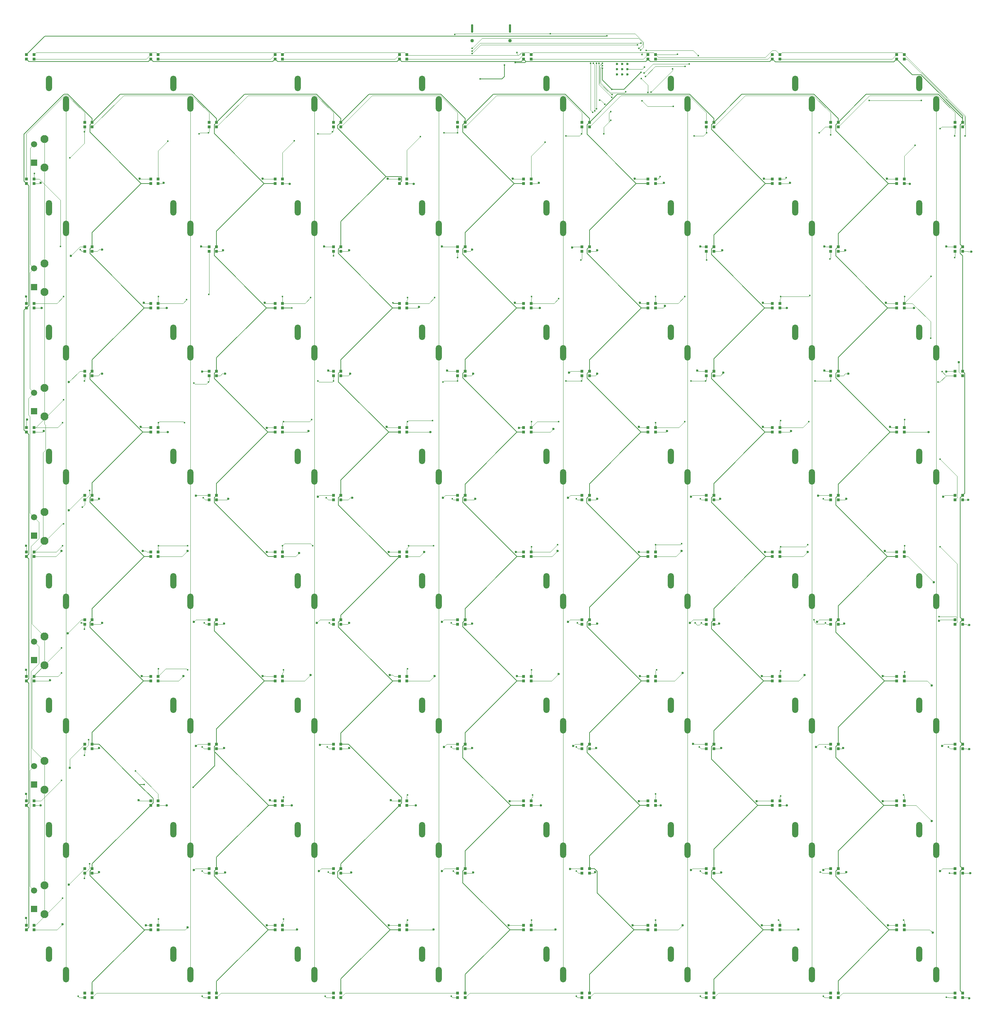
<source format=gbr>
%TF.GenerationSoftware,KiCad,Pcbnew,9.0.1*%
%TF.CreationDate,2025-05-31T00:25:17+01:00*%
%TF.ProjectId,Button MIDI Controller,42757474-6f6e-4204-9d49-444920436f6e,rev?*%
%TF.SameCoordinates,Original*%
%TF.FileFunction,Copper,L1,Top*%
%TF.FilePolarity,Positive*%
%FSLAX46Y46*%
G04 Gerber Fmt 4.6, Leading zero omitted, Abs format (unit mm)*
G04 Created by KiCad (PCBNEW 9.0.1) date 2025-05-31 00:25:17*
%MOMM*%
%LPD*%
G01*
G04 APERTURE LIST*
%TA.AperFunction,ComponentPad*%
%ADD10C,0.600000*%
%TD*%
%TA.AperFunction,HeatsinkPad*%
%ADD11C,0.850000*%
%TD*%
%TA.AperFunction,HeatsinkPad*%
%ADD12O,0.550000X2.050000*%
%TD*%
%TA.AperFunction,SMDPad,CuDef*%
%ADD13R,0.700000X0.700000*%
%TD*%
%TA.AperFunction,ComponentPad*%
%ADD14C,1.508000*%
%TD*%
%TA.AperFunction,ComponentPad*%
%ADD15R,1.508000X1.508000*%
%TD*%
%TA.AperFunction,ComponentPad*%
%ADD16C,1.950000*%
%TD*%
%TA.AperFunction,ComponentPad*%
%ADD17O,1.500000X3.800000*%
%TD*%
%TA.AperFunction,ViaPad*%
%ADD18C,0.450000*%
%TD*%
%TA.AperFunction,ViaPad*%
%ADD19C,0.600000*%
%TD*%
%TA.AperFunction,Conductor*%
%ADD20C,0.100000*%
%TD*%
%TA.AperFunction,Conductor*%
%ADD21C,0.150000*%
%TD*%
G04 APERTURE END LIST*
D10*
%TO.P,U1,57,GND*%
%TO.N,GND*%
X-137419000Y310901000D03*
X-136144000Y310901000D03*
X-134869000Y310901000D03*
X-137419000Y309626000D03*
X-136144000Y309626000D03*
X-134869000Y309626000D03*
X-137419000Y308351000D03*
X-136144000Y308351000D03*
X-134869000Y308351000D03*
%TD*%
D11*
%TO.P,J2,S1,SHIELD*%
%TO.N,GND*%
X-172685000Y316588000D03*
D12*
X-172685000Y319568000D03*
D11*
X-163495000Y316588000D03*
D12*
X-163495000Y319568000D03*
%TD*%
D13*
%TO.P,D192,1,DOUT*%
%TO.N,unconnected-(D192-DOUT-Pad1)*%
X-267117000Y84614000D03*
%TO.P,D192,2,VSS*%
%TO.N,GND*%
X-267117000Y83514000D03*
%TO.P,D192,3,DIN*%
%TO.N,Net-(D191-DOUT)*%
X-265287000Y83514000D03*
%TO.P,D192,4,VDD*%
%TO.N,+5V*%
X-265287000Y84614000D03*
%TD*%
%TO.P,D191,1,DOUT*%
%TO.N,Net-(D191-DOUT)*%
X-236817000Y84614000D03*
%TO.P,D191,2,VSS*%
%TO.N,GND*%
X-236817000Y83514000D03*
%TO.P,D191,3,DIN*%
%TO.N,Net-(D190-DOUT)*%
X-234987000Y83514000D03*
%TO.P,D191,4,VDD*%
%TO.N,+5V*%
X-234987000Y84614000D03*
%TD*%
%TO.P,D190,1,DOUT*%
%TO.N,Net-(D190-DOUT)*%
X-206517000Y84614000D03*
%TO.P,D190,2,VSS*%
%TO.N,GND*%
X-206517000Y83514000D03*
%TO.P,D190,3,DIN*%
%TO.N,Net-(D189-DOUT)*%
X-204687000Y83514000D03*
%TO.P,D190,4,VDD*%
%TO.N,+5V*%
X-204687000Y84614000D03*
%TD*%
%TO.P,D189,1,DOUT*%
%TO.N,Net-(D189-DOUT)*%
X-176217000Y84614000D03*
%TO.P,D189,2,VSS*%
%TO.N,GND*%
X-176217000Y83514000D03*
%TO.P,D189,3,DIN*%
%TO.N,Net-(D188-DOUT)*%
X-174387000Y83514000D03*
%TO.P,D189,4,VDD*%
%TO.N,+5V*%
X-174387000Y84614000D03*
%TD*%
%TO.P,D188,1,DOUT*%
%TO.N,Net-(D188-DOUT)*%
X-145917000Y84614000D03*
%TO.P,D188,2,VSS*%
%TO.N,GND*%
X-145917000Y83514000D03*
%TO.P,D188,3,DIN*%
%TO.N,Net-(D187-DOUT)*%
X-144087000Y83514000D03*
%TO.P,D188,4,VDD*%
%TO.N,+5V*%
X-144087000Y84614000D03*
%TD*%
%TO.P,D187,1,DOUT*%
%TO.N,Net-(D187-DOUT)*%
X-115617000Y84614000D03*
%TO.P,D187,2,VSS*%
%TO.N,GND*%
X-115617000Y83514000D03*
%TO.P,D187,3,DIN*%
%TO.N,Net-(D186-DOUT)*%
X-113787000Y83514000D03*
%TO.P,D187,4,VDD*%
%TO.N,+5V*%
X-113787000Y84614000D03*
%TD*%
%TO.P,D186,1,DOUT*%
%TO.N,Net-(D186-DOUT)*%
X-85317000Y84614000D03*
%TO.P,D186,2,VSS*%
%TO.N,GND*%
X-85317000Y83514000D03*
%TO.P,D186,3,DIN*%
%TO.N,Net-(D185-DOUT)*%
X-83487000Y83514000D03*
%TO.P,D186,4,VDD*%
%TO.N,+5V*%
X-83487000Y84614000D03*
%TD*%
%TO.P,D185,1,DOUT*%
%TO.N,Net-(D185-DOUT)*%
X-55017000Y84614000D03*
%TO.P,D185,2,VSS*%
%TO.N,GND*%
X-55017000Y83514000D03*
%TO.P,D185,3,DIN*%
%TO.N,Net-(D184-DOUT)*%
X-53187000Y83514000D03*
%TO.P,D185,4,VDD*%
%TO.N,+5V*%
X-53187000Y84614000D03*
%TD*%
%TO.P,D184,1,DOUT*%
%TO.N,Net-(D184-DOUT)*%
X-67401000Y100024000D03*
%TO.P,D184,2,VSS*%
%TO.N,GND*%
X-67401000Y101124000D03*
%TO.P,D184,3,DIN*%
%TO.N,Net-(D183-DOUT)*%
X-69231000Y101124000D03*
%TO.P,D184,4,VDD*%
%TO.N,+5V*%
X-69231000Y100024000D03*
%TD*%
%TO.P,D183,1,DOUT*%
%TO.N,Net-(D183-DOUT)*%
X-97701000Y100024000D03*
%TO.P,D183,2,VSS*%
%TO.N,GND*%
X-97701000Y101124000D03*
%TO.P,D183,3,DIN*%
%TO.N,Net-(D182-DOUT)*%
X-99531000Y101124000D03*
%TO.P,D183,4,VDD*%
%TO.N,+5V*%
X-99531000Y100024000D03*
%TD*%
%TO.P,D182,1,DOUT*%
%TO.N,Net-(D182-DOUT)*%
X-128001000Y100024000D03*
%TO.P,D182,2,VSS*%
%TO.N,GND*%
X-128001000Y101124000D03*
%TO.P,D182,3,DIN*%
%TO.N,Net-(D181-DOUT)*%
X-129831000Y101124000D03*
%TO.P,D182,4,VDD*%
%TO.N,+5V*%
X-129831000Y100024000D03*
%TD*%
%TO.P,D181,1,DOUT*%
%TO.N,Net-(D181-DOUT)*%
X-158301000Y100024000D03*
%TO.P,D181,2,VSS*%
%TO.N,GND*%
X-158301000Y101124000D03*
%TO.P,D181,3,DIN*%
%TO.N,Net-(D180-DOUT)*%
X-160131000Y101124000D03*
%TO.P,D181,4,VDD*%
%TO.N,+5V*%
X-160131000Y100024000D03*
%TD*%
%TO.P,D180,1,DOUT*%
%TO.N,Net-(D180-DOUT)*%
X-188601000Y100024000D03*
%TO.P,D180,2,VSS*%
%TO.N,GND*%
X-188601000Y101124000D03*
%TO.P,D180,3,DIN*%
%TO.N,Net-(D179-DOUT)*%
X-190431000Y101124000D03*
%TO.P,D180,4,VDD*%
%TO.N,+5V*%
X-190431000Y100024000D03*
%TD*%
%TO.P,D179,1,DOUT*%
%TO.N,Net-(D179-DOUT)*%
X-218901000Y100024000D03*
%TO.P,D179,2,VSS*%
%TO.N,GND*%
X-218901000Y101124000D03*
%TO.P,D179,3,DIN*%
%TO.N,Net-(D178-DOUT)*%
X-220731000Y101124000D03*
%TO.P,D179,4,VDD*%
%TO.N,+5V*%
X-220731000Y100024000D03*
%TD*%
%TO.P,D178,1,DOUT*%
%TO.N,Net-(D178-DOUT)*%
X-249201000Y100024000D03*
%TO.P,D178,2,VSS*%
%TO.N,GND*%
X-249201000Y101124000D03*
%TO.P,D178,3,DIN*%
%TO.N,Net-(D177-DOUT)*%
X-251031000Y101124000D03*
%TO.P,D178,4,VDD*%
%TO.N,+5V*%
X-251031000Y100024000D03*
%TD*%
%TO.P,D177,1,DOUT*%
%TO.N,Net-(D177-DOUT)*%
X-279501000Y100024000D03*
%TO.P,D177,2,VSS*%
%TO.N,GND*%
X-279501000Y101124000D03*
%TO.P,D177,3,DIN*%
%TO.N,Net-(D176-DOUT)*%
X-281331000Y101124000D03*
%TO.P,D177,4,VDD*%
%TO.N,+5V*%
X-281331000Y100024000D03*
%TD*%
%TO.P,D176,1,DOUT*%
%TO.N,Net-(D176-DOUT)*%
X-267117000Y114914000D03*
%TO.P,D176,2,VSS*%
%TO.N,GND*%
X-267117000Y113814000D03*
%TO.P,D176,3,DIN*%
%TO.N,Net-(D175-DOUT)*%
X-265287000Y113814000D03*
%TO.P,D176,4,VDD*%
%TO.N,+5V*%
X-265287000Y114914000D03*
%TD*%
%TO.P,D175,1,DOUT*%
%TO.N,Net-(D175-DOUT)*%
X-236817000Y114914000D03*
%TO.P,D175,2,VSS*%
%TO.N,GND*%
X-236817000Y113814000D03*
%TO.P,D175,3,DIN*%
%TO.N,Net-(D174-DOUT)*%
X-234987000Y113814000D03*
%TO.P,D175,4,VDD*%
%TO.N,+5V*%
X-234987000Y114914000D03*
%TD*%
%TO.P,D174,1,DOUT*%
%TO.N,Net-(D174-DOUT)*%
X-206517000Y114914000D03*
%TO.P,D174,2,VSS*%
%TO.N,GND*%
X-206517000Y113814000D03*
%TO.P,D174,3,DIN*%
%TO.N,Net-(D173-DOUT)*%
X-204687000Y113814000D03*
%TO.P,D174,4,VDD*%
%TO.N,+5V*%
X-204687000Y114914000D03*
%TD*%
%TO.P,D173,1,DOUT*%
%TO.N,Net-(D173-DOUT)*%
X-176217000Y114914000D03*
%TO.P,D173,2,VSS*%
%TO.N,GND*%
X-176217000Y113814000D03*
%TO.P,D173,3,DIN*%
%TO.N,Net-(D172-DOUT)*%
X-174387000Y113814000D03*
%TO.P,D173,4,VDD*%
%TO.N,+5V*%
X-174387000Y114914000D03*
%TD*%
%TO.P,D172,1,DOUT*%
%TO.N,Net-(D172-DOUT)*%
X-145917000Y114914000D03*
%TO.P,D172,2,VSS*%
%TO.N,GND*%
X-145917000Y113814000D03*
%TO.P,D172,3,DIN*%
%TO.N,Net-(D171-DOUT)*%
X-144087000Y113814000D03*
%TO.P,D172,4,VDD*%
%TO.N,+5V*%
X-144087000Y114914000D03*
%TD*%
%TO.P,D171,1,DOUT*%
%TO.N,Net-(D171-DOUT)*%
X-115617000Y114914000D03*
%TO.P,D171,2,VSS*%
%TO.N,GND*%
X-115617000Y113814000D03*
%TO.P,D171,3,DIN*%
%TO.N,Net-(D170-DOUT)*%
X-113787000Y113814000D03*
%TO.P,D171,4,VDD*%
%TO.N,+5V*%
X-113787000Y114914000D03*
%TD*%
%TO.P,D170,1,DOUT*%
%TO.N,Net-(D170-DOUT)*%
X-85317000Y114914000D03*
%TO.P,D170,2,VSS*%
%TO.N,GND*%
X-85317000Y113814000D03*
%TO.P,D170,3,DIN*%
%TO.N,Net-(D169-DOUT)*%
X-83487000Y113814000D03*
%TO.P,D170,4,VDD*%
%TO.N,+5V*%
X-83487000Y114914000D03*
%TD*%
%TO.P,D169,1,DOUT*%
%TO.N,Net-(D169-DOUT)*%
X-55017000Y114914000D03*
%TO.P,D169,2,VSS*%
%TO.N,GND*%
X-55017000Y113814000D03*
%TO.P,D169,3,DIN*%
%TO.N,Net-(D168-DOUT)*%
X-53187000Y113814000D03*
%TO.P,D169,4,VDD*%
%TO.N,+5V*%
X-53187000Y114914000D03*
%TD*%
%TO.P,D168,1,DOUT*%
%TO.N,Net-(D168-DOUT)*%
X-67401000Y130324000D03*
%TO.P,D168,2,VSS*%
%TO.N,GND*%
X-67401000Y131424000D03*
%TO.P,D168,3,DIN*%
%TO.N,Net-(D167-DOUT)*%
X-69231000Y131424000D03*
%TO.P,D168,4,VDD*%
%TO.N,+5V*%
X-69231000Y130324000D03*
%TD*%
%TO.P,D167,1,DOUT*%
%TO.N,Net-(D167-DOUT)*%
X-97701000Y130324000D03*
%TO.P,D167,2,VSS*%
%TO.N,GND*%
X-97701000Y131424000D03*
%TO.P,D167,3,DIN*%
%TO.N,Net-(D166-DOUT)*%
X-99531000Y131424000D03*
%TO.P,D167,4,VDD*%
%TO.N,+5V*%
X-99531000Y130324000D03*
%TD*%
%TO.P,D166,1,DOUT*%
%TO.N,Net-(D166-DOUT)*%
X-128001000Y130324000D03*
%TO.P,D166,2,VSS*%
%TO.N,GND*%
X-128001000Y131424000D03*
%TO.P,D166,3,DIN*%
%TO.N,Net-(D165-DOUT)*%
X-129831000Y131424000D03*
%TO.P,D166,4,VDD*%
%TO.N,+5V*%
X-129831000Y130324000D03*
%TD*%
%TO.P,D165,1,DOUT*%
%TO.N,Net-(D165-DOUT)*%
X-158301000Y130324000D03*
%TO.P,D165,2,VSS*%
%TO.N,GND*%
X-158301000Y131424000D03*
%TO.P,D165,3,DIN*%
%TO.N,Net-(D164-DOUT)*%
X-160131000Y131424000D03*
%TO.P,D165,4,VDD*%
%TO.N,+5V*%
X-160131000Y130324000D03*
%TD*%
%TO.P,D164,1,DOUT*%
%TO.N,Net-(D164-DOUT)*%
X-188601000Y130324000D03*
%TO.P,D164,2,VSS*%
%TO.N,GND*%
X-188601000Y131424000D03*
%TO.P,D164,3,DIN*%
%TO.N,Net-(D163-DOUT)*%
X-190431000Y131424000D03*
%TO.P,D164,4,VDD*%
%TO.N,+5V*%
X-190431000Y130324000D03*
%TD*%
%TO.P,D163,1,DOUT*%
%TO.N,Net-(D163-DOUT)*%
X-218901000Y130324000D03*
%TO.P,D163,2,VSS*%
%TO.N,GND*%
X-218901000Y131424000D03*
%TO.P,D163,3,DIN*%
%TO.N,Net-(D162-DOUT)*%
X-220731000Y131424000D03*
%TO.P,D163,4,VDD*%
%TO.N,+5V*%
X-220731000Y130324000D03*
%TD*%
%TO.P,D162,1,DOUT*%
%TO.N,Net-(D162-DOUT)*%
X-249201000Y130324000D03*
%TO.P,D162,2,VSS*%
%TO.N,GND*%
X-249201000Y131424000D03*
%TO.P,D162,3,DIN*%
%TO.N,Net-(D161-DOUT)*%
X-251031000Y131424000D03*
%TO.P,D162,4,VDD*%
%TO.N,+5V*%
X-251031000Y130324000D03*
%TD*%
%TO.P,D161,1,DOUT*%
%TO.N,Net-(D161-DOUT)*%
X-279501000Y130324000D03*
%TO.P,D161,2,VSS*%
%TO.N,GND*%
X-279501000Y131424000D03*
%TO.P,D161,3,DIN*%
%TO.N,Net-(D160-DOUT)*%
X-281331000Y131424000D03*
%TO.P,D161,4,VDD*%
%TO.N,+5V*%
X-281331000Y130324000D03*
%TD*%
%TO.P,D160,1,DOUT*%
%TO.N,Net-(D160-DOUT)*%
X-267117000Y145214000D03*
%TO.P,D160,2,VSS*%
%TO.N,GND*%
X-267117000Y144114000D03*
%TO.P,D160,3,DIN*%
%TO.N,Net-(D159-DOUT)*%
X-265287000Y144114000D03*
%TO.P,D160,4,VDD*%
%TO.N,+5V*%
X-265287000Y145214000D03*
%TD*%
%TO.P,D159,1,DOUT*%
%TO.N,Net-(D159-DOUT)*%
X-236817000Y145214000D03*
%TO.P,D159,2,VSS*%
%TO.N,GND*%
X-236817000Y144114000D03*
%TO.P,D159,3,DIN*%
%TO.N,Net-(D158-DOUT)*%
X-234987000Y144114000D03*
%TO.P,D159,4,VDD*%
%TO.N,+5V*%
X-234987000Y145214000D03*
%TD*%
%TO.P,D158,1,DOUT*%
%TO.N,Net-(D158-DOUT)*%
X-206517000Y145214000D03*
%TO.P,D158,2,VSS*%
%TO.N,GND*%
X-206517000Y144114000D03*
%TO.P,D158,3,DIN*%
%TO.N,Net-(D157-DOUT)*%
X-204687000Y144114000D03*
%TO.P,D158,4,VDD*%
%TO.N,+5V*%
X-204687000Y145214000D03*
%TD*%
%TO.P,D157,1,DOUT*%
%TO.N,Net-(D157-DOUT)*%
X-176217000Y145214000D03*
%TO.P,D157,2,VSS*%
%TO.N,GND*%
X-176217000Y144114000D03*
%TO.P,D157,3,DIN*%
%TO.N,Net-(D156-DOUT)*%
X-174387000Y144114000D03*
%TO.P,D157,4,VDD*%
%TO.N,+5V*%
X-174387000Y145214000D03*
%TD*%
%TO.P,D156,1,DOUT*%
%TO.N,Net-(D156-DOUT)*%
X-145917000Y145214000D03*
%TO.P,D156,2,VSS*%
%TO.N,GND*%
X-145917000Y144114000D03*
%TO.P,D156,3,DIN*%
%TO.N,Net-(D155-DOUT)*%
X-144087000Y144114000D03*
%TO.P,D156,4,VDD*%
%TO.N,+5V*%
X-144087000Y145214000D03*
%TD*%
%TO.P,D155,1,DOUT*%
%TO.N,Net-(D155-DOUT)*%
X-115617000Y145214000D03*
%TO.P,D155,2,VSS*%
%TO.N,GND*%
X-115617000Y144114000D03*
%TO.P,D155,3,DIN*%
%TO.N,Net-(D154-DOUT)*%
X-113787000Y144114000D03*
%TO.P,D155,4,VDD*%
%TO.N,+5V*%
X-113787000Y145214000D03*
%TD*%
%TO.P,D154,1,DOUT*%
%TO.N,Net-(D154-DOUT)*%
X-85317000Y145214000D03*
%TO.P,D154,2,VSS*%
%TO.N,GND*%
X-85317000Y144114000D03*
%TO.P,D154,3,DIN*%
%TO.N,Net-(D153-DOUT)*%
X-83487000Y144114000D03*
%TO.P,D154,4,VDD*%
%TO.N,+5V*%
X-83487000Y145214000D03*
%TD*%
%TO.P,D153,1,DOUT*%
%TO.N,Net-(D153-DOUT)*%
X-55017000Y145214000D03*
%TO.P,D153,2,VSS*%
%TO.N,GND*%
X-55017000Y144114000D03*
%TO.P,D153,3,DIN*%
%TO.N,Net-(D152-DOUT)*%
X-53187000Y144114000D03*
%TO.P,D153,4,VDD*%
%TO.N,+5V*%
X-53187000Y145214000D03*
%TD*%
%TO.P,D152,1,DOUT*%
%TO.N,Net-(D152-DOUT)*%
X-67401000Y160624000D03*
%TO.P,D152,2,VSS*%
%TO.N,GND*%
X-67401000Y161724000D03*
%TO.P,D152,3,DIN*%
%TO.N,Net-(D151-DOUT)*%
X-69231000Y161724000D03*
%TO.P,D152,4,VDD*%
%TO.N,+5V*%
X-69231000Y160624000D03*
%TD*%
%TO.P,D151,1,DOUT*%
%TO.N,Net-(D151-DOUT)*%
X-97701000Y160624000D03*
%TO.P,D151,2,VSS*%
%TO.N,GND*%
X-97701000Y161724000D03*
%TO.P,D151,3,DIN*%
%TO.N,Net-(D150-DOUT)*%
X-99531000Y161724000D03*
%TO.P,D151,4,VDD*%
%TO.N,+5V*%
X-99531000Y160624000D03*
%TD*%
%TO.P,D150,1,DOUT*%
%TO.N,Net-(D150-DOUT)*%
X-128001000Y160624000D03*
%TO.P,D150,2,VSS*%
%TO.N,GND*%
X-128001000Y161724000D03*
%TO.P,D150,3,DIN*%
%TO.N,Net-(D149-DOUT)*%
X-129831000Y161724000D03*
%TO.P,D150,4,VDD*%
%TO.N,+5V*%
X-129831000Y160624000D03*
%TD*%
%TO.P,D149,1,DOUT*%
%TO.N,Net-(D149-DOUT)*%
X-158301000Y160624000D03*
%TO.P,D149,2,VSS*%
%TO.N,GND*%
X-158301000Y161724000D03*
%TO.P,D149,3,DIN*%
%TO.N,Net-(D148-DOUT)*%
X-160131000Y161724000D03*
%TO.P,D149,4,VDD*%
%TO.N,+5V*%
X-160131000Y160624000D03*
%TD*%
%TO.P,D148,1,DOUT*%
%TO.N,Net-(D148-DOUT)*%
X-188601000Y160624000D03*
%TO.P,D148,2,VSS*%
%TO.N,GND*%
X-188601000Y161724000D03*
%TO.P,D148,3,DIN*%
%TO.N,Net-(D147-DOUT)*%
X-190431000Y161724000D03*
%TO.P,D148,4,VDD*%
%TO.N,+5V*%
X-190431000Y160624000D03*
%TD*%
%TO.P,D147,1,DOUT*%
%TO.N,Net-(D147-DOUT)*%
X-218901000Y160624000D03*
%TO.P,D147,2,VSS*%
%TO.N,GND*%
X-218901000Y161724000D03*
%TO.P,D147,3,DIN*%
%TO.N,Net-(D146-DOUT)*%
X-220731000Y161724000D03*
%TO.P,D147,4,VDD*%
%TO.N,+5V*%
X-220731000Y160624000D03*
%TD*%
%TO.P,D146,1,DOUT*%
%TO.N,Net-(D146-DOUT)*%
X-249201000Y160624000D03*
%TO.P,D146,2,VSS*%
%TO.N,GND*%
X-249201000Y161724000D03*
%TO.P,D146,3,DIN*%
%TO.N,Net-(D145-DOUT)*%
X-251031000Y161724000D03*
%TO.P,D146,4,VDD*%
%TO.N,+5V*%
X-251031000Y160624000D03*
%TD*%
%TO.P,D145,1,DOUT*%
%TO.N,Net-(D145-DOUT)*%
X-279501000Y160624000D03*
%TO.P,D145,2,VSS*%
%TO.N,GND*%
X-279501000Y161724000D03*
%TO.P,D145,3,DIN*%
%TO.N,Net-(D144-DOUT)*%
X-281331000Y161724000D03*
%TO.P,D145,4,VDD*%
%TO.N,+5V*%
X-281331000Y160624000D03*
%TD*%
%TO.P,D144,1,DOUT*%
%TO.N,Net-(D144-DOUT)*%
X-267117000Y175514000D03*
%TO.P,D144,2,VSS*%
%TO.N,GND*%
X-267117000Y174414000D03*
%TO.P,D144,3,DIN*%
%TO.N,Net-(D143-DOUT)*%
X-265287000Y174414000D03*
%TO.P,D144,4,VDD*%
%TO.N,+5V*%
X-265287000Y175514000D03*
%TD*%
%TO.P,D143,1,DOUT*%
%TO.N,Net-(D143-DOUT)*%
X-236817000Y175514000D03*
%TO.P,D143,2,VSS*%
%TO.N,GND*%
X-236817000Y174414000D03*
%TO.P,D143,3,DIN*%
%TO.N,Net-(D142-DOUT)*%
X-234987000Y174414000D03*
%TO.P,D143,4,VDD*%
%TO.N,+5V*%
X-234987000Y175514000D03*
%TD*%
%TO.P,D142,1,DOUT*%
%TO.N,Net-(D142-DOUT)*%
X-206517000Y175514000D03*
%TO.P,D142,2,VSS*%
%TO.N,GND*%
X-206517000Y174414000D03*
%TO.P,D142,3,DIN*%
%TO.N,Net-(D141-DOUT)*%
X-204687000Y174414000D03*
%TO.P,D142,4,VDD*%
%TO.N,+5V*%
X-204687000Y175514000D03*
%TD*%
%TO.P,D141,1,DOUT*%
%TO.N,Net-(D141-DOUT)*%
X-176217000Y175514000D03*
%TO.P,D141,2,VSS*%
%TO.N,GND*%
X-176217000Y174414000D03*
%TO.P,D141,3,DIN*%
%TO.N,Net-(D140-DOUT)*%
X-174387000Y174414000D03*
%TO.P,D141,4,VDD*%
%TO.N,+5V*%
X-174387000Y175514000D03*
%TD*%
%TO.P,D140,1,DOUT*%
%TO.N,Net-(D140-DOUT)*%
X-145917000Y175514000D03*
%TO.P,D140,2,VSS*%
%TO.N,GND*%
X-145917000Y174414000D03*
%TO.P,D140,3,DIN*%
%TO.N,Net-(D139-DOUT)*%
X-144087000Y174414000D03*
%TO.P,D140,4,VDD*%
%TO.N,+5V*%
X-144087000Y175514000D03*
%TD*%
%TO.P,D139,1,DOUT*%
%TO.N,Net-(D139-DOUT)*%
X-115617000Y175514000D03*
%TO.P,D139,2,VSS*%
%TO.N,GND*%
X-115617000Y174414000D03*
%TO.P,D139,3,DIN*%
%TO.N,Net-(D138-DOUT)*%
X-113787000Y174414000D03*
%TO.P,D139,4,VDD*%
%TO.N,+5V*%
X-113787000Y175514000D03*
%TD*%
%TO.P,D138,1,DOUT*%
%TO.N,Net-(D138-DOUT)*%
X-85317000Y175514000D03*
%TO.P,D138,2,VSS*%
%TO.N,GND*%
X-85317000Y174414000D03*
%TO.P,D138,3,DIN*%
%TO.N,Net-(D137-DOUT)*%
X-83487000Y174414000D03*
%TO.P,D138,4,VDD*%
%TO.N,+5V*%
X-83487000Y175514000D03*
%TD*%
%TO.P,D137,1,DOUT*%
%TO.N,Net-(D137-DOUT)*%
X-55017000Y175514000D03*
%TO.P,D137,2,VSS*%
%TO.N,GND*%
X-55017000Y174414000D03*
%TO.P,D137,3,DIN*%
%TO.N,Net-(D136-DOUT)*%
X-53187000Y174414000D03*
%TO.P,D137,4,VDD*%
%TO.N,+5V*%
X-53187000Y175514000D03*
%TD*%
%TO.P,D136,1,DOUT*%
%TO.N,Net-(D136-DOUT)*%
X-67401000Y190924000D03*
%TO.P,D136,2,VSS*%
%TO.N,GND*%
X-67401000Y192024000D03*
%TO.P,D136,3,DIN*%
%TO.N,Net-(D135-DOUT)*%
X-69231000Y192024000D03*
%TO.P,D136,4,VDD*%
%TO.N,+5V*%
X-69231000Y190924000D03*
%TD*%
%TO.P,D135,1,DOUT*%
%TO.N,Net-(D135-DOUT)*%
X-97701000Y190924000D03*
%TO.P,D135,2,VSS*%
%TO.N,GND*%
X-97701000Y192024000D03*
%TO.P,D135,3,DIN*%
%TO.N,Net-(D134-DOUT)*%
X-99531000Y192024000D03*
%TO.P,D135,4,VDD*%
%TO.N,+5V*%
X-99531000Y190924000D03*
%TD*%
%TO.P,D134,1,DOUT*%
%TO.N,Net-(D134-DOUT)*%
X-128001000Y190924000D03*
%TO.P,D134,2,VSS*%
%TO.N,GND*%
X-128001000Y192024000D03*
%TO.P,D134,3,DIN*%
%TO.N,Net-(D133-DOUT)*%
X-129831000Y192024000D03*
%TO.P,D134,4,VDD*%
%TO.N,+5V*%
X-129831000Y190924000D03*
%TD*%
%TO.P,D133,1,DOUT*%
%TO.N,Net-(D133-DOUT)*%
X-158301000Y190924000D03*
%TO.P,D133,2,VSS*%
%TO.N,GND*%
X-158301000Y192024000D03*
%TO.P,D133,3,DIN*%
%TO.N,Net-(D132-DOUT)*%
X-160131000Y192024000D03*
%TO.P,D133,4,VDD*%
%TO.N,+5V*%
X-160131000Y190924000D03*
%TD*%
%TO.P,D132,1,DOUT*%
%TO.N,Net-(D132-DOUT)*%
X-188601000Y190924000D03*
%TO.P,D132,2,VSS*%
%TO.N,GND*%
X-188601000Y192024000D03*
%TO.P,D132,3,DIN*%
%TO.N,Net-(D131-DOUT)*%
X-190431000Y192024000D03*
%TO.P,D132,4,VDD*%
%TO.N,+5V*%
X-190431000Y190924000D03*
%TD*%
%TO.P,D131,1,DOUT*%
%TO.N,Net-(D131-DOUT)*%
X-218901000Y190924000D03*
%TO.P,D131,2,VSS*%
%TO.N,GND*%
X-218901000Y192024000D03*
%TO.P,D131,3,DIN*%
%TO.N,Net-(D130-DOUT)*%
X-220731000Y192024000D03*
%TO.P,D131,4,VDD*%
%TO.N,+5V*%
X-220731000Y190924000D03*
%TD*%
%TO.P,D130,1,DOUT*%
%TO.N,Net-(D130-DOUT)*%
X-249201000Y190924000D03*
%TO.P,D130,2,VSS*%
%TO.N,GND*%
X-249201000Y192024000D03*
%TO.P,D130,3,DIN*%
%TO.N,Net-(D129-DOUT)*%
X-251031000Y192024000D03*
%TO.P,D130,4,VDD*%
%TO.N,+5V*%
X-251031000Y190924000D03*
%TD*%
%TO.P,D129,1,DOUT*%
%TO.N,Net-(D129-DOUT)*%
X-279501000Y190924000D03*
%TO.P,D129,2,VSS*%
%TO.N,GND*%
X-279501000Y192024000D03*
%TO.P,D129,3,DIN*%
%TO.N,Net-(D128-DOUT)*%
X-281331000Y192024000D03*
%TO.P,D129,4,VDD*%
%TO.N,+5V*%
X-281331000Y190924000D03*
%TD*%
%TO.P,D128,1,DOUT*%
%TO.N,Net-(D128-DOUT)*%
X-267117000Y205814000D03*
%TO.P,D128,2,VSS*%
%TO.N,GND*%
X-267117000Y204714000D03*
%TO.P,D128,3,DIN*%
%TO.N,Net-(D127-DOUT)*%
X-265287000Y204714000D03*
%TO.P,D128,4,VDD*%
%TO.N,+5V*%
X-265287000Y205814000D03*
%TD*%
%TO.P,D127,1,DOUT*%
%TO.N,Net-(D127-DOUT)*%
X-236817000Y205814000D03*
%TO.P,D127,2,VSS*%
%TO.N,GND*%
X-236817000Y204714000D03*
%TO.P,D127,3,DIN*%
%TO.N,Net-(D126-DOUT)*%
X-234987000Y204714000D03*
%TO.P,D127,4,VDD*%
%TO.N,+5V*%
X-234987000Y205814000D03*
%TD*%
%TO.P,D126,1,DOUT*%
%TO.N,Net-(D126-DOUT)*%
X-206517000Y205814000D03*
%TO.P,D126,2,VSS*%
%TO.N,GND*%
X-206517000Y204714000D03*
%TO.P,D126,3,DIN*%
%TO.N,Net-(D125-DOUT)*%
X-204687000Y204714000D03*
%TO.P,D126,4,VDD*%
%TO.N,+5V*%
X-204687000Y205814000D03*
%TD*%
%TO.P,D125,1,DOUT*%
%TO.N,Net-(D125-DOUT)*%
X-176217000Y205814000D03*
%TO.P,D125,2,VSS*%
%TO.N,GND*%
X-176217000Y204714000D03*
%TO.P,D125,3,DIN*%
%TO.N,Net-(D124-DOUT)*%
X-174387000Y204714000D03*
%TO.P,D125,4,VDD*%
%TO.N,+5V*%
X-174387000Y205814000D03*
%TD*%
%TO.P,D124,1,DOUT*%
%TO.N,Net-(D124-DOUT)*%
X-145917000Y205814000D03*
%TO.P,D124,2,VSS*%
%TO.N,GND*%
X-145917000Y204714000D03*
%TO.P,D124,3,DIN*%
%TO.N,Net-(D123-DOUT)*%
X-144087000Y204714000D03*
%TO.P,D124,4,VDD*%
%TO.N,+5V*%
X-144087000Y205814000D03*
%TD*%
%TO.P,D123,1,DOUT*%
%TO.N,Net-(D123-DOUT)*%
X-115617000Y205814000D03*
%TO.P,D123,2,VSS*%
%TO.N,GND*%
X-115617000Y204714000D03*
%TO.P,D123,3,DIN*%
%TO.N,Net-(D122-DOUT)*%
X-113787000Y204714000D03*
%TO.P,D123,4,VDD*%
%TO.N,+5V*%
X-113787000Y205814000D03*
%TD*%
%TO.P,D122,1,DOUT*%
%TO.N,Net-(D122-DOUT)*%
X-85317000Y205814000D03*
%TO.P,D122,2,VSS*%
%TO.N,GND*%
X-85317000Y204714000D03*
%TO.P,D122,3,DIN*%
%TO.N,Net-(D121-DOUT)*%
X-83487000Y204714000D03*
%TO.P,D122,4,VDD*%
%TO.N,+5V*%
X-83487000Y205814000D03*
%TD*%
%TO.P,D121,1,DOUT*%
%TO.N,Net-(D121-DOUT)*%
X-55017000Y205814000D03*
%TO.P,D121,2,VSS*%
%TO.N,GND*%
X-55017000Y204714000D03*
%TO.P,D121,3,DIN*%
%TO.N,Net-(D120-DOUT)*%
X-53187000Y204714000D03*
%TO.P,D121,4,VDD*%
%TO.N,+5V*%
X-53187000Y205814000D03*
%TD*%
%TO.P,D120,1,DOUT*%
%TO.N,Net-(D120-DOUT)*%
X-67401000Y221224000D03*
%TO.P,D120,2,VSS*%
%TO.N,GND*%
X-67401000Y222324000D03*
%TO.P,D120,3,DIN*%
%TO.N,Net-(D119-DOUT)*%
X-69231000Y222324000D03*
%TO.P,D120,4,VDD*%
%TO.N,+5V*%
X-69231000Y221224000D03*
%TD*%
%TO.P,D119,1,DOUT*%
%TO.N,Net-(D119-DOUT)*%
X-97701000Y221224000D03*
%TO.P,D119,2,VSS*%
%TO.N,GND*%
X-97701000Y222324000D03*
%TO.P,D119,3,DIN*%
%TO.N,Net-(D118-DOUT)*%
X-99531000Y222324000D03*
%TO.P,D119,4,VDD*%
%TO.N,+5V*%
X-99531000Y221224000D03*
%TD*%
%TO.P,D118,1,DOUT*%
%TO.N,Net-(D118-DOUT)*%
X-128001000Y221224000D03*
%TO.P,D118,2,VSS*%
%TO.N,GND*%
X-128001000Y222324000D03*
%TO.P,D118,3,DIN*%
%TO.N,Net-(D117-DOUT)*%
X-129831000Y222324000D03*
%TO.P,D118,4,VDD*%
%TO.N,+5V*%
X-129831000Y221224000D03*
%TD*%
%TO.P,D117,1,DOUT*%
%TO.N,Net-(D117-DOUT)*%
X-158301000Y221224000D03*
%TO.P,D117,2,VSS*%
%TO.N,GND*%
X-158301000Y222324000D03*
%TO.P,D117,3,DIN*%
%TO.N,Net-(D116-DOUT)*%
X-160131000Y222324000D03*
%TO.P,D117,4,VDD*%
%TO.N,+5V*%
X-160131000Y221224000D03*
%TD*%
%TO.P,D116,1,DOUT*%
%TO.N,Net-(D116-DOUT)*%
X-188601000Y221224000D03*
%TO.P,D116,2,VSS*%
%TO.N,GND*%
X-188601000Y222324000D03*
%TO.P,D116,3,DIN*%
%TO.N,Net-(D115-DOUT)*%
X-190431000Y222324000D03*
%TO.P,D116,4,VDD*%
%TO.N,+5V*%
X-190431000Y221224000D03*
%TD*%
%TO.P,D115,1,DOUT*%
%TO.N,Net-(D115-DOUT)*%
X-218901000Y221224000D03*
%TO.P,D115,2,VSS*%
%TO.N,GND*%
X-218901000Y222324000D03*
%TO.P,D115,3,DIN*%
%TO.N,Net-(D114-DOUT)*%
X-220731000Y222324000D03*
%TO.P,D115,4,VDD*%
%TO.N,+5V*%
X-220731000Y221224000D03*
%TD*%
%TO.P,D114,1,DOUT*%
%TO.N,Net-(D114-DOUT)*%
X-249201000Y221224000D03*
%TO.P,D114,2,VSS*%
%TO.N,GND*%
X-249201000Y222324000D03*
%TO.P,D114,3,DIN*%
%TO.N,Net-(D113-DOUT)*%
X-251031000Y222324000D03*
%TO.P,D114,4,VDD*%
%TO.N,+5V*%
X-251031000Y221224000D03*
%TD*%
%TO.P,D113,1,DOUT*%
%TO.N,Net-(D113-DOUT)*%
X-279501000Y221224000D03*
%TO.P,D113,2,VSS*%
%TO.N,GND*%
X-279501000Y222324000D03*
%TO.P,D113,3,DIN*%
%TO.N,Net-(D112-DOUT)*%
X-281331000Y222324000D03*
%TO.P,D113,4,VDD*%
%TO.N,+5V*%
X-281331000Y221224000D03*
%TD*%
%TO.P,D112,1,DOUT*%
%TO.N,Net-(D112-DOUT)*%
X-267117000Y236114000D03*
%TO.P,D112,2,VSS*%
%TO.N,GND*%
X-267117000Y235014000D03*
%TO.P,D112,3,DIN*%
%TO.N,Net-(D111-DOUT)*%
X-265287000Y235014000D03*
%TO.P,D112,4,VDD*%
%TO.N,+5V*%
X-265287000Y236114000D03*
%TD*%
%TO.P,D111,1,DOUT*%
%TO.N,Net-(D111-DOUT)*%
X-236817000Y236114000D03*
%TO.P,D111,2,VSS*%
%TO.N,GND*%
X-236817000Y235014000D03*
%TO.P,D111,3,DIN*%
%TO.N,Net-(D110-DOUT)*%
X-234987000Y235014000D03*
%TO.P,D111,4,VDD*%
%TO.N,+5V*%
X-234987000Y236114000D03*
%TD*%
%TO.P,D110,1,DOUT*%
%TO.N,Net-(D110-DOUT)*%
X-206517000Y236114000D03*
%TO.P,D110,2,VSS*%
%TO.N,GND*%
X-206517000Y235014000D03*
%TO.P,D110,3,DIN*%
%TO.N,Net-(D109-DOUT)*%
X-204687000Y235014000D03*
%TO.P,D110,4,VDD*%
%TO.N,+5V*%
X-204687000Y236114000D03*
%TD*%
%TO.P,D109,1,DOUT*%
%TO.N,Net-(D109-DOUT)*%
X-176217000Y236114000D03*
%TO.P,D109,2,VSS*%
%TO.N,GND*%
X-176217000Y235014000D03*
%TO.P,D109,3,DIN*%
%TO.N,Net-(D108-DOUT)*%
X-174387000Y235014000D03*
%TO.P,D109,4,VDD*%
%TO.N,+5V*%
X-174387000Y236114000D03*
%TD*%
%TO.P,D108,1,DOUT*%
%TO.N,Net-(D108-DOUT)*%
X-145917000Y236114000D03*
%TO.P,D108,2,VSS*%
%TO.N,GND*%
X-145917000Y235014000D03*
%TO.P,D108,3,DIN*%
%TO.N,Net-(D107-DOUT)*%
X-144087000Y235014000D03*
%TO.P,D108,4,VDD*%
%TO.N,+5V*%
X-144087000Y236114000D03*
%TD*%
%TO.P,D107,1,DOUT*%
%TO.N,Net-(D107-DOUT)*%
X-115617000Y236114000D03*
%TO.P,D107,2,VSS*%
%TO.N,GND*%
X-115617000Y235014000D03*
%TO.P,D107,3,DIN*%
%TO.N,Net-(D106-DOUT)*%
X-113787000Y235014000D03*
%TO.P,D107,4,VDD*%
%TO.N,+5V*%
X-113787000Y236114000D03*
%TD*%
%TO.P,D106,1,DOUT*%
%TO.N,Net-(D106-DOUT)*%
X-85317000Y236114000D03*
%TO.P,D106,2,VSS*%
%TO.N,GND*%
X-85317000Y235014000D03*
%TO.P,D106,3,DIN*%
%TO.N,Net-(D105-DOUT)*%
X-83487000Y235014000D03*
%TO.P,D106,4,VDD*%
%TO.N,+5V*%
X-83487000Y236114000D03*
%TD*%
%TO.P,D105,1,DOUT*%
%TO.N,Net-(D105-DOUT)*%
X-55017000Y236114000D03*
%TO.P,D105,2,VSS*%
%TO.N,GND*%
X-55017000Y235014000D03*
%TO.P,D105,3,DIN*%
%TO.N,Net-(D104-DOUT)*%
X-53187000Y235014000D03*
%TO.P,D105,4,VDD*%
%TO.N,+5V*%
X-53187000Y236114000D03*
%TD*%
%TO.P,D104,1,DOUT*%
%TO.N,Net-(D104-DOUT)*%
X-67401000Y251524000D03*
%TO.P,D104,2,VSS*%
%TO.N,GND*%
X-67401000Y252624000D03*
%TO.P,D104,3,DIN*%
%TO.N,Net-(D103-DOUT)*%
X-69231000Y252624000D03*
%TO.P,D104,4,VDD*%
%TO.N,+5V*%
X-69231000Y251524000D03*
%TD*%
%TO.P,D103,1,DOUT*%
%TO.N,Net-(D103-DOUT)*%
X-97701000Y251524000D03*
%TO.P,D103,2,VSS*%
%TO.N,GND*%
X-97701000Y252624000D03*
%TO.P,D103,3,DIN*%
%TO.N,Net-(D102-DOUT)*%
X-99531000Y252624000D03*
%TO.P,D103,4,VDD*%
%TO.N,+5V*%
X-99531000Y251524000D03*
%TD*%
%TO.P,D102,1,DOUT*%
%TO.N,Net-(D102-DOUT)*%
X-128001000Y251524000D03*
%TO.P,D102,2,VSS*%
%TO.N,GND*%
X-128001000Y252624000D03*
%TO.P,D102,3,DIN*%
%TO.N,Net-(D101-DOUT)*%
X-129831000Y252624000D03*
%TO.P,D102,4,VDD*%
%TO.N,+5V*%
X-129831000Y251524000D03*
%TD*%
%TO.P,D101,1,DOUT*%
%TO.N,Net-(D101-DOUT)*%
X-158301000Y251524000D03*
%TO.P,D101,2,VSS*%
%TO.N,GND*%
X-158301000Y252624000D03*
%TO.P,D101,3,DIN*%
%TO.N,Net-(D100-DOUT)*%
X-160131000Y252624000D03*
%TO.P,D101,4,VDD*%
%TO.N,+5V*%
X-160131000Y251524000D03*
%TD*%
%TO.P,D100,1,DOUT*%
%TO.N,Net-(D100-DOUT)*%
X-188601000Y251524000D03*
%TO.P,D100,2,VSS*%
%TO.N,GND*%
X-188601000Y252624000D03*
%TO.P,D100,3,DIN*%
%TO.N,Net-(D100-DIN)*%
X-190431000Y252624000D03*
%TO.P,D100,4,VDD*%
%TO.N,+5V*%
X-190431000Y251524000D03*
%TD*%
%TO.P,D99,1,DOUT*%
%TO.N,Net-(D100-DIN)*%
X-218901000Y251524000D03*
%TO.P,D99,2,VSS*%
%TO.N,GND*%
X-218901000Y252624000D03*
%TO.P,D99,3,DIN*%
%TO.N,Net-(D98-DOUT)*%
X-220731000Y252624000D03*
%TO.P,D99,4,VDD*%
%TO.N,+5V*%
X-220731000Y251524000D03*
%TD*%
%TO.P,D98,1,DOUT*%
%TO.N,Net-(D98-DOUT)*%
X-249201000Y251524000D03*
%TO.P,D98,2,VSS*%
%TO.N,GND*%
X-249201000Y252624000D03*
%TO.P,D98,3,DIN*%
%TO.N,Net-(D97-DOUT)*%
X-251031000Y252624000D03*
%TO.P,D98,4,VDD*%
%TO.N,+5V*%
X-251031000Y251524000D03*
%TD*%
%TO.P,D97,1,DOUT*%
%TO.N,Net-(D97-DOUT)*%
X-279501000Y251524000D03*
%TO.P,D97,2,VSS*%
%TO.N,GND*%
X-279501000Y252624000D03*
%TO.P,D97,3,DIN*%
%TO.N,Net-(D96-DOUT)*%
X-281331000Y252624000D03*
%TO.P,D97,4,VDD*%
%TO.N,+5V*%
X-281331000Y251524000D03*
%TD*%
%TO.P,D96,1,DOUT*%
%TO.N,Net-(D96-DOUT)*%
X-267117000Y266414000D03*
%TO.P,D96,2,VSS*%
%TO.N,GND*%
X-267117000Y265314000D03*
%TO.P,D96,3,DIN*%
%TO.N,Net-(D95-DOUT)*%
X-265287000Y265314000D03*
%TO.P,D96,4,VDD*%
%TO.N,+5V*%
X-265287000Y266414000D03*
%TD*%
%TO.P,D95,1,DOUT*%
%TO.N,Net-(D95-DOUT)*%
X-236817000Y266414000D03*
%TO.P,D95,2,VSS*%
%TO.N,GND*%
X-236817000Y265314000D03*
%TO.P,D95,3,DIN*%
%TO.N,Net-(D94-DOUT)*%
X-234987000Y265314000D03*
%TO.P,D95,4,VDD*%
%TO.N,+5V*%
X-234987000Y266414000D03*
%TD*%
%TO.P,D94,1,DOUT*%
%TO.N,Net-(D94-DOUT)*%
X-206517000Y266414000D03*
%TO.P,D94,2,VSS*%
%TO.N,GND*%
X-206517000Y265314000D03*
%TO.P,D94,3,DIN*%
%TO.N,Net-(D93-DOUT)*%
X-204687000Y265314000D03*
%TO.P,D94,4,VDD*%
%TO.N,+5V*%
X-204687000Y266414000D03*
%TD*%
%TO.P,D93,1,DOUT*%
%TO.N,Net-(D93-DOUT)*%
X-176217000Y266414000D03*
%TO.P,D93,2,VSS*%
%TO.N,GND*%
X-176217000Y265314000D03*
%TO.P,D93,3,DIN*%
%TO.N,Net-(D92-DOUT)*%
X-174387000Y265314000D03*
%TO.P,D93,4,VDD*%
%TO.N,+5V*%
X-174387000Y266414000D03*
%TD*%
%TO.P,D92,1,DOUT*%
%TO.N,Net-(D92-DOUT)*%
X-145917000Y266414000D03*
%TO.P,D92,2,VSS*%
%TO.N,GND*%
X-145917000Y265314000D03*
%TO.P,D92,3,DIN*%
%TO.N,Net-(D91-DOUT)*%
X-144087000Y265314000D03*
%TO.P,D92,4,VDD*%
%TO.N,+5V*%
X-144087000Y266414000D03*
%TD*%
%TO.P,D91,1,DOUT*%
%TO.N,Net-(D91-DOUT)*%
X-115617000Y266414000D03*
%TO.P,D91,2,VSS*%
%TO.N,GND*%
X-115617000Y265314000D03*
%TO.P,D91,3,DIN*%
%TO.N,Net-(D90-DOUT)*%
X-113787000Y265314000D03*
%TO.P,D91,4,VDD*%
%TO.N,+5V*%
X-113787000Y266414000D03*
%TD*%
%TO.P,D90,1,DOUT*%
%TO.N,Net-(D90-DOUT)*%
X-85317000Y266414000D03*
%TO.P,D90,2,VSS*%
%TO.N,GND*%
X-85317000Y265314000D03*
%TO.P,D90,3,DIN*%
%TO.N,Net-(D89-DOUT)*%
X-83487000Y265314000D03*
%TO.P,D90,4,VDD*%
%TO.N,+5V*%
X-83487000Y266414000D03*
%TD*%
%TO.P,D89,1,DOUT*%
%TO.N,Net-(D89-DOUT)*%
X-55017000Y266414000D03*
%TO.P,D89,2,VSS*%
%TO.N,GND*%
X-55017000Y265314000D03*
%TO.P,D89,3,DIN*%
%TO.N,Net-(D88-DOUT)*%
X-53187000Y265314000D03*
%TO.P,D89,4,VDD*%
%TO.N,+5V*%
X-53187000Y266414000D03*
%TD*%
%TO.P,D88,1,DOUT*%
%TO.N,Net-(D88-DOUT)*%
X-67401000Y281824000D03*
%TO.P,D88,2,VSS*%
%TO.N,GND*%
X-67401000Y282924000D03*
%TO.P,D88,3,DIN*%
%TO.N,Net-(D87-DOUT)*%
X-69231000Y282924000D03*
%TO.P,D88,4,VDD*%
%TO.N,+5V*%
X-69231000Y281824000D03*
%TD*%
%TO.P,D87,1,DOUT*%
%TO.N,Net-(D87-DOUT)*%
X-97701000Y281824000D03*
%TO.P,D87,2,VSS*%
%TO.N,GND*%
X-97701000Y282924000D03*
%TO.P,D87,3,DIN*%
%TO.N,Net-(D86-DOUT)*%
X-99531000Y282924000D03*
%TO.P,D87,4,VDD*%
%TO.N,+5V*%
X-99531000Y281824000D03*
%TD*%
%TO.P,D86,1,DOUT*%
%TO.N,Net-(D86-DOUT)*%
X-128001000Y281824000D03*
%TO.P,D86,2,VSS*%
%TO.N,GND*%
X-128001000Y282924000D03*
%TO.P,D86,3,DIN*%
%TO.N,Net-(D85-DOUT)*%
X-129831000Y282924000D03*
%TO.P,D86,4,VDD*%
%TO.N,+5V*%
X-129831000Y281824000D03*
%TD*%
%TO.P,D85,1,DOUT*%
%TO.N,Net-(D85-DOUT)*%
X-158301000Y281824000D03*
%TO.P,D85,2,VSS*%
%TO.N,GND*%
X-158301000Y282924000D03*
%TO.P,D85,3,DIN*%
%TO.N,Net-(D84-DOUT)*%
X-160131000Y282924000D03*
%TO.P,D85,4,VDD*%
%TO.N,+5V*%
X-160131000Y281824000D03*
%TD*%
%TO.P,D84,1,DOUT*%
%TO.N,Net-(D84-DOUT)*%
X-188601000Y281824000D03*
%TO.P,D84,2,VSS*%
%TO.N,GND*%
X-188601000Y282924000D03*
%TO.P,D84,3,DIN*%
%TO.N,Net-(D83-DOUT)*%
X-190431000Y282924000D03*
%TO.P,D84,4,VDD*%
%TO.N,+5V*%
X-190431000Y281824000D03*
%TD*%
%TO.P,D83,1,DOUT*%
%TO.N,Net-(D83-DOUT)*%
X-218901000Y281824000D03*
%TO.P,D83,2,VSS*%
%TO.N,GND*%
X-218901000Y282924000D03*
%TO.P,D83,3,DIN*%
%TO.N,Net-(D82-DOUT)*%
X-220731000Y282924000D03*
%TO.P,D83,4,VDD*%
%TO.N,+5V*%
X-220731000Y281824000D03*
%TD*%
%TO.P,D82,1,DOUT*%
%TO.N,Net-(D82-DOUT)*%
X-249201000Y281824000D03*
%TO.P,D82,2,VSS*%
%TO.N,GND*%
X-249201000Y282924000D03*
%TO.P,D82,3,DIN*%
%TO.N,Net-(D81-DOUT)*%
X-251031000Y282924000D03*
%TO.P,D82,4,VDD*%
%TO.N,+5V*%
X-251031000Y281824000D03*
%TD*%
%TO.P,D81,1,DOUT*%
%TO.N,Net-(D81-DOUT)*%
X-279501000Y281824000D03*
%TO.P,D81,2,VSS*%
%TO.N,GND*%
X-279501000Y282924000D03*
%TO.P,D81,3,DIN*%
%TO.N,Net-(D80-DOUT)*%
X-281331000Y282924000D03*
%TO.P,D81,4,VDD*%
%TO.N,+5V*%
X-281331000Y281824000D03*
%TD*%
%TO.P,D80,1,DOUT*%
%TO.N,Net-(D80-DOUT)*%
X-267117000Y296714000D03*
%TO.P,D80,2,VSS*%
%TO.N,GND*%
X-267117000Y295614000D03*
%TO.P,D80,3,DIN*%
%TO.N,Net-(D79-DOUT)*%
X-265287000Y295614000D03*
%TO.P,D80,4,VDD*%
%TO.N,+5V*%
X-265287000Y296714000D03*
%TD*%
%TO.P,D79,1,DOUT*%
%TO.N,Net-(D79-DOUT)*%
X-236817000Y296714000D03*
%TO.P,D79,2,VSS*%
%TO.N,GND*%
X-236817000Y295614000D03*
%TO.P,D79,3,DIN*%
%TO.N,Net-(D78-DOUT)*%
X-234987000Y295614000D03*
%TO.P,D79,4,VDD*%
%TO.N,+5V*%
X-234987000Y296714000D03*
%TD*%
%TO.P,D78,1,DOUT*%
%TO.N,Net-(D78-DOUT)*%
X-206517000Y296714000D03*
%TO.P,D78,2,VSS*%
%TO.N,GND*%
X-206517000Y295614000D03*
%TO.P,D78,3,DIN*%
%TO.N,Net-(D77-DOUT)*%
X-204687000Y295614000D03*
%TO.P,D78,4,VDD*%
%TO.N,+5V*%
X-204687000Y296714000D03*
%TD*%
%TO.P,D77,1,DOUT*%
%TO.N,Net-(D77-DOUT)*%
X-176217000Y296714000D03*
%TO.P,D77,2,VSS*%
%TO.N,GND*%
X-176217000Y295614000D03*
%TO.P,D77,3,DIN*%
%TO.N,Net-(D76-DOUT)*%
X-174387000Y295614000D03*
%TO.P,D77,4,VDD*%
%TO.N,+5V*%
X-174387000Y296714000D03*
%TD*%
%TO.P,D76,1,DOUT*%
%TO.N,Net-(D76-DOUT)*%
X-145917000Y296714000D03*
%TO.P,D76,2,VSS*%
%TO.N,GND*%
X-145917000Y295614000D03*
%TO.P,D76,3,DIN*%
%TO.N,Net-(D75-DOUT)*%
X-144087000Y295614000D03*
%TO.P,D76,4,VDD*%
%TO.N,+5V*%
X-144087000Y296714000D03*
%TD*%
%TO.P,D75,1,DOUT*%
%TO.N,Net-(D75-DOUT)*%
X-115617000Y296714000D03*
%TO.P,D75,2,VSS*%
%TO.N,GND*%
X-115617000Y295614000D03*
%TO.P,D75,3,DIN*%
%TO.N,Net-(D74-DOUT)*%
X-113787000Y295614000D03*
%TO.P,D75,4,VDD*%
%TO.N,+5V*%
X-113787000Y296714000D03*
%TD*%
%TO.P,D74,1,DOUT*%
%TO.N,Net-(D74-DOUT)*%
X-85317000Y296714000D03*
%TO.P,D74,2,VSS*%
%TO.N,GND*%
X-85317000Y295614000D03*
%TO.P,D74,3,DIN*%
%TO.N,Net-(D73-DOUT)*%
X-83487000Y295614000D03*
%TO.P,D74,4,VDD*%
%TO.N,+5V*%
X-83487000Y296714000D03*
%TD*%
%TO.P,D73,1,DOUT*%
%TO.N,Net-(D73-DOUT)*%
X-55017000Y296714000D03*
%TO.P,D73,2,VSS*%
%TO.N,GND*%
X-55017000Y295614000D03*
%TO.P,D73,3,DIN*%
%TO.N,Net-(D72-DOUT)*%
X-53187000Y295614000D03*
%TO.P,D73,4,VDD*%
%TO.N,+5V*%
X-53187000Y296714000D03*
%TD*%
%TO.P,D72,1,DOUT*%
%TO.N,Net-(D72-DOUT)*%
X-67401000Y312124000D03*
%TO.P,D72,2,VSS*%
%TO.N,GND*%
X-67401000Y313224000D03*
%TO.P,D72,3,DIN*%
%TO.N,Net-(D71-DOUT)*%
X-69231000Y313224000D03*
%TO.P,D72,4,VDD*%
%TO.N,+5V*%
X-69231000Y312124000D03*
%TD*%
%TO.P,D71,1,DOUT*%
%TO.N,Net-(D71-DOUT)*%
X-97701000Y312124000D03*
%TO.P,D71,2,VSS*%
%TO.N,GND*%
X-97701000Y313224000D03*
%TO.P,D71,3,DIN*%
%TO.N,Net-(D70-DOUT)*%
X-99531000Y313224000D03*
%TO.P,D71,4,VDD*%
%TO.N,+5V*%
X-99531000Y312124000D03*
%TD*%
%TO.P,D70,1,DOUT*%
%TO.N,Net-(D70-DOUT)*%
X-128001000Y312124000D03*
%TO.P,D70,2,VSS*%
%TO.N,GND*%
X-128001000Y313224000D03*
%TO.P,D70,3,DIN*%
%TO.N,Net-(D69-DOUT)*%
X-129831000Y313224000D03*
%TO.P,D70,4,VDD*%
%TO.N,+5V*%
X-129831000Y312124000D03*
%TD*%
%TO.P,D69,1,DOUT*%
%TO.N,Net-(D69-DOUT)*%
X-158301000Y312124000D03*
%TO.P,D69,2,VSS*%
%TO.N,GND*%
X-158301000Y313224000D03*
%TO.P,D69,3,DIN*%
%TO.N,Net-(D68-DOUT)*%
X-160131000Y313224000D03*
%TO.P,D69,4,VDD*%
%TO.N,+5V*%
X-160131000Y312124000D03*
%TD*%
%TO.P,D68,1,DOUT*%
%TO.N,Net-(D68-DOUT)*%
X-188601000Y312124000D03*
%TO.P,D68,2,VSS*%
%TO.N,GND*%
X-188601000Y313224000D03*
%TO.P,D68,3,DIN*%
%TO.N,Net-(D67-DOUT)*%
X-190431000Y313224000D03*
%TO.P,D68,4,VDD*%
%TO.N,+5V*%
X-190431000Y312124000D03*
%TD*%
%TO.P,D67,1,DOUT*%
%TO.N,Net-(D67-DOUT)*%
X-218901000Y312124000D03*
%TO.P,D67,2,VSS*%
%TO.N,GND*%
X-218901000Y313224000D03*
%TO.P,D67,3,DIN*%
%TO.N,Net-(D66-DOUT)*%
X-220731000Y313224000D03*
%TO.P,D67,4,VDD*%
%TO.N,+5V*%
X-220731000Y312124000D03*
%TD*%
%TO.P,D66,1,DOUT*%
%TO.N,Net-(D66-DOUT)*%
X-249201000Y312124000D03*
%TO.P,D66,2,VSS*%
%TO.N,GND*%
X-249201000Y313224000D03*
%TO.P,D66,3,DIN*%
%TO.N,Net-(D65-DOUT)*%
X-251031000Y313224000D03*
%TO.P,D66,4,VDD*%
%TO.N,+5V*%
X-251031000Y312124000D03*
%TD*%
%TO.P,D65,1,DOUT*%
%TO.N,Net-(D65-DOUT)*%
X-279501000Y312124000D03*
%TO.P,D65,2,VSS*%
%TO.N,GND*%
X-279501000Y313224000D03*
%TO.P,D65,3,DIN*%
%TO.N,Net-(D65-DIN)*%
X-281331000Y313224000D03*
%TO.P,D65,4,VDD*%
%TO.N,+5V*%
X-281331000Y312124000D03*
%TD*%
D14*
%TO.P,S2,2*%
%TO.N,COL8*%
X-279464000Y261100000D03*
D15*
%TO.P,S2,1*%
%TO.N,Net-(D194-A)*%
X-279464000Y256600000D03*
D16*
%TO.P,S2,4,GND*%
%TO.N,GND*%
X-276964000Y262350000D03*
%TO.P,S2,3,GND*%
X-276964000Y255350000D03*
%TD*%
D17*
%TO.P,MX32,2,ROW*%
%TO.N,Net-(D32-A)*%
X-63700000Y215300000D03*
%TO.P,MX32,1,COL*%
%TO.N,COL7*%
X-59600000Y210300000D03*
%TD*%
%TO.P,MX40,2,ROW*%
%TO.N,Net-(D40-A)*%
X-63700000Y185000000D03*
%TO.P,MX40,1,COL*%
%TO.N,COL7*%
X-59600000Y180000000D03*
%TD*%
%TO.P,MX48,2,ROW*%
%TO.N,Net-(D48-A)*%
X-63700000Y154700000D03*
%TO.P,MX48,1,COL*%
%TO.N,COL7*%
X-59600000Y149700000D03*
%TD*%
%TO.P,MX56,2,ROW*%
%TO.N,Net-(D56-A)*%
X-63700000Y124400000D03*
%TO.P,MX56,1,COL*%
%TO.N,COL7*%
X-59600000Y119400000D03*
%TD*%
%TO.P,MX64,2,ROW*%
%TO.N,Net-(D64-A)*%
X-63700000Y94100000D03*
%TO.P,MX64,1,COL*%
%TO.N,COL7*%
X-59600000Y89100000D03*
%TD*%
D16*
%TO.P,S1,3,GND*%
%TO.N,GND*%
X-276964000Y285650000D03*
%TO.P,S1,4,GND*%
X-276964000Y292650000D03*
D15*
%TO.P,S1,1*%
%TO.N,Net-(D193-A)*%
X-279464000Y286900000D03*
D14*
%TO.P,S1,2*%
%TO.N,COL8*%
X-279464000Y291400000D03*
%TD*%
D16*
%TO.P,S3,3,GND*%
%TO.N,GND*%
X-276964000Y225050000D03*
%TO.P,S3,4,GND*%
X-276964000Y232050000D03*
D15*
%TO.P,S3,1*%
%TO.N,Net-(D195-A)*%
X-279464000Y226300000D03*
D14*
%TO.P,S3,2*%
%TO.N,COL8*%
X-279464000Y230800000D03*
%TD*%
D16*
%TO.P,S4,3,GND*%
%TO.N,GND*%
X-276964000Y194750000D03*
%TO.P,S4,4,GND*%
X-276964000Y201750000D03*
D15*
%TO.P,S4,1*%
%TO.N,Net-(D196-A)*%
X-279464000Y196000000D03*
D14*
%TO.P,S4,2*%
%TO.N,COL8*%
X-279464000Y200500000D03*
%TD*%
D16*
%TO.P,S5,3,GND*%
%TO.N,GND*%
X-276964000Y164450000D03*
%TO.P,S5,4,GND*%
X-276964000Y171450000D03*
D15*
%TO.P,S5,1*%
%TO.N,Net-(D197-A)*%
X-279464000Y165700000D03*
D14*
%TO.P,S5,2*%
%TO.N,COL8*%
X-279464000Y170200000D03*
%TD*%
D16*
%TO.P,S6,3,GND*%
%TO.N,GND*%
X-276964000Y134150000D03*
%TO.P,S6,4,GND*%
X-276964000Y141150000D03*
D15*
%TO.P,S6,1*%
%TO.N,Net-(D198-A)*%
X-279464000Y135400000D03*
D14*
%TO.P,S6,2*%
%TO.N,COL8*%
X-279464000Y139900000D03*
%TD*%
D16*
%TO.P,S7,3,GND*%
%TO.N,GND*%
X-276964000Y103850000D03*
%TO.P,S7,4,GND*%
X-276964000Y110850000D03*
D15*
%TO.P,S7,1*%
%TO.N,Net-(D199-A)*%
X-279464000Y105100000D03*
D14*
%TO.P,S7,2*%
%TO.N,COL8*%
X-279464000Y109600000D03*
%TD*%
D17*
%TO.P,MX12,1,COL*%
%TO.N,COL3*%
X-180800000Y270900000D03*
%TO.P,MX12,2,ROW*%
%TO.N,Net-(D12-A)*%
X-184900000Y275900000D03*
%TD*%
%TO.P,MX51,1,COL*%
%TO.N,COL2*%
X-211100000Y119400000D03*
%TO.P,MX51,2,ROW*%
%TO.N,Net-(D51-A)*%
X-215200000Y124400000D03*
%TD*%
%TO.P,MX22,1,COL*%
%TO.N,COL5*%
X-120200000Y240600000D03*
%TO.P,MX22,2,ROW*%
%TO.N,Net-(D22-A)*%
X-124300000Y245600000D03*
%TD*%
%TO.P,MX4,1,COL*%
%TO.N,COL3*%
X-180800000Y301200000D03*
%TO.P,MX4,2,ROW*%
%TO.N,Net-(D4-A)*%
X-184900000Y306200000D03*
%TD*%
%TO.P,MX2,1,COL*%
%TO.N,COL1*%
X-241400000Y301200000D03*
%TO.P,MX2,2,ROW*%
%TO.N,Net-(D2-A)*%
X-245500000Y306200000D03*
%TD*%
%TO.P,MX46,1,COL*%
%TO.N,COL5*%
X-120200000Y149700000D03*
%TO.P,MX46,2,ROW*%
%TO.N,Net-(D46-A)*%
X-124300000Y154700000D03*
%TD*%
%TO.P,MX55,1,COL*%
%TO.N,COL6*%
X-89900000Y119400000D03*
%TO.P,MX55,2,ROW*%
%TO.N,Net-(D55-A)*%
X-94000000Y124400000D03*
%TD*%
%TO.P,MX47,1,COL*%
%TO.N,COL6*%
X-89900000Y149700000D03*
%TO.P,MX47,2,ROW*%
%TO.N,Net-(D47-A)*%
X-94000000Y154700000D03*
%TD*%
%TO.P,MX42,1,COL*%
%TO.N,COL1*%
X-241400000Y149700000D03*
%TO.P,MX42,2,ROW*%
%TO.N,Net-(D42-A)*%
X-245500000Y154700000D03*
%TD*%
%TO.P,MX53,1,COL*%
%TO.N,COL4*%
X-150500000Y119400000D03*
%TO.P,MX53,2,ROW*%
%TO.N,Net-(D53-A)*%
X-154600000Y124400000D03*
%TD*%
%TO.P,MX38,1,COL*%
%TO.N,COL5*%
X-120200000Y180000000D03*
%TO.P,MX38,2,ROW*%
%TO.N,Net-(D38-A)*%
X-124300000Y185000000D03*
%TD*%
%TO.P,MX37,1,COL*%
%TO.N,COL4*%
X-150500000Y180000000D03*
%TO.P,MX37,2,ROW*%
%TO.N,Net-(D37-A)*%
X-154600000Y185000000D03*
%TD*%
%TO.P,MX61,1,COL*%
%TO.N,COL4*%
X-150500000Y89100000D03*
%TO.P,MX61,2,ROW*%
%TO.N,Net-(D61-A)*%
X-154600000Y94100000D03*
%TD*%
%TO.P,MX52,1,COL*%
%TO.N,COL3*%
X-180800000Y119400000D03*
%TO.P,MX52,2,ROW*%
%TO.N,Net-(D52-A)*%
X-184900000Y124400000D03*
%TD*%
%TO.P,MX50,1,COL*%
%TO.N,COL1*%
X-241400000Y119400000D03*
%TO.P,MX50,2,ROW*%
%TO.N,Net-(D50-A)*%
X-245500000Y124400000D03*
%TD*%
%TO.P,MX14,1,COL*%
%TO.N,COL5*%
X-120200000Y270900000D03*
%TO.P,MX14,2,ROW*%
%TO.N,Net-(D14-A)*%
X-124300000Y275900000D03*
%TD*%
%TO.P,MX8,1,COL*%
%TO.N,COL7*%
X-59600000Y301200000D03*
%TO.P,MX8,2,ROW*%
%TO.N,Net-(D8-A)*%
X-63700000Y306200000D03*
%TD*%
%TO.P,MX45,1,COL*%
%TO.N,COL4*%
X-150500000Y149700000D03*
%TO.P,MX45,2,ROW*%
%TO.N,Net-(D45-A)*%
X-154600000Y154700000D03*
%TD*%
%TO.P,MX5,1,COL*%
%TO.N,COL4*%
X-150500000Y301200000D03*
%TO.P,MX5,2,ROW*%
%TO.N,Net-(D5-A)*%
X-154600000Y306200000D03*
%TD*%
%TO.P,MX6,1,COL*%
%TO.N,COL5*%
X-120200000Y301200000D03*
%TO.P,MX6,2,ROW*%
%TO.N,Net-(D6-A)*%
X-124300000Y306200000D03*
%TD*%
%TO.P,MX57,1,COL*%
%TO.N,COL0*%
X-271700000Y89100000D03*
%TO.P,MX57,2,ROW*%
%TO.N,Net-(D57-A)*%
X-275800000Y94100000D03*
%TD*%
%TO.P,MX17,1,COL*%
%TO.N,COL0*%
X-271700000Y240600000D03*
%TO.P,MX17,2,ROW*%
%TO.N,Net-(D17-A)*%
X-275800000Y245600000D03*
%TD*%
%TO.P,MX15,1,COL*%
%TO.N,COL6*%
X-89900000Y270900000D03*
%TO.P,MX15,2,ROW*%
%TO.N,Net-(D15-A)*%
X-94000000Y275900000D03*
%TD*%
%TO.P,MX36,1,COL*%
%TO.N,COL3*%
X-180800000Y180000000D03*
%TO.P,MX36,2,ROW*%
%TO.N,Net-(D36-A)*%
X-184900000Y185000000D03*
%TD*%
%TO.P,MX29,1,COL*%
%TO.N,COL4*%
X-150500000Y210300000D03*
%TO.P,MX29,2,ROW*%
%TO.N,Net-(D29-A)*%
X-154600000Y215300000D03*
%TD*%
%TO.P,MX21,1,COL*%
%TO.N,COL4*%
X-150500000Y240600000D03*
%TO.P,MX21,2,ROW*%
%TO.N,Net-(D21-A)*%
X-154600000Y245600000D03*
%TD*%
%TO.P,MX18,1,COL*%
%TO.N,COL1*%
X-241400000Y240600000D03*
%TO.P,MX18,2,ROW*%
%TO.N,Net-(D18-A)*%
X-245500000Y245600000D03*
%TD*%
%TO.P,MX13,1,COL*%
%TO.N,COL4*%
X-150500000Y270900000D03*
%TO.P,MX13,2,ROW*%
%TO.N,Net-(D13-A)*%
X-154600000Y275900000D03*
%TD*%
%TO.P,MX23,1,COL*%
%TO.N,COL6*%
X-89900000Y240600000D03*
%TO.P,MX23,2,ROW*%
%TO.N,Net-(D23-A)*%
X-94000000Y245600000D03*
%TD*%
%TO.P,MX43,1,COL*%
%TO.N,COL2*%
X-211100000Y149700000D03*
%TO.P,MX43,2,ROW*%
%TO.N,Net-(D43-A)*%
X-215200000Y154700000D03*
%TD*%
%TO.P,MX35,1,COL*%
%TO.N,COL2*%
X-211100000Y180000000D03*
%TO.P,MX35,2,ROW*%
%TO.N,Net-(D35-A)*%
X-215200000Y185000000D03*
%TD*%
%TO.P,MX24,1,COL*%
%TO.N,COL7*%
X-59600000Y240600000D03*
%TO.P,MX24,2,ROW*%
%TO.N,Net-(D24-A)*%
X-63700000Y245600000D03*
%TD*%
%TO.P,MX62,1,COL*%
%TO.N,COL5*%
X-120200000Y89100000D03*
%TO.P,MX62,2,ROW*%
%TO.N,Net-(D62-A)*%
X-124300000Y94100000D03*
%TD*%
%TO.P,MX34,1,COL*%
%TO.N,COL1*%
X-241400000Y180000000D03*
%TO.P,MX34,2,ROW*%
%TO.N,Net-(D34-A)*%
X-245500000Y185000000D03*
%TD*%
%TO.P,MX49,1,COL*%
%TO.N,COL0*%
X-271700000Y119400000D03*
%TO.P,MX49,2,ROW*%
%TO.N,Net-(D49-A)*%
X-275800000Y124400000D03*
%TD*%
%TO.P,MX19,1,COL*%
%TO.N,COL2*%
X-211100000Y240600000D03*
%TO.P,MX19,2,ROW*%
%TO.N,Net-(D19-A)*%
X-215200000Y245600000D03*
%TD*%
%TO.P,MX3,1,COL*%
%TO.N,COL2*%
X-211100000Y301200000D03*
%TO.P,MX3,2,ROW*%
%TO.N,Net-(D3-A)*%
X-215200000Y306200000D03*
%TD*%
%TO.P,MX1,1,COL*%
%TO.N,COL0*%
X-271700000Y301200000D03*
%TO.P,MX1,2,ROW*%
%TO.N,Net-(D1-A)*%
X-275800000Y306200000D03*
%TD*%
%TO.P,MX9,1,COL*%
%TO.N,COL0*%
X-271700000Y270900000D03*
%TO.P,MX9,2,ROW*%
%TO.N,Net-(D9-A)*%
X-275800000Y275900000D03*
%TD*%
%TO.P,MX60,1,COL*%
%TO.N,COL3*%
X-180800000Y89100000D03*
%TO.P,MX60,2,ROW*%
%TO.N,Net-(D60-A)*%
X-184900000Y94100000D03*
%TD*%
%TO.P,MX27,1,COL*%
%TO.N,COL2*%
X-211100000Y210300000D03*
%TO.P,MX27,2,ROW*%
%TO.N,Net-(D27-A)*%
X-215200000Y215300000D03*
%TD*%
%TO.P,MX54,1,COL*%
%TO.N,COL5*%
X-120200000Y119400000D03*
%TO.P,MX54,2,ROW*%
%TO.N,Net-(D54-A)*%
X-124300000Y124400000D03*
%TD*%
%TO.P,MX58,1,COL*%
%TO.N,COL1*%
X-241400000Y89100000D03*
%TO.P,MX58,2,ROW*%
%TO.N,Net-(D58-A)*%
X-245500000Y94100000D03*
%TD*%
%TO.P,MX33,1,COL*%
%TO.N,COL0*%
X-271700000Y180000000D03*
%TO.P,MX33,2,ROW*%
%TO.N,Net-(D33-A)*%
X-275800000Y185000000D03*
%TD*%
%TO.P,MX16,1,COL*%
%TO.N,COL7*%
X-59600000Y270900000D03*
%TO.P,MX16,2,ROW*%
%TO.N,Net-(D16-A)*%
X-63700000Y275900000D03*
%TD*%
%TO.P,MX30,1,COL*%
%TO.N,COL5*%
X-120200000Y210300000D03*
%TO.P,MX30,2,ROW*%
%TO.N,Net-(D30-A)*%
X-124300000Y215300000D03*
%TD*%
%TO.P,MX7,1,COL*%
%TO.N,COL6*%
X-89900000Y301200000D03*
%TO.P,MX7,2,ROW*%
%TO.N,Net-(D7-A)*%
X-94000000Y306200000D03*
%TD*%
%TO.P,MX28,1,COL*%
%TO.N,COL3*%
X-180800000Y210300000D03*
%TO.P,MX28,2,ROW*%
%TO.N,Net-(D28-A)*%
X-184900000Y215300000D03*
%TD*%
%TO.P,MX26,1,COL*%
%TO.N,COL1*%
X-241400000Y210300000D03*
%TO.P,MX26,2,ROW*%
%TO.N,Net-(D26-A)*%
X-245500000Y215300000D03*
%TD*%
%TO.P,MX63,1,COL*%
%TO.N,COL6*%
X-89900000Y89100000D03*
%TO.P,MX63,2,ROW*%
%TO.N,Net-(D63-A)*%
X-94000000Y94100000D03*
%TD*%
%TO.P,MX44,1,COL*%
%TO.N,COL3*%
X-180800000Y149700000D03*
%TO.P,MX44,2,ROW*%
%TO.N,Net-(D44-A)*%
X-184900000Y154700000D03*
%TD*%
%TO.P,MX39,1,COL*%
%TO.N,COL6*%
X-89900000Y180000000D03*
%TO.P,MX39,2,ROW*%
%TO.N,Net-(D39-A)*%
X-94000000Y185000000D03*
%TD*%
%TO.P,MX20,1,COL*%
%TO.N,COL3*%
X-180800000Y240600000D03*
%TO.P,MX20,2,ROW*%
%TO.N,Net-(D20-A)*%
X-184900000Y245600000D03*
%TD*%
%TO.P,MX25,1,COL*%
%TO.N,COL0*%
X-271700000Y210300000D03*
%TO.P,MX25,2,ROW*%
%TO.N,Net-(D25-A)*%
X-275800000Y215300000D03*
%TD*%
%TO.P,MX59,1,COL*%
%TO.N,COL2*%
X-211100000Y89100000D03*
%TO.P,MX59,2,ROW*%
%TO.N,Net-(D59-A)*%
X-215200000Y94100000D03*
%TD*%
%TO.P,MX41,1,COL*%
%TO.N,COL0*%
X-271700000Y149700000D03*
%TO.P,MX41,2,ROW*%
%TO.N,Net-(D41-A)*%
X-275800000Y154700000D03*
%TD*%
%TO.P,MX31,1,COL*%
%TO.N,COL6*%
X-89900000Y210300000D03*
%TO.P,MX31,2,ROW*%
%TO.N,Net-(D31-A)*%
X-94000000Y215300000D03*
%TD*%
%TO.P,MX10,1,COL*%
%TO.N,COL1*%
X-241400000Y270900000D03*
%TO.P,MX10,2,ROW*%
%TO.N,Net-(D10-A)*%
X-245500000Y275900000D03*
%TD*%
%TO.P,MX11,1,COL*%
%TO.N,COL2*%
X-211100000Y270900000D03*
%TO.P,MX11,2,ROW*%
%TO.N,Net-(D11-A)*%
X-215200000Y275900000D03*
%TD*%
D18*
%TO.N,COL8*%
X-176911000Y318135000D03*
X-131664573Y314290573D03*
X-153670000Y318262000D03*
%TO.N,GND*%
X-97536000Y132588000D03*
X-128016000Y133096000D03*
X-67564000Y132842000D03*
X-157988000Y132842000D03*
X-188468000Y132842000D03*
X-56388000Y113792000D03*
X-218694000Y132334000D03*
X-254762000Y138684000D03*
X-267208000Y142494000D03*
X-272796000Y136398000D03*
X-87884000Y114046000D03*
X-117094000Y114300000D03*
X-266192000Y146304000D03*
X-147320000Y114300000D03*
X-238506000Y144526000D03*
X-177292000Y114300000D03*
X-208026000Y144526000D03*
X-207772000Y114046000D03*
X-177800000Y144526000D03*
X-238506000Y114300000D03*
X-147320000Y144526000D03*
X-265938000Y116078000D03*
X-117348000Y144526000D03*
X-86614000Y144526000D03*
X-267208000Y112522000D03*
X-56642000Y144526000D03*
X-67310000Y162814000D03*
X-272542000Y107696000D03*
X-97536000Y163068000D03*
X-127762000Y163322000D03*
X-249174000Y102616000D03*
X-158242000Y163322000D03*
X-218694000Y102616000D03*
X-188468000Y163576000D03*
X-188468000Y102362000D03*
X-218694000Y163322000D03*
X-158242000Y102362000D03*
X-242062000Y163322000D03*
X-128016000Y102362000D03*
X-98044000Y102362000D03*
X-67564000Y102362000D03*
X-57150000Y83566000D03*
X-249174000Y163576000D03*
X-87122000Y83820000D03*
X-117094000Y83820000D03*
X-147320000Y83820000D03*
X-272796000Y162560000D03*
X-177800000Y83820000D03*
X-208534000Y83820000D03*
X-238506000Y83820000D03*
X-268732000Y83820000D03*
X-272796000Y168656000D03*
X-267208000Y173228000D03*
X-267970000Y174752000D03*
X-237998000Y174752000D03*
X-207518000Y174752000D03*
X-177800000Y174752000D03*
X-147066000Y174752000D03*
X-118364000Y174752000D03*
X-116840000Y174752000D03*
X-89408000Y175514000D03*
X-86614000Y174752000D03*
X-58928000Y176276000D03*
X-58674000Y193294000D03*
X-67310000Y193548000D03*
X-90932000Y193802000D03*
X-97536000Y193294000D03*
X-121666000Y194056000D03*
X-128016000Y193802000D03*
X-151892000Y193802000D03*
X-158242000Y193294000D03*
X-182118000Y193548000D03*
X-188214000Y193548000D03*
X-211582000Y193548000D03*
X-218948000Y193548000D03*
X-242062000Y193548000D03*
X-249174000Y193548000D03*
X-272542000Y193548000D03*
X-272288000Y198882000D03*
X-267716000Y202946000D03*
X-265938000Y207010000D03*
X-238252000Y205232000D03*
X-208280000Y205232000D03*
X-177546000Y204978000D03*
X-147320000Y204978000D03*
X-117094000Y204978000D03*
X-87122000Y204978000D03*
X-58674000Y214630000D03*
X-67310000Y224282000D03*
X-90678000Y223774000D03*
X-97536000Y224028000D03*
X-120904000Y223774000D03*
X-128016000Y223520000D03*
X-151638000Y223774000D03*
X-158242000Y223774000D03*
X-182372000Y224028000D03*
X-188468000Y223774000D03*
X-211836000Y224282000D03*
X-218694000Y223774000D03*
X-242824000Y223520000D03*
X-249174000Y223520000D03*
X-272542000Y223520000D03*
X-272288000Y229108000D03*
X-267208000Y233680000D03*
X-240538000Y233172000D03*
X-236982000Y233426000D03*
X-210312000Y233680000D03*
X-206502000Y233680000D03*
X-179832000Y233426000D03*
X-176276000Y233680000D03*
X-149860000Y233680000D03*
X-146050000Y233680000D03*
X-119380000Y233680000D03*
X-115824000Y233680000D03*
X-89154000Y233680000D03*
X-85344000Y233680000D03*
X-59182000Y233426000D03*
X-58166000Y235966000D03*
X-60960000Y244094000D03*
X-67310000Y254254000D03*
X-60833000Y259207000D03*
X-55118000Y263779000D03*
X-90424000Y254508000D03*
X-85471000Y263398000D03*
X-97536000Y254254000D03*
X-120904000Y254254000D03*
X-115570000Y263144000D03*
X-128016000Y254254000D03*
X-151638000Y253746000D03*
X-146177000Y263144000D03*
X-158242000Y254254000D03*
X-176276000Y263779000D03*
X-181864000Y254000000D03*
X-188468000Y254000000D03*
X-212090000Y254000000D03*
X-206502000Y264160000D03*
X-218948000Y254254000D03*
X-242316000Y253492000D03*
X-236855000Y254762000D03*
X-249174000Y254254000D03*
X-272288000Y254254000D03*
X-273050000Y266446000D03*
X-268224000Y265684000D03*
X-279400000Y284226000D03*
X-270764000Y288036000D03*
X-267208000Y294386000D03*
X-239268000Y293878000D03*
X-246888000Y292100000D03*
X-236982000Y294132000D03*
X-210312000Y293878000D03*
X-216027000Y292227000D03*
X-206756000Y294386000D03*
X-179578000Y294132000D03*
X-185293000Y293243000D03*
X-176276000Y294132000D03*
X-149860000Y293370000D03*
X-154940000Y291846000D03*
X-146050000Y293878000D03*
X-140589000Y293878000D03*
X-118618000Y293370000D03*
X-126873000Y283464000D03*
X-115570000Y294132000D03*
X-138938000Y297180000D03*
X-138938000Y299339000D03*
X-88138000Y294132000D03*
X-96139000Y283210000D03*
X-140335000Y301117000D03*
X-141605000Y302133000D03*
X-85344000Y293624000D03*
X-58674000Y295148000D03*
X-64770000Y291084000D03*
X-55118000Y293370000D03*
X-52578000Y293370000D03*
X-122682000Y313309000D03*
X-131318000Y313182000D03*
X-161798000Y313690000D03*
X-130683000Y310134000D03*
%TO.N,+5V*%
X-162179000Y311277000D03*
X-252603000Y135382000D03*
X-240665000Y134747000D03*
%TO.N,COL0*%
X-132080000Y314706000D03*
X-172720000Y314706000D03*
%TO.N,COL1*%
X-172720000Y314023503D03*
X-131572000Y315976000D03*
%TO.N,COL2*%
X-132437301Y315571301D03*
X-172720000Y313436000D03*
%TO.N,+1V1*%
X-138684000Y304772000D03*
%TO.N,COL7*%
X-75946000Y302006000D03*
X-130302000Y314198000D03*
X-63246000Y302006000D03*
X-117602000Y312928000D03*
%TO.N,+5V*%
X-170713400Y307263800D03*
X-164820600Y310692800D03*
%TO.N,+1V1*%
X-131572000Y308864000D03*
X-140970000Y309880000D03*
%TO.N,ROW0*%
X-131445000Y307390800D03*
X-129844800Y303977000D03*
%TO.N,Net-(D65-DIN)*%
X-139827000Y317779400D03*
D19*
%TO.N,Net-(D81-DOUT)*%
X-277876000Y281940000D03*
X-253746000Y282956000D03*
%TO.N,Net-(D82-DOUT)*%
X-223774000Y282956000D03*
X-247904000Y281940000D03*
%TO.N,Net-(D83-DOUT)*%
X-193294000Y282956000D03*
X-217170000Y281686000D03*
%TO.N,Net-(D84-DOUT)*%
X-162814000Y282956000D03*
X-186944000Y281686000D03*
%TO.N,Net-(D85-DOUT)*%
X-133096000Y282956000D03*
X-156464000Y281940000D03*
%TO.N,Net-(D86-DOUT)*%
X-101600000Y282956000D03*
X-125984000Y281940000D03*
%TO.N,Net-(D87-DOUT)*%
X-95250000Y281940000D03*
X-71628000Y282956000D03*
%TO.N,Net-(D88-DOUT)*%
X-51054000Y265176000D03*
X-66040000Y281686000D03*
D18*
%TO.N,Net-(D100-DIN)*%
X-216662000Y251460000D03*
X-192024000Y252730000D03*
D19*
%TO.N,Net-(D100-DOUT)*%
X-185674000Y251714000D03*
X-162306000Y252730000D03*
%TO.N,Net-(D101-DOUT)*%
X-156210000Y251460000D03*
X-131826000Y252730000D03*
%TO.N,Net-(D102-DOUT)*%
X-125730000Y251968000D03*
X-101854000Y252730000D03*
%TO.N,Net-(D103-DOUT)*%
X-96012000Y251460000D03*
X-71882000Y252730000D03*
%TO.N,Net-(D104-DOUT)*%
X-65024000Y251460000D03*
X-54102000Y238252000D03*
%TO.N,Net-(D105-DOUT)*%
X-81026000Y235458000D03*
X-57150000Y235966000D03*
%TO.N,Net-(D109-DOUT)*%
X-202438000Y235458000D03*
X-178816000Y236220000D03*
%TO.N,Net-(D113-DOUT)*%
X-277114000Y221488000D03*
X-253492000Y222504000D03*
%TO.N,Net-(D115-DOUT)*%
X-193548000Y222504000D03*
X-212598000Y221488000D03*
%TO.N,Net-(D117-DOUT)*%
X-152908000Y221996000D03*
X-132080000Y222504000D03*
%TO.N,Net-(D108-DOUT)*%
X-172466000Y235458000D03*
X-149098000Y235712000D03*
%TO.N,Net-(D119-DOUT)*%
X-94996000Y221488000D03*
X-70866000Y222504000D03*
%TO.N,Net-(D112-DOUT)*%
X-281178000Y224282000D03*
X-271018000Y233426000D03*
%TO.N,Net-(D121-DOUT)*%
X-81534000Y204978000D03*
X-57912000Y205486000D03*
%TO.N,Net-(D114-DOUT)*%
X-222758000Y222250000D03*
X-246888000Y221234000D03*
%TO.N,Net-(D116-DOUT)*%
X-182880000Y221234000D03*
X-161290000Y222250000D03*
%TO.N,Net-(D118-DOUT)*%
X-101854000Y222504000D03*
X-125222000Y221488000D03*
%TO.N,Net-(D120-DOUT)*%
X-51816000Y204724000D03*
X-61468000Y221234000D03*
D18*
%TO.N,SWDIO*%
X-130479800Y307898800D03*
X-120777000Y310337200D03*
%TO.N,SWCLK*%
X-119811800Y310896000D03*
X-130759200Y308686200D03*
%TO.N,~{RESET}*%
X-123875800Y309753000D03*
X-129082800Y304063400D03*
%TO.N,COL5*%
X-131267200Y301955200D03*
X-123672600Y300609000D03*
%TO.N,QSPI_SD0*%
X-138663999Y302773399D03*
X-141757400Y311098000D03*
%TO.N,QSPI_SCLK*%
X-138557000Y303453800D03*
X-140970000Y311098000D03*
%TO.N,QSPI_SD1*%
X-142824200Y299516800D03*
X-143154400Y311098000D03*
%TO.N,QSPI_SD3*%
X-140970000Y310489600D03*
X-135280999Y304139001D03*
%TO.N,QSPI_SD2*%
X-142392400Y299974000D03*
X-142417800Y311098000D03*
%TO.N,QSPI_SS_N*%
X-143814800Y311098000D03*
X-143294202Y299164298D03*
D19*
%TO.N,Net-(D89-DOUT)*%
X-81788000Y265526500D03*
X-57150000Y266446000D03*
%TO.N,Net-(D90-DOUT)*%
X-86868000Y266446000D03*
X-111760000Y265526500D03*
%TO.N,Net-(D91-DOUT)*%
X-142240000Y265526500D03*
X-117094000Y266446000D03*
%TO.N,Net-(D92-DOUT)*%
X-148336000Y266192000D03*
X-172720000Y265684000D03*
%TO.N,Net-(D93-DOUT)*%
X-180086000Y266446000D03*
X-202692000Y265526500D03*
%TO.N,Net-(D94-DOUT)*%
X-233426000Y265526500D03*
X-208788000Y266446000D03*
%TO.N,Net-(D95-DOUT)*%
X-262890000Y265684000D03*
X-238760000Y266446000D03*
%TO.N,Net-(D96-DOUT)*%
X-270510000Y264160000D03*
X-281432000Y254254000D03*
%TO.N,Net-(D97-DOUT)*%
X-252730000Y252730000D03*
X-277622000Y251460000D03*
%TO.N,Net-(D98-DOUT)*%
X-223266000Y252730000D03*
X-247142000Y251460000D03*
%TO.N,Net-(D106-DOUT)*%
X-86868000Y236220000D03*
X-111506000Y235712000D03*
%TO.N,Net-(D107-DOUT)*%
X-117856000Y236220000D03*
X-142240000Y235458000D03*
%TO.N,Net-(D110-DOUT)*%
X-232918000Y235458000D03*
X-207772000Y236220000D03*
%TO.N,Net-(D111-DOUT)*%
X-238506000Y235966000D03*
X-262890000Y235458000D03*
%TO.N,Net-(D122-DOUT)*%
X-88392000Y205740000D03*
X-112268000Y204978000D03*
%TO.N,Net-(D123-DOUT)*%
X-119380000Y205486000D03*
X-142240000Y204978000D03*
%TO.N,Net-(D124-DOUT)*%
X-149352000Y205232000D03*
X-171958000Y204978000D03*
%TO.N,Net-(D125-DOUT)*%
X-179832000Y205232000D03*
X-201930000Y205232000D03*
%TO.N,Net-(D126-DOUT)*%
X-232156000Y204978000D03*
X-210312000Y205486000D03*
%TO.N,Net-(D127-DOUT)*%
X-240030000Y205740000D03*
X-263652000Y204978000D03*
%TO.N,Net-(D128-DOUT)*%
X-281432000Y193548000D03*
X-271018000Y202184000D03*
%TO.N,Net-(D129-DOUT)*%
X-252984000Y192278000D03*
X-272796000Y192278000D03*
%TO.N,Net-(D130-DOUT)*%
X-242062000Y192278000D03*
X-222758000Y192024000D03*
%TO.N,Net-(D131-DOUT)*%
X-214884000Y191770000D03*
X-193040000Y192024000D03*
%TO.N,Net-(D132-DOUT)*%
X-162052000Y192024000D03*
X-184404000Y192024000D03*
%TO.N,Net-(D133-DOUT)*%
X-132080000Y192024000D03*
X-151892000Y192278000D03*
%TO.N,Net-(D134-DOUT)*%
X-101346000Y192024000D03*
X-121666000Y192278000D03*
%TO.N,Net-(D135-DOUT)*%
X-72136000Y192278000D03*
X-90932000Y192024000D03*
%TO.N,Net-(D136-DOUT)*%
X-51562000Y174244000D03*
X-60198000Y184658000D03*
%TO.N,Net-(D137-DOUT)*%
X-82042000Y174626500D03*
X-58928000Y175260000D03*
%TO.N,Net-(D138-DOUT)*%
X-88646000Y175006000D03*
X-112522000Y174626500D03*
%TO.N,Net-(D139-DOUT)*%
X-119634000Y174752000D03*
X-142240000Y174626500D03*
%TO.N,Net-(D140-DOUT)*%
X-149352000Y175006000D03*
X-172720000Y174626500D03*
%TO.N,Net-(D141-DOUT)*%
X-202692000Y174752000D03*
X-180086000Y175006000D03*
%TO.N,Net-(D142-DOUT)*%
X-233172000Y174626500D03*
X-210566000Y174752000D03*
%TO.N,Net-(D143-DOUT)*%
X-240538000Y175006000D03*
X-262890000Y174752000D03*
%TO.N,Net-(D144-DOUT)*%
X-271250000Y172212000D03*
X-281432000Y163322000D03*
%TO.N,Net-(D145-DOUT)*%
X-253238000Y161798000D03*
X-275590000Y160782000D03*
%TO.N,Net-(D146-DOUT)*%
X-223774000Y161798000D03*
X-243078000Y161798000D03*
%TO.N,Net-(D147-DOUT)*%
X-212090000Y162052000D03*
X-192786000Y162052000D03*
%TO.N,Net-(D148-DOUT)*%
X-181864000Y161798000D03*
X-161798000Y161798000D03*
%TO.N,Net-(D149-DOUT)*%
X-131826000Y161798000D03*
X-151638000Y162306000D03*
%TO.N,Net-(D150-DOUT)*%
X-121412000Y162560000D03*
X-102108000Y161798000D03*
%TO.N,Net-(D151-DOUT)*%
X-72644000Y161798000D03*
X-91694000Y162052000D03*
%TO.N,Net-(D152-DOUT)*%
X-60706000Y159512000D03*
X-51562000Y144018000D03*
%TO.N,Net-(D153-DOUT)*%
X-82296000Y144326500D03*
X-58166000Y144780000D03*
%TO.N,Net-(D154-DOUT)*%
X-112014000Y144326500D03*
X-88900000Y144526000D03*
%TO.N,Net-(D155-DOUT)*%
X-118872000Y145288000D03*
X-142494000Y144326500D03*
%TO.N,Net-(D156-DOUT)*%
X-148082000Y144780000D03*
X-172720000Y144326500D03*
%TO.N,Net-(D157-DOUT)*%
X-179578000Y144526000D03*
X-202692000Y144326500D03*
%TO.N,Net-(D158-DOUT)*%
X-233172000Y144326500D03*
X-209804000Y145034000D03*
%TO.N,Net-(D159-DOUT)*%
X-240030000Y144780000D03*
X-263652000Y144326500D03*
%TO.N,Net-(D160-DOUT)*%
X-281432000Y133096000D03*
X-270764000Y139446000D03*
%TO.N,Net-(D161-DOUT)*%
X-254000000Y131572000D03*
X-277876000Y130302000D03*
%TO.N,Net-(D162-DOUT)*%
X-221996000Y131572000D03*
X-247142000Y130302000D03*
%TO.N,Net-(D163-DOUT)*%
X-216662000Y130302000D03*
X-192532000Y131572000D03*
%TO.N,Net-(D164-DOUT)*%
X-186436000Y130302000D03*
X-163576000Y131318000D03*
%TO.N,Net-(D165-DOUT)*%
X-155956000Y130302000D03*
X-132080000Y131318000D03*
%TO.N,Net-(D166-DOUT)*%
X-126746000Y130302000D03*
X-103378000Y131318000D03*
%TO.N,Net-(D167-DOUT)*%
X-72644000Y131318000D03*
X-96012000Y130302000D03*
%TO.N,Net-(D168-DOUT)*%
X-60706000Y126492000D03*
X-51308000Y113792000D03*
%TO.N,Net-(D169-DOUT)*%
X-58674000Y114300000D03*
X-81534000Y114046000D03*
%TO.N,Net-(D170-DOUT)*%
X-87122000Y114554000D03*
X-112014000Y114026500D03*
%TO.N,Net-(D171-DOUT)*%
X-142748000Y114046000D03*
X-119380000Y114554000D03*
%TO.N,Net-(D172-DOUT)*%
X-172466000Y114026500D03*
X-148844000Y114808000D03*
%TO.N,Net-(D173-DOUT)*%
X-180086000Y114300000D03*
X-202184000Y114026500D03*
%TO.N,Net-(D174-DOUT)*%
X-210058000Y114300000D03*
X-232918000Y114026500D03*
%TO.N,Net-(D175-DOUT)*%
X-263652000Y114046000D03*
X-240538000Y114554000D03*
%TO.N,Net-(D176-DOUT)*%
X-271018000Y110998000D03*
X-281432000Y102870000D03*
%TO.N,Net-(D177-DOUT)*%
X-272542000Y101346000D03*
X-252222000Y101092000D03*
%TO.N,Net-(D178-DOUT)*%
X-222758000Y101092000D03*
X-242062000Y100584000D03*
%TO.N,Net-(D179-DOUT)*%
X-215392000Y100076000D03*
X-193040000Y101092000D03*
%TO.N,Net-(D180-DOUT)*%
X-163830000Y101092000D03*
X-182118000Y100076000D03*
%TO.N,Net-(D181-DOUT)*%
X-133604000Y101092000D03*
X-152400000Y100076000D03*
%TO.N,Net-(D182-DOUT)*%
X-102108000Y101092000D03*
X-121412000Y101092000D03*
%TO.N,Net-(D183-DOUT)*%
X-71374000Y101092000D03*
X-93218000Y100076000D03*
%TO.N,Net-(D184-DOUT)*%
X-51562000Y83312000D03*
X-60452000Y99314000D03*
%TD*%
D20*
%TO.N,COL8*%
X-279464000Y139900000D02*
X-280479000Y138885000D01*
X-280479000Y138885000D02*
X-280479000Y110615000D01*
X-280479000Y110615000D02*
X-279464000Y109600000D01*
X-278257000Y168993000D02*
X-278257000Y164846000D01*
X-279464000Y170200000D02*
X-278257000Y168993000D01*
X-280203000Y162900000D02*
X-280203000Y140639000D01*
X-278257000Y164846000D02*
X-280203000Y162900000D01*
X-280203000Y140639000D02*
X-279464000Y139900000D01*
X-278257000Y199293000D02*
X-278257000Y195326000D01*
X-279464000Y200500000D02*
X-278257000Y199293000D01*
X-278257000Y195326000D02*
X-280203000Y193380000D01*
X-280203000Y193380000D02*
X-280203000Y170939000D01*
X-280203000Y170939000D02*
X-279464000Y170200000D01*
X-279464000Y261100000D02*
X-280479000Y260085000D01*
X-280479000Y260085000D02*
X-280479000Y231815000D01*
X-280479000Y231815000D02*
X-279464000Y230800000D01*
X-280797000Y229467000D02*
X-280797000Y225425000D01*
X-279464000Y230800000D02*
X-280797000Y229467000D01*
X-280797000Y225425000D02*
X-280479000Y225107000D01*
X-280479000Y225107000D02*
X-280479000Y201515000D01*
X-280479000Y201515000D02*
X-279464000Y200500000D01*
D21*
%TO.N,Net-(D65-DIN)*%
X-276830500Y317724500D02*
X-281331000Y313224000D01*
X-276830500Y317724500D02*
X-276790000Y317684000D01*
X-276790000Y317684000D02*
X-139922400Y317684000D01*
X-139922400Y317684000D02*
X-139827000Y317779400D01*
D20*
%TO.N,COL8*%
X-176911000Y318135000D02*
X-176784000Y318262000D01*
X-176784000Y318262000D02*
X-153670000Y318262000D01*
X-130957500Y316230534D02*
X-130957500Y314997646D01*
X-130957500Y314997646D02*
X-131664573Y314290573D01*
X-132988966Y318262000D02*
X-130957500Y316230534D01*
X-153670000Y318262000D02*
X-132988966Y318262000D01*
%TO.N,GND*%
X-276964000Y110850000D02*
X-276964000Y103850000D01*
X-276964000Y134150000D02*
X-276964000Y110850000D01*
X-276964000Y141150000D02*
X-276964000Y134150000D01*
X-276964000Y164450000D02*
X-280002000Y161412000D01*
X-280002000Y161412000D02*
X-280002000Y144188000D01*
X-280002000Y144188000D02*
X-276964000Y141150000D01*
X-276964000Y171450000D02*
X-276964000Y164450000D01*
X-276964000Y292650000D02*
X-276964000Y223243000D01*
X-276663000Y222942000D02*
X-276663000Y216861206D01*
X-277241000Y194186000D02*
X-280002000Y191425000D01*
X-276964000Y223243000D02*
X-276663000Y222942000D01*
X-276663000Y216861206D02*
X-277241000Y216283206D01*
X-277241000Y216283206D02*
X-277241000Y194186000D01*
X-280002000Y191425000D02*
X-280002000Y174488000D01*
X-280002000Y174488000D02*
X-276964000Y171450000D01*
%TO.N,COL8*%
X-279464000Y261100000D02*
X-280416000Y262052000D01*
X-280416000Y262052000D02*
X-280416000Y290448000D01*
X-280416000Y290448000D02*
X-279464000Y291400000D01*
%TO.N,GND*%
X-97701000Y132423000D02*
X-97701000Y131424000D01*
X-97536000Y132588000D02*
X-97701000Y132423000D01*
X-128016000Y133096000D02*
X-128001000Y133081000D01*
X-128001000Y133081000D02*
X-128001000Y131424000D01*
X-67564000Y132842000D02*
X-67401000Y132679000D01*
X-67401000Y132679000D02*
X-67401000Y131424000D01*
X-157988000Y132842000D02*
X-157988000Y132334000D01*
X-157988000Y132334000D02*
X-158301000Y132021000D01*
X-188601000Y132709000D02*
X-188601000Y131424000D01*
X-188468000Y132842000D02*
X-188601000Y132709000D01*
X-158301000Y132021000D02*
X-158301000Y131424000D01*
X-56366000Y113814000D02*
X-55017000Y113814000D01*
X-56388000Y113792000D02*
X-56366000Y113814000D01*
X-218694000Y132334000D02*
X-218694000Y131631000D01*
X-249201000Y133123000D02*
X-254762000Y138684000D01*
X-218694000Y131631000D02*
X-218901000Y131424000D01*
X-249201000Y131424000D02*
X-249201000Y133123000D01*
X-267208000Y142494000D02*
X-267208000Y143002000D01*
X-267208000Y143002000D02*
X-267117000Y143093000D01*
X-267117000Y143093000D02*
X-267117000Y144114000D01*
X-277770000Y131424000D02*
X-272796000Y136398000D01*
X-87884000Y114046000D02*
X-87630000Y114046000D01*
X-87630000Y114046000D02*
X-87398000Y113814000D01*
X-266192000Y145039000D02*
X-267117000Y144114000D01*
X-279501000Y131424000D02*
X-277770000Y131424000D01*
X-87398000Y113814000D02*
X-85317000Y113814000D01*
X-266192000Y146304000D02*
X-266192000Y145039000D01*
X-117094000Y114300000D02*
X-116608000Y113814000D01*
X-116608000Y113814000D02*
X-115617000Y113814000D01*
X-147320000Y114300000D02*
X-146834000Y113814000D01*
X-146834000Y113814000D02*
X-145917000Y113814000D01*
X-238506000Y144526000D02*
X-238094000Y144114000D01*
X-238094000Y144114000D02*
X-236817000Y144114000D01*
X-177292000Y114300000D02*
X-176806000Y113814000D01*
X-176806000Y113814000D02*
X-176217000Y113814000D01*
X-208026000Y144526000D02*
X-207614000Y144114000D01*
X-207614000Y144114000D02*
X-206517000Y144114000D01*
X-207772000Y114046000D02*
X-207540000Y113814000D01*
X-207540000Y113814000D02*
X-206517000Y113814000D01*
X-177800000Y144526000D02*
X-177388000Y144114000D01*
X-177388000Y144114000D02*
X-176217000Y144114000D01*
X-238506000Y114300000D02*
X-238020000Y113814000D01*
X-238020000Y113814000D02*
X-236817000Y113814000D01*
X-147320000Y144526000D02*
X-146908000Y144114000D01*
X-146908000Y144114000D02*
X-145917000Y144114000D01*
X-265938000Y116078000D02*
X-265938000Y114993000D01*
X-265938000Y114993000D02*
X-267117000Y113814000D01*
X-267117000Y113121000D02*
X-267117000Y113814000D01*
X-267208000Y113030000D02*
X-267117000Y113121000D01*
X-117348000Y144526000D02*
X-116936000Y144114000D01*
X-267208000Y112522000D02*
X-267208000Y113030000D01*
X-116936000Y144114000D02*
X-115617000Y144114000D01*
X-86614000Y144526000D02*
X-86202000Y144114000D01*
X-86202000Y144114000D02*
X-85317000Y144114000D01*
X-56642000Y144526000D02*
X-56230000Y144114000D01*
X-67310000Y162814000D02*
X-67401000Y162723000D01*
X-67401000Y162723000D02*
X-67401000Y161724000D01*
X-279114000Y101124000D02*
X-272542000Y107696000D01*
X-56230000Y144114000D02*
X-55017000Y144114000D01*
X-97701000Y162903000D02*
X-97701000Y161724000D01*
X-97536000Y163068000D02*
X-97701000Y162903000D01*
X-279501000Y101124000D02*
X-279114000Y101124000D01*
X-127762000Y163322000D02*
X-128001000Y163083000D01*
X-249174000Y102616000D02*
X-249201000Y102589000D01*
X-249201000Y102589000D02*
X-249201000Y101124000D01*
X-128001000Y163083000D02*
X-128001000Y161724000D01*
X-158242000Y163322000D02*
X-158301000Y163263000D01*
X-158301000Y163263000D02*
X-158301000Y161724000D01*
X-218694000Y102616000D02*
X-218694000Y102108000D01*
X-188468000Y163576000D02*
X-188601000Y163443000D01*
X-188601000Y163443000D02*
X-188601000Y161724000D01*
X-188601000Y102229000D02*
X-188601000Y101124000D01*
X-188468000Y102362000D02*
X-188601000Y102229000D01*
X-218694000Y102108000D02*
X-218901000Y101901000D01*
X-218694000Y163322000D02*
X-218694000Y162814000D01*
X-158301000Y102303000D02*
X-158301000Y101124000D01*
X-158242000Y102362000D02*
X-158301000Y102303000D01*
X-218901000Y101901000D02*
X-218901000Y101124000D01*
X-242316000Y163576000D02*
X-242062000Y163322000D01*
X-218694000Y162814000D02*
X-218901000Y162607000D01*
X-128001000Y102347000D02*
X-128001000Y101124000D01*
X-128016000Y102362000D02*
X-128001000Y102347000D01*
X-247349000Y163576000D02*
X-242316000Y163576000D01*
X-218901000Y162607000D02*
X-218901000Y161724000D01*
X-98044000Y102362000D02*
X-97701000Y102019000D01*
X-249201000Y161724000D02*
X-247349000Y163576000D01*
X-67564000Y102362000D02*
X-67401000Y102199000D01*
X-67401000Y102199000D02*
X-67401000Y101124000D01*
X-97701000Y102019000D02*
X-97701000Y101124000D01*
X-249201000Y163549000D02*
X-249201000Y161724000D01*
X-249174000Y163576000D02*
X-249201000Y163549000D01*
X-57150000Y83566000D02*
X-56642000Y83566000D01*
X-87122000Y83820000D02*
X-86816000Y83514000D01*
X-56642000Y83566000D02*
X-56590000Y83514000D01*
X-56590000Y83514000D02*
X-55017000Y83514000D01*
X-117094000Y83820000D02*
X-116788000Y83514000D01*
X-86816000Y83514000D02*
X-85317000Y83514000D01*
X-147320000Y83820000D02*
X-147014000Y83514000D01*
X-116788000Y83514000D02*
X-115617000Y83514000D01*
X-273632000Y161724000D02*
X-272796000Y162560000D01*
X-177800000Y83820000D02*
X-177494000Y83514000D01*
X-147014000Y83514000D02*
X-145917000Y83514000D01*
X-279501000Y161724000D02*
X-273632000Y161724000D01*
X-208534000Y83820000D02*
X-208228000Y83514000D01*
X-177494000Y83514000D02*
X-176217000Y83514000D01*
X-279501000Y161724000D02*
X-279501000Y161951000D01*
X-238506000Y83820000D02*
X-238200000Y83514000D01*
X-208228000Y83514000D02*
X-206517000Y83514000D01*
X-279501000Y161951000D02*
X-272796000Y168656000D01*
X-268732000Y83820000D02*
X-268426000Y83514000D01*
X-238200000Y83514000D02*
X-236817000Y83514000D01*
X-268426000Y83514000D02*
X-267117000Y83514000D01*
X-267208000Y173228000D02*
X-267208000Y173736000D01*
X-267208000Y173736000D02*
X-267117000Y173827000D01*
X-267117000Y173827000D02*
X-267117000Y174414000D01*
X-267455000Y174752000D02*
X-267117000Y174414000D01*
X-267970000Y174752000D02*
X-267455000Y174752000D01*
X-237998000Y174752000D02*
X-237660000Y174414000D01*
X-237660000Y174414000D02*
X-236817000Y174414000D01*
X-207518000Y174752000D02*
X-207180000Y174414000D01*
X-207180000Y174414000D02*
X-206517000Y174414000D01*
X-177800000Y174752000D02*
X-177462000Y174414000D01*
X-177462000Y174414000D02*
X-176217000Y174414000D01*
X-147066000Y174752000D02*
X-146728000Y174414000D01*
X-146728000Y174414000D02*
X-145917000Y174414000D01*
X-117913000Y174301000D02*
X-118364000Y174752000D01*
X-117291000Y174301000D02*
X-117913000Y174301000D01*
X-116840000Y174752000D02*
X-117291000Y174301000D01*
X-116840000Y174752000D02*
X-116502000Y174414000D01*
X-116502000Y174414000D02*
X-115617000Y174414000D01*
X-89408000Y175130189D02*
X-89408000Y175514000D01*
X-88832811Y174555000D02*
X-89408000Y175130189D01*
X-86811000Y174555000D02*
X-88832811Y174555000D01*
X-86614000Y174752000D02*
X-86811000Y174555000D01*
X-86614000Y174752000D02*
X-86276000Y174414000D01*
X-86276000Y174414000D02*
X-85317000Y174414000D01*
X-54777000Y176276000D02*
X-58928000Y176276000D01*
X-54516000Y176015000D02*
X-54777000Y176276000D01*
X-54516000Y174915000D02*
X-54516000Y176015000D01*
X-54516000Y174915000D02*
X-54516000Y189136000D01*
X-55017000Y174414000D02*
X-54516000Y174915000D01*
X-54516000Y189136000D02*
X-58674000Y193294000D01*
X-67310000Y193548000D02*
X-67401000Y193457000D01*
X-67401000Y193457000D02*
X-67401000Y192024000D01*
X-91440000Y193294000D02*
X-90932000Y193802000D01*
X-97536000Y193294000D02*
X-91440000Y193294000D01*
X-97536000Y193294000D02*
X-97701000Y193129000D01*
X-97701000Y193129000D02*
X-97701000Y192024000D01*
X-121920000Y193802000D02*
X-121666000Y194056000D01*
X-128016000Y193802000D02*
X-121920000Y193802000D01*
X-128016000Y193802000D02*
X-128016000Y193294000D01*
X-128016000Y193294000D02*
X-128001000Y193279000D01*
X-128001000Y193279000D02*
X-128001000Y192024000D01*
X-153670000Y192024000D02*
X-151892000Y193802000D01*
X-158301000Y192024000D02*
X-153670000Y192024000D01*
X-158301000Y193235000D02*
X-158301000Y192024000D01*
X-158242000Y193294000D02*
X-158301000Y193235000D01*
X-188214000Y193548000D02*
X-182118000Y193548000D01*
X-188214000Y193548000D02*
X-188214000Y193294000D01*
X-188214000Y193294000D02*
X-188601000Y192907000D01*
X-188601000Y192907000D02*
X-188601000Y192024000D01*
X-212090000Y194056000D02*
X-211582000Y193548000D01*
X-218440000Y194056000D02*
X-212090000Y194056000D01*
X-218948000Y193548000D02*
X-218440000Y194056000D01*
X-218948000Y193548000D02*
X-218948000Y193040000D01*
X-218901000Y192993000D02*
X-218901000Y192024000D01*
X-218948000Y193040000D02*
X-218901000Y192993000D01*
X-249174000Y193548000D02*
X-242062000Y193548000D01*
X-249174000Y193548000D02*
X-249201000Y193521000D01*
X-249201000Y193521000D02*
X-249201000Y192024000D01*
X-274066000Y192024000D02*
X-272542000Y193548000D01*
X-279501000Y192024000D02*
X-274066000Y192024000D01*
X-279400000Y192024000D02*
X-272542000Y198882000D01*
X-279501000Y192024000D02*
X-279400000Y192024000D01*
X-272542000Y198882000D02*
X-272288000Y198882000D01*
X-267716000Y202946000D02*
X-267117000Y203545000D01*
X-267117000Y203545000D02*
X-267117000Y204714000D01*
X-265938000Y205893000D02*
X-267117000Y204714000D01*
X-265938000Y207010000D02*
X-265938000Y205893000D01*
X-238252000Y205232000D02*
X-237734000Y204714000D01*
X-237734000Y204714000D02*
X-236817000Y204714000D01*
X-208280000Y205232000D02*
X-207762000Y204714000D01*
X-207762000Y204714000D02*
X-206517000Y204714000D01*
X-177546000Y204978000D02*
X-177282000Y204714000D01*
X-177282000Y204714000D02*
X-176217000Y204714000D01*
X-147320000Y204978000D02*
X-147056000Y204714000D01*
X-147056000Y204714000D02*
X-145917000Y204714000D01*
X-117094000Y204978000D02*
X-116830000Y204714000D01*
X-116830000Y204714000D02*
X-115617000Y204714000D01*
X-87122000Y204978000D02*
X-86858000Y204714000D01*
X-86858000Y204714000D02*
X-85317000Y204714000D01*
X-54516000Y210472000D02*
X-58674000Y214630000D01*
X-54516000Y205215000D02*
X-54516000Y210472000D01*
X-67310000Y224282000D02*
X-67401000Y224191000D01*
X-67401000Y224191000D02*
X-67401000Y222324000D01*
X-55017000Y204714000D02*
X-54516000Y205215000D01*
X-92128000Y222324000D02*
X-90678000Y223774000D01*
X-97701000Y222324000D02*
X-92128000Y222324000D01*
X-97701000Y223863000D02*
X-97701000Y222324000D01*
X-97536000Y224028000D02*
X-97701000Y223863000D01*
X-122354000Y222324000D02*
X-120904000Y223774000D01*
X-128001000Y222324000D02*
X-122354000Y222324000D01*
X-128001000Y223505000D02*
X-128001000Y222324000D01*
X-128016000Y223520000D02*
X-128001000Y223505000D01*
X-156851000Y223774000D02*
X-151638000Y223774000D01*
X-158301000Y222324000D02*
X-156851000Y223774000D01*
X-158301000Y223715000D02*
X-158301000Y222324000D01*
X-158242000Y223774000D02*
X-158301000Y223715000D01*
X-188214000Y224028000D02*
X-182372000Y224028000D01*
X-188468000Y223774000D02*
X-188214000Y224028000D01*
X-188468000Y223774000D02*
X-188601000Y223641000D01*
X-188601000Y223641000D02*
X-188601000Y222324000D01*
X-212344000Y223774000D02*
X-211836000Y224282000D01*
X-218694000Y223774000D02*
X-212344000Y223774000D01*
X-218694000Y223774000D02*
X-218901000Y223567000D01*
X-218901000Y223567000D02*
X-218901000Y222324000D01*
X-243078000Y223774000D02*
X-242824000Y223520000D01*
X-248920000Y223774000D02*
X-243078000Y223774000D01*
X-249174000Y223520000D02*
X-248920000Y223774000D01*
X-249174000Y223520000D02*
X-249201000Y223493000D01*
X-249201000Y223493000D02*
X-249201000Y222324000D01*
X-273738000Y222324000D02*
X-272542000Y223520000D01*
X-279501000Y222324000D02*
X-273738000Y222324000D01*
X-279501000Y222324000D02*
X-279072000Y222324000D01*
X-279072000Y222324000D02*
X-272288000Y229108000D01*
X-267208000Y233680000D02*
X-267117000Y233771000D01*
X-267117000Y233771000D02*
X-267117000Y235014000D01*
X-240284000Y232918000D02*
X-240538000Y233172000D01*
X-237490000Y232918000D02*
X-240284000Y232918000D01*
X-236982000Y233426000D02*
X-237490000Y232918000D01*
X-236982000Y233426000D02*
X-236817000Y233591000D01*
X-236817000Y233591000D02*
X-236817000Y235014000D01*
X-210058000Y233426000D02*
X-210312000Y233680000D01*
X-206756000Y233426000D02*
X-210058000Y233426000D01*
X-206502000Y233680000D02*
X-206756000Y233426000D01*
X-206502000Y233680000D02*
X-206517000Y233695000D01*
X-206517000Y233695000D02*
X-206517000Y235014000D01*
X-179578000Y233680000D02*
X-179832000Y233426000D01*
X-176276000Y233680000D02*
X-179578000Y233680000D01*
X-176276000Y233680000D02*
X-176217000Y233739000D01*
X-176217000Y233739000D02*
X-176217000Y235014000D01*
X-146050000Y233680000D02*
X-149860000Y233680000D01*
X-146050000Y233680000D02*
X-145917000Y233813000D01*
X-145917000Y233813000D02*
X-145917000Y235014000D01*
X-115824000Y233680000D02*
X-119380000Y233680000D01*
X-115824000Y233680000D02*
X-115617000Y233887000D01*
X-115617000Y233887000D02*
X-115617000Y235014000D01*
X-85344000Y233680000D02*
X-89154000Y233680000D01*
X-85317000Y233707000D02*
X-85317000Y235014000D01*
X-85344000Y233680000D02*
X-85317000Y233707000D01*
X-58738000Y233426000D02*
X-59182000Y233426000D01*
X-57150000Y235014000D02*
X-58738000Y233426000D01*
X-57214000Y235014000D02*
X-57150000Y235014000D01*
X-57150000Y235014000D02*
X-55017000Y235014000D01*
X-58166000Y235966000D02*
X-57214000Y235014000D01*
X-60960000Y248158000D02*
X-60960000Y244094000D01*
X-65426000Y252624000D02*
X-60960000Y248158000D01*
X-67401000Y252624000D02*
X-65426000Y252624000D01*
X-67401000Y254163000D02*
X-67401000Y252624000D01*
X-67401000Y252624000D02*
X-67401000Y252639000D01*
X-67401000Y252639000D02*
X-60833000Y259207000D01*
X-67310000Y254254000D02*
X-67401000Y254163000D01*
X-55118000Y263779000D02*
X-55017000Y263880000D01*
X-55017000Y263880000D02*
X-55017000Y265314000D01*
X-90678000Y254254000D02*
X-90424000Y254508000D01*
X-97536000Y254254000D02*
X-90678000Y254254000D01*
X-85471000Y263398000D02*
X-85317000Y263552000D01*
X-85317000Y263552000D02*
X-85317000Y265314000D01*
X-97536000Y254254000D02*
X-97536000Y253746000D01*
X-97536000Y253746000D02*
X-97701000Y253581000D01*
X-97701000Y253581000D02*
X-97701000Y252624000D01*
X-122534000Y252624000D02*
X-120904000Y254254000D01*
X-115570000Y263144000D02*
X-115617000Y263191000D01*
X-115617000Y263191000D02*
X-115617000Y265314000D01*
X-128001000Y252624000D02*
X-122534000Y252624000D01*
X-128001000Y254239000D02*
X-128001000Y252624000D01*
X-128016000Y254254000D02*
X-128001000Y254239000D01*
X-152760000Y252624000D02*
X-151638000Y253746000D01*
X-146177000Y263144000D02*
X-145917000Y263404000D01*
X-158301000Y252624000D02*
X-152760000Y252624000D01*
X-145917000Y263404000D02*
X-145917000Y265314000D01*
X-158301000Y253687000D02*
X-158301000Y252624000D01*
X-158242000Y253746000D02*
X-158301000Y253687000D01*
X-158242000Y254254000D02*
X-158242000Y253746000D01*
X-176276000Y263779000D02*
X-176276000Y264160000D01*
X-183240000Y252624000D02*
X-181864000Y254000000D01*
X-176217000Y264219000D02*
X-176217000Y265314000D01*
X-176276000Y264160000D02*
X-176217000Y264219000D01*
X-188601000Y252624000D02*
X-183240000Y252624000D01*
X-188601000Y253359000D02*
X-188601000Y252624000D01*
X-188468000Y253492000D02*
X-188601000Y253359000D01*
X-188468000Y254000000D02*
X-188468000Y253492000D01*
X-213466000Y252624000D02*
X-212090000Y254000000D01*
X-206502000Y264160000D02*
X-206517000Y264175000D01*
X-206517000Y264175000D02*
X-206517000Y265314000D01*
X-218901000Y252624000D02*
X-213466000Y252624000D01*
X-218901000Y254207000D02*
X-218901000Y252624000D01*
X-218948000Y254254000D02*
X-218901000Y254207000D01*
X-243184000Y252624000D02*
X-242316000Y253492000D01*
X-236817000Y254800000D02*
X-236855000Y254762000D01*
X-236817000Y265314000D02*
X-236817000Y254800000D01*
X-249201000Y252624000D02*
X-243184000Y252624000D01*
X-249201000Y254227000D02*
X-249201000Y252624000D01*
X-249174000Y254254000D02*
X-249201000Y254227000D01*
X-273918000Y252624000D02*
X-272288000Y254254000D01*
X-279501000Y252624000D02*
X-273918000Y252624000D01*
X-273050000Y277751811D02*
X-273050000Y266446000D01*
X-278222189Y282924000D02*
X-273050000Y277751811D01*
X-279501000Y282924000D02*
X-278222189Y282924000D01*
X-279501000Y284125000D02*
X-279501000Y282924000D01*
X-268224000Y265684000D02*
X-267854000Y265314000D01*
X-279400000Y284226000D02*
X-279501000Y284125000D01*
X-267854000Y265314000D02*
X-267117000Y265314000D01*
X-267208000Y291592000D02*
X-270764000Y288036000D01*
X-267208000Y294386000D02*
X-267208000Y291592000D01*
X-267208000Y294386000D02*
X-267117000Y294477000D01*
X-267117000Y294477000D02*
X-267117000Y295614000D01*
X-239014000Y294132000D02*
X-239268000Y293878000D01*
X-249201000Y289787000D02*
X-246888000Y292100000D01*
X-236982000Y294132000D02*
X-239014000Y294132000D01*
X-249201000Y282924000D02*
X-249201000Y289787000D01*
X-236982000Y294132000D02*
X-236817000Y294297000D01*
X-236817000Y294297000D02*
X-236817000Y295614000D01*
X-207264000Y293878000D02*
X-210312000Y293878000D01*
X-206756000Y294386000D02*
X-207264000Y293878000D01*
X-218901000Y289353000D02*
X-216027000Y292227000D01*
X-206756000Y294386000D02*
X-206517000Y294625000D01*
X-218901000Y282924000D02*
X-218901000Y289353000D01*
X-206517000Y294625000D02*
X-206517000Y295614000D01*
X-176276000Y294132000D02*
X-179578000Y294132000D01*
X-188601000Y289935000D02*
X-185293000Y293243000D01*
X-176276000Y294132000D02*
X-176217000Y294191000D01*
X-176217000Y294191000D02*
X-176217000Y295614000D01*
X-188601000Y282924000D02*
X-188601000Y289935000D01*
X-146558000Y293370000D02*
X-149860000Y293370000D01*
X-158301000Y288485000D02*
X-154940000Y291846000D01*
X-146050000Y293878000D02*
X-146558000Y293370000D01*
X-158301000Y282924000D02*
X-158301000Y288485000D01*
X-146050000Y293878000D02*
X-145917000Y294011000D01*
X-145917000Y294011000D02*
X-145917000Y295614000D01*
X-140589000Y295529000D02*
X-140589000Y293878000D01*
X-116332000Y293370000D02*
X-118618000Y293370000D01*
X-139319000Y296799000D02*
X-140589000Y295529000D01*
X-126873000Y283464000D02*
X-127413000Y282924000D01*
X-115570000Y294132000D02*
X-116332000Y293370000D01*
X-139319000Y296799000D02*
X-139319000Y298958000D01*
X-138938000Y297180000D02*
X-139319000Y296799000D01*
X-127413000Y282924000D02*
X-128001000Y282924000D01*
X-115570000Y294132000D02*
X-115617000Y294179000D01*
X-115617000Y294179000D02*
X-115617000Y295614000D01*
X-139319000Y298958000D02*
X-138938000Y299339000D01*
X-86656000Y295614000D02*
X-88138000Y294132000D01*
X-96139000Y283210000D02*
X-96425000Y282924000D01*
X-85317000Y295614000D02*
X-86656000Y295614000D01*
X-141351000Y302133000D02*
X-140335000Y301117000D01*
X-96425000Y282924000D02*
X-97701000Y282924000D01*
X-85317000Y294159000D02*
X-85317000Y295614000D01*
X-141605000Y302133000D02*
X-141351000Y302133000D01*
X-85344000Y293624000D02*
X-85344000Y294132000D01*
X-85344000Y294132000D02*
X-85317000Y294159000D01*
X-58208000Y295614000D02*
X-58674000Y295148000D01*
X-67401000Y288453000D02*
X-64770000Y291084000D01*
X-55017000Y295614000D02*
X-58208000Y295614000D01*
X-67401000Y282924000D02*
X-67401000Y288453000D01*
X-55017000Y293979000D02*
X-55017000Y295614000D01*
X-55118000Y293878000D02*
X-55017000Y293979000D01*
X-55118000Y293370000D02*
X-55118000Y293878000D01*
X-52435000Y293513000D02*
X-52578000Y293370000D01*
X-52435000Y298258000D02*
X-52435000Y293513000D01*
X-67401000Y313224000D02*
X-52435000Y298258000D01*
X-67902000Y313725000D02*
X-67401000Y313224000D01*
X-97200000Y313725000D02*
X-67902000Y313725000D01*
X-97701000Y313224000D02*
X-97200000Y313725000D01*
X-98675000Y314198000D02*
X-97701000Y313224000D01*
X-99559000Y314198000D02*
X-98675000Y314198000D01*
X-101242500Y312514500D02*
X-99559000Y314198000D01*
X-127291500Y312514500D02*
X-101242500Y312514500D01*
X-128001000Y313224000D02*
X-127291500Y312514500D01*
X-128502000Y313725000D02*
X-128001000Y313224000D01*
X-128001000Y313224000D02*
X-122767000Y313224000D01*
X-131318000Y313725000D02*
X-128502000Y313725000D01*
X-122767000Y313224000D02*
X-122682000Y313309000D01*
X-157800000Y313725000D02*
X-131318000Y313725000D01*
X-131318000Y313182000D02*
X-131318000Y313725000D01*
X-158301000Y313224000D02*
X-157800000Y313725000D01*
X-158802000Y313725000D02*
X-158301000Y313224000D01*
X-160632000Y313725000D02*
X-158802000Y313725000D01*
X-161334500Y313022500D02*
X-160632000Y313725000D01*
X-161417000Y313022500D02*
X-161334500Y313022500D01*
X-188399500Y313022500D02*
X-161417000Y313022500D01*
X-161798000Y313403500D02*
X-161417000Y313022500D01*
X-188601000Y313224000D02*
X-188399500Y313022500D01*
X-161798000Y313690000D02*
X-161798000Y313403500D01*
X-189102000Y313725000D02*
X-188601000Y313224000D01*
X-218400000Y313725000D02*
X-189102000Y313725000D01*
X-218901000Y313224000D02*
X-218400000Y313725000D01*
X-131191000Y309626000D02*
X-130683000Y310134000D01*
X-219402000Y313725000D02*
X-218901000Y313224000D01*
X-134869000Y309626000D02*
X-131191000Y309626000D01*
X-248700000Y313725000D02*
X-219402000Y313725000D01*
X-249201000Y313224000D02*
X-248700000Y313725000D01*
X-249702000Y313725000D02*
X-249201000Y313224000D01*
X-279000000Y313725000D02*
X-249702000Y313725000D01*
X-279501000Y313224000D02*
X-279000000Y313725000D01*
D21*
%TO.N,+5V*%
X-159826000Y311277000D02*
X-162179000Y311277000D01*
X-159555000Y311548000D02*
X-159826000Y311277000D01*
X-235433000Y143408000D02*
X-235563000Y143538000D01*
X-235433000Y143408000D02*
X-235433000Y139979000D01*
X-235433000Y139979000D02*
X-240665000Y134747000D01*
X-252603000Y135382000D02*
X-253746000Y135382000D01*
X-250455000Y132000000D02*
X-253791500Y135336500D01*
X-253746000Y135382000D02*
X-253791500Y135336500D01*
D20*
%TO.N,COL0*%
X-131158500Y315627500D02*
X-132080000Y314706000D01*
X-131158500Y316147278D02*
X-131158500Y315627500D01*
X-132175222Y317164000D02*
X-131158500Y316147278D01*
X-172720000Y314706000D02*
X-170262000Y317164000D01*
X-170262000Y317164000D02*
X-132175222Y317164000D01*
%TO.N,COL1*%
X-170758702Y315984801D02*
X-131580801Y315984801D01*
X-172720000Y314023503D02*
X-170758702Y315984801D01*
X-131580801Y315984801D02*
X-131572000Y315976000D01*
%TO.N,COL2*%
X-170584699Y315571301D02*
X-132437301Y315571301D01*
X-172720000Y313436000D02*
X-170584699Y315571301D01*
%TO.N,COL7*%
X-63246000Y302006000D02*
X-75946000Y302006000D01*
X-118872000Y314198000D02*
X-130302000Y314198000D01*
X-117602000Y312928000D02*
X-118872000Y314198000D01*
D21*
%TO.N,+5V*%
X-280755000Y220648000D02*
X-281331000Y221224000D01*
X-192683877Y190924000D02*
X-205263000Y203503123D01*
X-174387000Y89142877D02*
X-163505877Y100024000D01*
X-265287000Y208892877D02*
X-252955877Y221224000D01*
X-52611000Y206390000D02*
X-52611000Y235538000D01*
X-204687000Y236114000D02*
X-204687000Y238886000D01*
X-63295728Y308326000D02*
X-53187000Y298217272D01*
X-252807877Y160624000D02*
X-265863000Y173679123D01*
X-281331000Y251524000D02*
X-280755000Y252100000D01*
X-174387000Y266414000D02*
X-174387000Y269862877D01*
X-204687000Y266414000D02*
X-204687000Y272538000D01*
X-204687000Y297601528D02*
X-210612472Y303527000D01*
X-280755000Y130900000D02*
X-280755000Y160048000D01*
X-161749000Y160624000D02*
X-175006000Y173881000D01*
X-234987000Y266414000D02*
X-234987000Y270222877D01*
X-190431000Y221224000D02*
X-193011877Y221224000D01*
X-167574000Y303527000D02*
X-174387000Y296714000D01*
X-69951000Y311404000D02*
X-69231000Y312124000D01*
X-161843877Y251524000D02*
X-174963000Y264643123D01*
X-204687000Y116068000D02*
X-190431000Y130324000D01*
X-265863000Y265838000D02*
X-265287000Y266414000D01*
X-235563000Y265838000D02*
X-234987000Y266414000D01*
X-174963000Y204138000D02*
X-174963000Y205238000D01*
X-189855000Y132233377D02*
X-202835623Y145214000D01*
X-83487000Y178962877D02*
X-71525877Y190924000D01*
X-222433877Y100024000D02*
X-235563000Y113153123D01*
X-174387000Y147986000D02*
X-161749000Y160624000D01*
X-228174000Y303527000D02*
X-234987000Y296714000D01*
X-280755000Y161200000D02*
X-280755000Y190348000D01*
X-281331000Y312124000D02*
X-280755000Y311548000D01*
X-204687000Y84614000D02*
X-204687000Y88052877D01*
X-281331000Y221224000D02*
X-281907000Y221800000D01*
X-205263000Y173767000D02*
X-205263000Y174938000D01*
X-280755000Y100600000D02*
X-280755000Y129748000D01*
X-197874000Y303527000D02*
X-204687000Y296714000D01*
X-265863000Y264738000D02*
X-265863000Y265838000D01*
X-235563000Y113153123D02*
X-235563000Y114338000D01*
X-71239877Y281824000D02*
X-84063000Y294647123D01*
X-101211877Y281824000D02*
X-114363000Y294975123D01*
X-53187000Y175514000D02*
X-53763000Y176090000D01*
X-53763000Y115490000D02*
X-53763000Y144638000D01*
X-174387000Y178286000D02*
X-161749000Y190924000D01*
X-271212471Y303527000D02*
X-265287000Y297601529D01*
X-144087000Y205814000D02*
X-144087000Y208680877D01*
X-280755000Y281248000D02*
X-281331000Y281824000D01*
X-190431000Y251524000D02*
X-192049000Y251524000D01*
X-84063000Y296138000D02*
X-83487000Y296714000D01*
X-234987000Y270222877D02*
X-223385877Y281824000D01*
X-164820600Y307848000D02*
X-165404800Y307263800D01*
X-251031000Y251524000D02*
X-252649000Y251524000D01*
X-174963000Y296138000D02*
X-174387000Y296714000D01*
X-265287000Y238886000D02*
X-252649000Y251524000D01*
X-234987000Y297601528D02*
X-240912472Y303527000D01*
X-160707000Y311548000D02*
X-160131000Y312124000D01*
X-71068000Y100024000D02*
X-84063000Y113019000D01*
X-235563000Y144638000D02*
X-234987000Y145214000D01*
X-84063000Y234438000D02*
X-84063000Y235538000D01*
X-204687000Y145214000D02*
X-204687000Y147961000D01*
X-189855000Y130900000D02*
X-189855000Y132233377D01*
X-163505877Y100024000D02*
X-174963000Y111481123D01*
X-144087000Y266414000D02*
X-144087000Y270444877D01*
X-69231000Y190924000D02*
X-71525877Y190924000D01*
X-53763000Y264738000D02*
X-53763000Y265838000D01*
X-144780000Y205121000D02*
X-144087000Y205814000D01*
X-210612472Y303527000D02*
X-228174000Y303527000D01*
X-204687000Y114914000D02*
X-204687000Y116068000D01*
X-174387000Y114914000D02*
X-174387000Y119262877D01*
X-113787000Y208754877D02*
X-101317877Y221224000D01*
X-234987000Y145214000D02*
X-234987000Y148980877D01*
X-101391877Y251524000D02*
X-114363000Y264495123D01*
X-53187000Y145214000D02*
X-53763000Y145790000D01*
X-144663000Y144638000D02*
X-144087000Y145214000D01*
X-204687000Y88052877D02*
X-192715877Y100024000D01*
X-235563000Y114338000D02*
X-234987000Y114914000D01*
X-83487000Y87605000D02*
X-71068000Y100024000D01*
X-281331000Y190924000D02*
X-280755000Y191500000D01*
X-265863000Y114338000D02*
X-265287000Y114914000D01*
X-174387000Y119262877D02*
X-163325877Y130324000D01*
X-103127877Y130324000D02*
X-114363000Y141559123D01*
X-114363000Y205238000D02*
X-113787000Y205814000D01*
X-205486000Y114115000D02*
X-204687000Y114914000D01*
X-205263000Y235538000D02*
X-204687000Y236114000D01*
X-144087000Y89216877D02*
X-133279877Y100024000D01*
X-280755000Y190348000D02*
X-281331000Y190924000D01*
X-162425877Y281824000D02*
X-174963000Y294361123D01*
X-174963000Y294361123D02*
X-174963000Y296138000D01*
X-159555000Y311548000D02*
X-130407000Y311548000D01*
X-53763000Y176090000D02*
X-53763000Y205238000D01*
X-281331000Y100024000D02*
X-280755000Y100600000D01*
X-174387000Y296714000D02*
X-174387000Y297601528D01*
X-160131000Y130324000D02*
X-163325877Y130324000D01*
X-251031000Y281824000D02*
X-253357877Y281824000D01*
X-53763000Y205238000D02*
X-53187000Y205814000D01*
X-204687000Y175514000D02*
X-204687000Y176668000D01*
X-175006000Y173881000D02*
X-175006000Y174895000D01*
X-251031000Y100024000D02*
X-252476000Y100024000D01*
X-131723877Y190924000D02*
X-144780000Y203980123D01*
X-220731000Y281824000D02*
X-223385877Y281824000D01*
X-265287000Y114914000D02*
X-265287000Y116068000D01*
X-53763000Y114338000D02*
X-53187000Y114914000D01*
X-84063000Y235538000D02*
X-83487000Y236114000D01*
X-76674000Y303527000D02*
X-83487000Y296714000D01*
X-144663000Y143157123D02*
X-144663000Y144638000D01*
X-234987000Y114914000D02*
X-234987000Y117686000D01*
X-235563000Y172843123D02*
X-235563000Y174938000D01*
X-221307000Y311548000D02*
X-220731000Y312124000D01*
X-130407000Y311548000D02*
X-129831000Y312124000D01*
X-205486000Y112794123D02*
X-205486000Y114115000D01*
X-174963000Y264643123D02*
X-174963000Y265838000D01*
X-114363000Y173309123D02*
X-114363000Y174938000D01*
X-252649000Y251524000D02*
X-265863000Y264738000D01*
X-192715877Y100024000D02*
X-205486000Y112794123D01*
X-53187000Y266414000D02*
X-53763000Y266990000D01*
X-205263000Y233475123D02*
X-205263000Y235538000D01*
X-265287000Y84614000D02*
X-265287000Y87213000D01*
X-113787000Y296714000D02*
X-113787000Y297601528D01*
X-83487000Y236114000D02*
X-83487000Y239456877D01*
X-99531000Y281824000D02*
X-101211877Y281824000D01*
X-189855000Y282400000D02*
X-189855000Y283500000D01*
X-280755000Y160048000D02*
X-281331000Y160624000D01*
X-265287000Y145214000D02*
X-265287000Y148144877D01*
X-265287000Y236114000D02*
X-265287000Y238886000D01*
X-53187000Y114914000D02*
X-53763000Y115490000D01*
X-71419877Y251524000D02*
X-84063000Y264167123D01*
X-72393877Y130324000D02*
X-84063000Y141993123D01*
X-98811000Y311404000D02*
X-69951000Y311404000D01*
X-222494938Y221243062D02*
X-235563000Y234311123D01*
X-220731000Y221224000D02*
X-222475877Y221224000D01*
X-265863000Y294329123D02*
X-265863000Y296138000D01*
X-265287000Y205814000D02*
X-265287000Y208892877D01*
X-235563000Y204085123D02*
X-235563000Y205238000D01*
X-144780000Y203980123D02*
X-144780000Y205121000D01*
X-113787000Y119664877D02*
X-103127877Y130324000D01*
X-144663000Y174938000D02*
X-144087000Y175514000D01*
X-83487000Y296714000D02*
X-83487000Y297601528D01*
X-83487000Y239456877D02*
X-71419877Y251524000D01*
X-189855000Y311548000D02*
X-160707000Y311548000D01*
X-174387000Y175514000D02*
X-174387000Y178286000D01*
X-144663000Y234343123D02*
X-144663000Y235538000D01*
X-137274000Y303527000D02*
X-144087000Y296714000D01*
X-281907000Y221800000D02*
X-281907000Y250948000D01*
X-53187000Y297601528D02*
X-59112472Y303527000D01*
X-180312472Y303527000D02*
X-197874000Y303527000D01*
X-53763000Y265838000D02*
X-53187000Y266414000D01*
X-222803877Y251524000D02*
X-235563000Y264283123D01*
X-280755000Y252100000D02*
X-280755000Y281248000D01*
X-129255000Y311548000D02*
X-100107000Y311548000D01*
X-265287000Y148144877D02*
X-252807877Y160624000D01*
X-129831000Y160624000D02*
X-131449000Y160624000D01*
X-53763000Y145790000D02*
X-53763000Y174938000D01*
X-205263000Y203503123D02*
X-205263000Y205238000D01*
X-252649000Y100024000D02*
X-265863000Y113238000D01*
X-265863000Y296138000D02*
X-265287000Y296714000D01*
X-113787000Y114914000D02*
X-113787000Y119664877D01*
X-84063000Y174938000D02*
X-83487000Y175514000D01*
X-265863000Y204138000D02*
X-265863000Y205238000D01*
X-174963000Y235538000D02*
X-174387000Y236114000D01*
X-114363000Y264495123D02*
X-114363000Y265838000D01*
X-69231000Y221224000D02*
X-70849000Y221224000D01*
X-114363000Y234269123D02*
X-114363000Y235538000D01*
X-100107000Y311548000D02*
X-99531000Y312124000D01*
X-161749000Y190924000D02*
X-174963000Y204138000D01*
X-53187000Y264162000D02*
X-53763000Y264738000D01*
X-71525877Y190924000D02*
X-84063000Y203461123D01*
X-83487000Y114914000D02*
X-83487000Y119230877D01*
X-89412472Y303527000D02*
X-106974000Y303527000D01*
X-174963000Y144638000D02*
X-174387000Y145214000D01*
X-190431000Y130324000D02*
X-189855000Y130900000D01*
X-220731000Y251524000D02*
X-222803877Y251524000D01*
X-53187000Y298217272D02*
X-53187000Y296714000D01*
X-84063000Y113019000D02*
X-84063000Y114338000D01*
X-160131000Y281824000D02*
X-162425877Y281824000D01*
X-53187000Y236114000D02*
X-53187000Y264162000D01*
X-205486000Y295915000D02*
X-204687000Y296714000D01*
X-114363000Y114338000D02*
X-113787000Y114914000D01*
X-114363000Y265838000D02*
X-113787000Y266414000D01*
X-106974000Y303527000D02*
X-113787000Y296714000D01*
X-220731000Y100024000D02*
X-222433877Y100024000D01*
X-113787000Y269248877D02*
X-101211877Y281824000D01*
X-265863000Y234131123D02*
X-265863000Y235538000D01*
X-160131000Y100024000D02*
X-163505877Y100024000D01*
X-53187000Y84614000D02*
X-53763000Y85190000D01*
X-53763000Y85190000D02*
X-53763000Y114338000D01*
X-114363000Y112603123D02*
X-114363000Y114338000D01*
X-235563000Y235538000D02*
X-234987000Y236114000D01*
X-114363000Y296138000D02*
X-113787000Y296714000D01*
X-280755000Y191500000D02*
X-280755000Y220648000D01*
X-142222000Y114263877D02*
X-142872123Y114914000D01*
X-113787000Y297601528D02*
X-119712472Y303527000D01*
X-84063000Y141993123D02*
X-84063000Y144638000D01*
X-131449000Y160624000D02*
X-144663000Y173838000D01*
X-265287000Y116068000D02*
X-251031000Y130324000D01*
X-222349000Y130324000D02*
X-235433000Y143408000D01*
X-83487000Y119230877D02*
X-72393877Y130324000D01*
X-220731000Y190924000D02*
X-222401877Y190924000D01*
X-99531000Y221224000D02*
X-101317877Y221224000D01*
X-190431000Y312124000D02*
X-189855000Y311548000D01*
X-69231000Y100024000D02*
X-71068000Y100024000D01*
X-235563000Y174938000D02*
X-234987000Y175514000D01*
X-280755000Y129748000D02*
X-281331000Y130324000D01*
X-174387000Y238980877D02*
X-161843877Y251524000D01*
X-258474000Y303527000D02*
X-265287000Y296714000D01*
X-190431000Y100024000D02*
X-192715877Y100024000D01*
X-174387000Y208586000D02*
X-161749000Y221224000D01*
X-174387000Y84614000D02*
X-174387000Y89142877D01*
X-265863000Y235538000D02*
X-265287000Y236114000D01*
X-69231000Y160624000D02*
X-72213877Y160624000D01*
X-220731000Y312124000D02*
X-220155000Y311548000D01*
X-52611000Y235538000D02*
X-53187000Y236114000D01*
X-113787000Y84614000D02*
X-113787000Y88020877D01*
X-99531000Y190924000D02*
X-101149000Y190924000D01*
X-142872123Y114914000D02*
X-144087000Y114914000D01*
X-204687000Y296714000D02*
X-204687000Y297601528D01*
X-144087000Y147986000D02*
X-131449000Y160624000D01*
X-160131000Y312124000D02*
X-159555000Y311548000D01*
X-53187000Y205814000D02*
X-52611000Y206390000D01*
X-265287000Y297601529D02*
X-265287000Y296714000D01*
X-220155000Y311548000D02*
X-191007000Y311548000D01*
X-114363000Y235538000D02*
X-113787000Y236114000D01*
X-192120000Y160624000D02*
X-205263000Y173767000D01*
X-119712472Y303527000D02*
X-137274000Y303527000D01*
X-222475877Y221224000D02*
X-222494938Y221243062D01*
X-234987000Y208751000D02*
X-222494938Y221243062D01*
X-265863000Y113238000D02*
X-265863000Y114338000D01*
X-163325877Y130324000D02*
X-174963000Y141961123D01*
X-234987000Y148980877D02*
X-223343877Y160624000D01*
X-113787000Y205814000D02*
X-113787000Y208754877D01*
X-129831000Y100024000D02*
X-133279877Y100024000D01*
X-114363000Y294975123D02*
X-114363000Y296138000D01*
X-174963000Y205238000D02*
X-174387000Y205814000D01*
X-83487000Y297601528D02*
X-89412472Y303527000D01*
X-144087000Y297601528D02*
X-150012472Y303527000D01*
X-205263000Y174938000D02*
X-204687000Y175514000D01*
X-99531000Y312124000D02*
X-98811000Y311404000D01*
X-144087000Y84614000D02*
X-144087000Y89216877D01*
X-129831000Y312124000D02*
X-129255000Y311548000D01*
X-190431000Y160624000D02*
X-192024000Y160624000D01*
X-205263000Y265838000D02*
X-204687000Y266414000D01*
X-204687000Y176668000D02*
X-190431000Y190924000D01*
X-174387000Y236114000D02*
X-174387000Y238980877D01*
X-99531000Y160624000D02*
X-101677877Y160624000D01*
X-204687000Y272538000D02*
X-193725000Y283500000D01*
X-101317877Y221224000D02*
X-114363000Y234269123D01*
X-113787000Y148514877D02*
X-101677877Y160624000D01*
X-252649000Y190924000D02*
X-265863000Y204138000D01*
X-251031000Y221224000D02*
X-252955877Y221224000D01*
X-84063000Y264167123D02*
X-84063000Y265838000D01*
X-193011877Y221224000D02*
X-205263000Y233475123D01*
X-174963000Y265838000D02*
X-174387000Y266414000D01*
X-234987000Y84614000D02*
X-234987000Y87470877D01*
X-234987000Y239340877D02*
X-222803877Y251524000D01*
X-84063000Y265838000D02*
X-83487000Y266414000D01*
X-101149000Y190924000D02*
X-114363000Y204138000D01*
X-160131000Y160624000D02*
X-161749000Y160624000D01*
X-272187529Y303527000D02*
X-271212471Y303527000D01*
X-69231000Y281824000D02*
X-71239877Y281824000D01*
X-53187000Y296714000D02*
X-53187000Y297601528D01*
X-84063000Y294647123D02*
X-84063000Y296138000D01*
X-253357877Y281824000D02*
X-265863000Y294329123D01*
X-101677877Y160624000D02*
X-114363000Y173309123D01*
X-235563000Y264283123D02*
X-235563000Y265838000D01*
X-204687000Y238886000D02*
X-192049000Y251524000D01*
X-142222000Y108966123D02*
X-142222000Y114263877D01*
X-144087000Y208680877D02*
X-131543877Y221224000D01*
X-65433000Y308326000D02*
X-63295728Y308326000D01*
X-174387000Y269862877D02*
X-162425877Y281824000D01*
X-160131000Y190924000D02*
X-161749000Y190924000D01*
X-251031000Y160624000D02*
X-252807877Y160624000D01*
X-281907000Y293807529D02*
X-272187529Y303527000D01*
X-144087000Y114914000D02*
X-144087000Y118066877D01*
X-160131000Y221224000D02*
X-161749000Y221224000D01*
X-113787000Y178286000D02*
X-101149000Y190924000D01*
X-263669000Y145214000D02*
X-265287000Y145214000D01*
X-144087000Y238886000D02*
X-131449000Y251524000D01*
X-174963000Y114338000D02*
X-174387000Y114914000D01*
X-53763000Y296138000D02*
X-53187000Y296714000D01*
X-69231000Y312124000D02*
X-65433000Y308326000D01*
X-174963000Y141961123D02*
X-174963000Y144638000D01*
X-144087000Y118066877D02*
X-131829877Y130324000D01*
X-190431000Y190924000D02*
X-192683877Y190924000D01*
X-252476000Y100024000D02*
X-252649000Y100024000D01*
X-144663000Y173838000D02*
X-144663000Y174938000D01*
X-281331000Y130324000D02*
X-280755000Y130900000D01*
X-129831000Y221224000D02*
X-131543877Y221224000D01*
X-72213877Y160624000D02*
X-84063000Y172473123D01*
X-114363000Y174938000D02*
X-113787000Y175514000D01*
X-161749000Y221224000D02*
X-174963000Y234438000D01*
X-235563000Y234311123D02*
X-235563000Y235538000D01*
X-83487000Y205814000D02*
X-83487000Y208586000D01*
X-99531000Y130324000D02*
X-103127877Y130324000D01*
X-113787000Y145214000D02*
X-113787000Y148514877D01*
X-205263000Y264738000D02*
X-205263000Y265838000D01*
X-113787000Y88020877D02*
X-101783877Y100024000D01*
X-131543877Y221224000D02*
X-144663000Y234343123D01*
X-265287000Y175514000D02*
X-265287000Y178286000D01*
X-204687000Y209548877D02*
X-193011877Y221224000D01*
X-193725000Y283500000D02*
X-205486000Y295261000D01*
X-175006000Y174895000D02*
X-174387000Y175514000D01*
X-113787000Y266414000D02*
X-113787000Y269248877D01*
X-160131000Y251524000D02*
X-161843877Y251524000D01*
X-174387000Y205814000D02*
X-174387000Y208586000D01*
X-150012472Y303527000D02*
X-167574000Y303527000D01*
X-205486000Y295261000D02*
X-205486000Y295915000D01*
X-265287000Y178286000D02*
X-252649000Y190924000D01*
X-53763000Y174938000D02*
X-53187000Y175514000D01*
X-235563000Y143538000D02*
X-235563000Y144638000D01*
X-240912472Y303527000D02*
X-258474000Y303527000D01*
X-265287000Y87213000D02*
X-252476000Y100024000D01*
X-223343877Y160624000D02*
X-235563000Y172843123D01*
X-202835623Y145214000D02*
X-204687000Y145214000D01*
X-192049000Y251524000D02*
X-205263000Y264738000D01*
X-222401877Y190924000D02*
X-235563000Y204085123D01*
X-265863000Y174938000D02*
X-265287000Y175514000D01*
X-144663000Y293779123D02*
X-144663000Y296138000D01*
X-234987000Y296714000D02*
X-234987000Y297601528D01*
X-113787000Y175514000D02*
X-113787000Y178286000D01*
X-129831000Y130324000D02*
X-131829877Y130324000D01*
X-129831000Y251524000D02*
X-131449000Y251524000D01*
X-113787000Y236114000D02*
X-113787000Y239128877D01*
X-223385877Y281824000D02*
X-235563000Y294001123D01*
X-83487000Y266414000D02*
X-83487000Y269576877D01*
X-114363000Y204138000D02*
X-114363000Y205238000D01*
X-234987000Y117686000D02*
X-222349000Y130324000D01*
X-204687000Y147961000D02*
X-192024000Y160624000D01*
X-53763000Y266990000D02*
X-53763000Y296138000D01*
X-191007000Y311548000D02*
X-190431000Y312124000D01*
X-83487000Y175514000D02*
X-83487000Y178962877D01*
X-252955877Y221224000D02*
X-265863000Y234131123D01*
X-235563000Y205238000D02*
X-234987000Y205814000D01*
X-144663000Y296138000D02*
X-144087000Y296714000D01*
X-251607000Y311548000D02*
X-251031000Y312124000D01*
X-253791500Y135336500D02*
X-263669000Y145214000D01*
X-99531000Y251524000D02*
X-101391877Y251524000D01*
X-83487000Y269576877D02*
X-71239877Y281824000D01*
X-129831000Y281824000D02*
X-132707877Y281824000D01*
X-101783877Y100024000D02*
X-114363000Y112603123D01*
X-113787000Y239128877D02*
X-101391877Y251524000D01*
X-144663000Y264738000D02*
X-144663000Y265838000D01*
X-281907000Y250948000D02*
X-281331000Y251524000D01*
X-132707877Y281824000D02*
X-144663000Y293779123D01*
X-204687000Y205814000D02*
X-204687000Y209548877D01*
X-265863000Y173679123D02*
X-265863000Y174938000D01*
X-265287000Y269894877D02*
X-253357877Y281824000D01*
X-265863000Y205238000D02*
X-265287000Y205814000D01*
X-83487000Y208586000D02*
X-70849000Y221224000D01*
X-251031000Y190924000D02*
X-252649000Y190924000D01*
X-235563000Y294001123D02*
X-235563000Y296138000D01*
X-174963000Y111481123D02*
X-174963000Y114338000D01*
X-133279877Y100024000D02*
X-142222000Y108966123D01*
X-281907000Y282400000D02*
X-281907000Y293807529D01*
X-250455000Y130900000D02*
X-250455000Y132000000D01*
X-164820600Y310692800D02*
X-164820600Y307848000D01*
X-69231000Y251524000D02*
X-71419877Y251524000D01*
X-189855000Y283500000D02*
X-193725000Y283500000D01*
X-165404800Y307263800D02*
X-170713400Y307263800D01*
X-251031000Y130324000D02*
X-250455000Y130900000D01*
X-234987000Y87470877D02*
X-222433877Y100024000D01*
X-83487000Y149350877D02*
X-72213877Y160624000D01*
X-53763000Y144638000D02*
X-53187000Y145214000D01*
X-84063000Y203461123D02*
X-84063000Y205238000D01*
X-83487000Y145214000D02*
X-83487000Y149350877D01*
X-99531000Y100024000D02*
X-101783877Y100024000D01*
X-83487000Y84614000D02*
X-83487000Y87605000D01*
X-144663000Y265838000D02*
X-144087000Y266414000D01*
X-250455000Y311548000D02*
X-221307000Y311548000D01*
X-129831000Y190924000D02*
X-131723877Y190924000D01*
X-174387000Y297601528D02*
X-180312472Y303527000D01*
X-131449000Y251524000D02*
X-144663000Y264738000D01*
X-174963000Y234438000D02*
X-174963000Y235538000D01*
X-70849000Y221224000D02*
X-84063000Y234438000D01*
X-144087000Y175514000D02*
X-144087000Y178560877D01*
X-265287000Y266414000D02*
X-265287000Y269894877D01*
X-234987000Y236114000D02*
X-234987000Y239340877D01*
X-251031000Y312124000D02*
X-250455000Y311548000D01*
X-281331000Y281824000D02*
X-281907000Y282400000D01*
X-84063000Y172473123D02*
X-84063000Y174938000D01*
X-144087000Y270444877D02*
X-132707877Y281824000D01*
X-144087000Y178560877D02*
X-131723877Y190924000D01*
X-192024000Y160624000D02*
X-192120000Y160624000D01*
X-190431000Y281824000D02*
X-189855000Y282400000D01*
X-234987000Y205814000D02*
X-234987000Y208751000D01*
X-281331000Y160624000D02*
X-280755000Y161200000D01*
X-114363000Y144638000D02*
X-113787000Y145214000D01*
X-235563000Y296138000D02*
X-234987000Y296714000D01*
X-84063000Y205238000D02*
X-83487000Y205814000D01*
X-69231000Y130324000D02*
X-72393877Y130324000D01*
X-174387000Y145214000D02*
X-174387000Y147986000D01*
X-144087000Y145214000D02*
X-144087000Y147986000D01*
X-205263000Y205238000D02*
X-204687000Y205814000D01*
X-59112472Y303527000D02*
X-76674000Y303527000D01*
X-84063000Y114338000D02*
X-83487000Y114914000D01*
X-144087000Y296714000D02*
X-144087000Y297601528D01*
X-144087000Y236114000D02*
X-144087000Y238886000D01*
X-131829877Y130324000D02*
X-144663000Y143157123D01*
X-220731000Y160624000D02*
X-223343877Y160624000D01*
X-280755000Y311548000D02*
X-251607000Y311548000D01*
X-84063000Y144638000D02*
X-83487000Y145214000D01*
X-114363000Y141559123D02*
X-114363000Y144638000D01*
X-220731000Y130324000D02*
X-222349000Y130324000D01*
X-144663000Y235538000D02*
X-144087000Y236114000D01*
%TO.N,+1V1*%
X-135664000Y304772000D02*
X-138684000Y304772000D01*
X-131572000Y308864000D02*
X-135664000Y304772000D01*
X-140970000Y307058000D02*
X-138684000Y304772000D01*
X-140970000Y309880000D02*
X-140970000Y307058000D01*
D20*
%TO.N,ROW0*%
X-129844800Y303977000D02*
X-129844800Y305790600D01*
X-129844800Y305790600D02*
X-131445000Y307390800D01*
%TO.N,Net-(D73-DOUT)*%
X-59226794Y303251000D02*
X-75850000Y303251000D01*
X-55017000Y299041206D02*
X-59226794Y303251000D01*
X-75850000Y303251000D02*
X-83487000Y295614000D01*
X-55017000Y296714000D02*
X-55017000Y299041206D01*
%TO.N,Net-(D65-DOUT)*%
X-279501000Y312124000D02*
X-252131000Y312124000D01*
X-252131000Y312124000D02*
X-251031000Y313224000D01*
%TO.N,Net-(D66-DOUT)*%
X-249201000Y312124000D02*
X-221831000Y312124000D01*
X-221831000Y312124000D02*
X-220731000Y313224000D01*
%TO.N,Net-(D67-DOUT)*%
X-191531000Y312124000D02*
X-190431000Y313224000D01*
X-218901000Y312124000D02*
X-191531000Y312124000D01*
%TO.N,Net-(D68-DOUT)*%
X-188601000Y312124000D02*
X-161231000Y312124000D01*
X-161231000Y312124000D02*
X-160131000Y313224000D01*
%TO.N,Net-(D81-DOUT)*%
X-279501000Y281824000D02*
X-277992000Y281824000D01*
X-253746000Y282956000D02*
X-253714000Y282924000D01*
X-277992000Y281824000D02*
X-277876000Y281940000D01*
X-253714000Y282924000D02*
X-251031000Y282924000D01*
%TO.N,Net-(D82-DOUT)*%
X-249201000Y281824000D02*
X-248020000Y281824000D01*
X-223742000Y282924000D02*
X-220731000Y282924000D01*
X-248020000Y281824000D02*
X-247904000Y281940000D01*
X-223774000Y282956000D02*
X-223742000Y282924000D01*
%TO.N,Net-(D83-DOUT)*%
X-193294000Y282956000D02*
X-193262000Y282924000D01*
X-217308000Y281824000D02*
X-217170000Y281686000D01*
X-218901000Y281824000D02*
X-217308000Y281824000D01*
X-193262000Y282924000D02*
X-190431000Y282924000D01*
%TO.N,Net-(D69-DOUT)*%
X-158301000Y312124000D02*
X-130931000Y312124000D01*
X-130931000Y312124000D02*
X-129831000Y313224000D01*
%TO.N,Net-(D84-DOUT)*%
X-162782000Y282924000D02*
X-160131000Y282924000D01*
X-187082000Y281824000D02*
X-186944000Y281686000D01*
X-188601000Y281824000D02*
X-187082000Y281824000D01*
X-162814000Y282956000D02*
X-162782000Y282924000D01*
%TO.N,Net-(D85-DOUT)*%
X-158301000Y281824000D02*
X-156580000Y281824000D01*
X-133064000Y282924000D02*
X-129831000Y282924000D01*
X-156580000Y281824000D02*
X-156464000Y281940000D01*
X-133096000Y282956000D02*
X-133064000Y282924000D01*
%TO.N,Net-(D70-DOUT)*%
X-100631000Y312124000D02*
X-99531000Y313224000D01*
X-128001000Y312124000D02*
X-100631000Y312124000D01*
%TO.N,Net-(D86-DOUT)*%
X-101568000Y282924000D02*
X-99531000Y282924000D01*
X-128001000Y281824000D02*
X-126100000Y281824000D01*
X-101600000Y282956000D02*
X-101568000Y282924000D01*
X-126100000Y281824000D02*
X-125984000Y281940000D01*
%TO.N,Net-(D87-DOUT)*%
X-71628000Y282956000D02*
X-71596000Y282924000D01*
X-95366000Y281824000D02*
X-95250000Y281940000D01*
X-97701000Y281824000D02*
X-95366000Y281824000D01*
X-71596000Y282924000D02*
X-69231000Y282924000D01*
%TO.N,Net-(D88-DOUT)*%
X-51954000Y265314000D02*
X-53187000Y265314000D01*
X-51054000Y265176000D02*
X-51816000Y265176000D01*
X-66178000Y281824000D02*
X-66040000Y281686000D01*
X-67401000Y281824000D02*
X-66178000Y281824000D01*
X-51816000Y265176000D02*
X-51954000Y265314000D01*
%TO.N,Net-(D71-DOUT)*%
X-70331000Y312124000D02*
X-69231000Y313224000D01*
X-97701000Y312124000D02*
X-70331000Y312124000D01*
%TO.N,Net-(D72-DOUT)*%
X-52636000Y298056595D02*
X-52636000Y296165000D01*
X-52636000Y296165000D02*
X-53187000Y295614000D01*
X-66703405Y312124000D02*
X-52636000Y298056595D01*
X-67401000Y312124000D02*
X-66703405Y312124000D01*
D21*
%TO.N,Net-(D100-DIN)*%
X-216726000Y251524000D02*
X-216662000Y251460000D01*
X-218901000Y251524000D02*
X-216726000Y251524000D01*
X-191918000Y252624000D02*
X-190431000Y252624000D01*
X-192024000Y252730000D02*
X-191918000Y252624000D01*
D20*
%TO.N,Net-(D100-DOUT)*%
X-188601000Y251524000D02*
X-185864000Y251524000D01*
X-162306000Y252730000D02*
X-162200000Y252624000D01*
X-162200000Y252624000D02*
X-160131000Y252624000D01*
X-185864000Y251524000D02*
X-185674000Y251714000D01*
%TO.N,Net-(D101-DOUT)*%
X-156274000Y251524000D02*
X-156210000Y251460000D01*
X-131720000Y252624000D02*
X-129831000Y252624000D01*
X-131826000Y252730000D02*
X-131720000Y252624000D01*
X-158301000Y251524000D02*
X-156274000Y251524000D01*
%TO.N,Net-(D102-DOUT)*%
X-128001000Y251524000D02*
X-126174000Y251524000D01*
X-126174000Y251524000D02*
X-125730000Y251968000D01*
X-101748000Y252624000D02*
X-99531000Y252624000D01*
X-101854000Y252730000D02*
X-101748000Y252624000D01*
%TO.N,Net-(D103-DOUT)*%
X-71882000Y252730000D02*
X-71776000Y252624000D01*
X-96076000Y251524000D02*
X-96012000Y251460000D01*
X-71776000Y252624000D02*
X-69231000Y252624000D01*
X-97701000Y251524000D02*
X-96076000Y251524000D01*
%TO.N,Net-(D104-DOUT)*%
X-54102000Y238252000D02*
X-54102000Y235929000D01*
X-54102000Y235929000D02*
X-53187000Y235014000D01*
X-67401000Y251524000D02*
X-67337000Y251460000D01*
X-67337000Y251460000D02*
X-65024000Y251460000D01*
%TO.N,Net-(D105-DOUT)*%
X-81026000Y235458000D02*
X-81788000Y235458000D01*
X-55017000Y236114000D02*
X-57002000Y236114000D01*
X-82232000Y235014000D02*
X-83487000Y235014000D01*
X-57002000Y236114000D02*
X-57150000Y235966000D01*
X-81788000Y235458000D02*
X-82232000Y235014000D01*
%TO.N,Net-(D109-DOUT)*%
X-202438000Y235458000D02*
X-202882000Y235014000D01*
X-176217000Y236114000D02*
X-178710000Y236114000D01*
X-178710000Y236114000D02*
X-178816000Y236220000D01*
X-202882000Y235014000D02*
X-204687000Y235014000D01*
%TO.N,Net-(D113-DOUT)*%
X-253492000Y222504000D02*
X-253312000Y222324000D01*
X-279501000Y221224000D02*
X-277378000Y221224000D01*
X-277378000Y221224000D02*
X-277114000Y221488000D01*
X-253312000Y222324000D02*
X-251031000Y222324000D01*
%TO.N,Net-(D115-DOUT)*%
X-193548000Y222504000D02*
X-193368000Y222324000D01*
X-212862000Y221224000D02*
X-212598000Y221488000D01*
X-193368000Y222324000D02*
X-190431000Y222324000D01*
X-218901000Y221224000D02*
X-212862000Y221224000D01*
%TO.N,Net-(D117-DOUT)*%
X-153680000Y221224000D02*
X-152908000Y221996000D01*
X-158301000Y221224000D02*
X-153680000Y221224000D01*
X-131900000Y222324000D02*
X-129831000Y222324000D01*
X-132080000Y222504000D02*
X-131900000Y222324000D01*
%TO.N,Net-(D108-DOUT)*%
X-172910000Y235014000D02*
X-174387000Y235014000D01*
X-172466000Y235458000D02*
X-172910000Y235014000D01*
X-148696000Y236114000D02*
X-149098000Y235712000D01*
X-145917000Y236114000D02*
X-148696000Y236114000D01*
%TO.N,Net-(D119-DOUT)*%
X-70866000Y222504000D02*
X-70686000Y222324000D01*
X-97701000Y221224000D02*
X-95260000Y221224000D01*
X-70686000Y222324000D02*
X-69231000Y222324000D01*
X-95260000Y221224000D02*
X-94996000Y221488000D01*
%TO.N,Net-(D112-DOUT)*%
X-281178000Y224282000D02*
X-281331000Y224129000D01*
X-268330000Y236114000D02*
X-271018000Y233426000D01*
X-267117000Y236114000D02*
X-268330000Y236114000D01*
X-281331000Y224129000D02*
X-281331000Y222324000D01*
%TO.N,Net-(D121-DOUT)*%
X-55017000Y205814000D02*
X-57584000Y205814000D01*
X-81798000Y204714000D02*
X-83487000Y204714000D01*
X-81534000Y204978000D02*
X-81798000Y204714000D01*
X-57584000Y205814000D02*
X-57912000Y205486000D01*
%TO.N,Net-(D114-DOUT)*%
X-222758000Y222250000D02*
X-222684000Y222324000D01*
X-249201000Y221224000D02*
X-246898000Y221224000D01*
X-246898000Y221224000D02*
X-246888000Y221234000D01*
X-222684000Y222324000D02*
X-220731000Y222324000D01*
%TO.N,Net-(D116-DOUT)*%
X-182890000Y221224000D02*
X-182880000Y221234000D01*
X-188601000Y221224000D02*
X-182890000Y221224000D01*
X-161290000Y222250000D02*
X-161216000Y222324000D01*
X-161216000Y222324000D02*
X-160131000Y222324000D01*
%TO.N,Net-(D118-DOUT)*%
X-128001000Y221224000D02*
X-125486000Y221224000D01*
X-125486000Y221224000D02*
X-125222000Y221488000D01*
X-101854000Y222504000D02*
X-101674000Y222324000D01*
X-101674000Y222324000D02*
X-99531000Y222324000D01*
%TO.N,Net-(D120-DOUT)*%
X-51816000Y204724000D02*
X-52324000Y204724000D01*
X-67401000Y221224000D02*
X-61478000Y221224000D01*
X-52324000Y204724000D02*
X-52334000Y204714000D01*
X-61478000Y221224000D02*
X-61468000Y221234000D01*
X-52334000Y204714000D02*
X-53187000Y204714000D01*
%TO.N,SWDIO*%
X-128041400Y310337200D02*
X-120777000Y310337200D01*
X-130479800Y307898800D02*
X-128041400Y310337200D01*
%TO.N,SWCLK*%
X-130759200Y308686200D02*
X-128549400Y310896000D01*
X-128549400Y310896000D02*
X-119811800Y310896000D01*
%TO.N,~{RESET}*%
X-129082800Y304063400D02*
X-123875800Y309270400D01*
X-123875800Y309270400D02*
X-123875800Y309753000D01*
%TO.N,COL0*%
X-271700000Y301200000D02*
X-271700000Y89100000D01*
%TO.N,COL1*%
X-241400000Y301200000D02*
X-241400000Y89100000D01*
%TO.N,COL2*%
X-211100000Y301200000D02*
X-211100000Y89100000D01*
%TO.N,COL3*%
X-180800000Y301200000D02*
X-180800000Y89100000D01*
%TO.N,COL4*%
X-150500000Y301200000D02*
X-150500000Y89100000D01*
%TO.N,COL5*%
X-129921000Y300609000D02*
X-131267200Y301955200D01*
X-120200000Y301200000D02*
X-120200000Y89100000D01*
X-123672600Y300609000D02*
X-129921000Y300609000D01*
%TO.N,COL6*%
X-89900000Y301200000D02*
X-89900000Y89100000D01*
%TO.N,COL7*%
X-59600000Y301200000D02*
X-59600000Y89100000D01*
%TO.N,QSPI_SD0*%
X-141798000Y305907400D02*
X-138663999Y302773399D01*
X-141798000Y311057400D02*
X-141798000Y305907400D01*
X-141757400Y311098000D02*
X-141798000Y311057400D01*
%TO.N,QSPI_SCLK*%
X-140970000Y311098000D02*
X-141597000Y310471000D01*
X-141597000Y306267489D02*
X-138783311Y303453800D01*
X-138783311Y303453800D02*
X-138557000Y303453800D01*
X-141597000Y310471000D02*
X-141597000Y306267489D01*
%TO.N,QSPI_SD1*%
X-142824200Y310767800D02*
X-142824200Y299516800D01*
X-143154400Y311098000D02*
X-142824200Y310767800D01*
%TO.N,QSPI_SD3*%
X-135528600Y303891400D02*
X-135280999Y304139001D01*
X-141396000Y310063600D02*
X-141396000Y306350745D01*
X-138936655Y303891400D02*
X-135528600Y303891400D01*
X-140970000Y310489600D02*
X-141396000Y310063600D01*
X-141396000Y306350745D02*
X-138936655Y303891400D01*
%TO.N,QSPI_SD2*%
X-142417800Y299999400D02*
X-142392400Y299974000D01*
X-142417800Y311098000D02*
X-142417800Y299999400D01*
%TO.N,QSPI_SS_N*%
X-143814800Y311098000D02*
X-143814800Y299684896D01*
X-143814800Y299684896D02*
X-143294202Y299164298D01*
%TO.N,Net-(D74-DOUT)*%
X-85317000Y299041206D02*
X-89526794Y303251000D01*
X-85317000Y296714000D02*
X-85317000Y299041206D01*
X-106150000Y303251000D02*
X-113787000Y295614000D01*
X-89526794Y303251000D02*
X-106150000Y303251000D01*
%TO.N,Net-(D75-DOUT)*%
X-119826794Y303251000D02*
X-136450000Y303251000D01*
X-115617000Y296714000D02*
X-115617000Y299041206D01*
X-115617000Y299041206D02*
X-119826794Y303251000D01*
X-136450000Y303251000D02*
X-144087000Y295614000D01*
%TO.N,Net-(D76-DOUT)*%
X-150126794Y303251000D02*
X-166750000Y303251000D01*
X-145917000Y296714000D02*
X-145917000Y299041206D01*
X-166750000Y303251000D02*
X-174387000Y295614000D01*
X-145917000Y299041206D02*
X-150126794Y303251000D01*
%TO.N,Net-(D77-DOUT)*%
X-197050000Y303251000D02*
X-204687000Y295614000D01*
X-176217000Y296714000D02*
X-176217000Y299041206D01*
X-180426794Y303251000D02*
X-197050000Y303251000D01*
X-176217000Y299041206D02*
X-180426794Y303251000D01*
%TO.N,Net-(D78-DOUT)*%
X-227350000Y303251000D02*
X-234987000Y295614000D01*
X-210726794Y303251000D02*
X-227350000Y303251000D01*
X-206517000Y299041206D02*
X-210726794Y303251000D01*
X-206517000Y296714000D02*
X-206517000Y299041206D01*
%TO.N,Net-(D79-DOUT)*%
X-241026794Y303251000D02*
X-257650000Y303251000D01*
X-236817000Y299041206D02*
X-241026794Y303251000D01*
X-257650000Y303251000D02*
X-265287000Y295614000D01*
X-236817000Y296714000D02*
X-236817000Y299041206D01*
%TO.N,Net-(D80-DOUT)*%
X-271326794Y303251000D02*
X-272073206Y303251000D01*
X-267117000Y299041206D02*
X-271326794Y303251000D01*
X-281331000Y293993206D02*
X-281331000Y282924000D01*
X-267117000Y296714000D02*
X-267117000Y299041206D01*
X-272073206Y303251000D02*
X-281331000Y293993206D01*
%TO.N,Net-(D89-DOUT)*%
X-57118000Y266414000D02*
X-57150000Y266446000D01*
X-55017000Y266414000D02*
X-57118000Y266414000D01*
X-81788000Y265526500D02*
X-82000500Y265314000D01*
X-82000500Y265314000D02*
X-83487000Y265314000D01*
%TO.N,Net-(D90-DOUT)*%
X-111972500Y265314000D02*
X-113787000Y265314000D01*
X-111760000Y265526500D02*
X-111972500Y265314000D01*
X-85317000Y266414000D02*
X-86836000Y266414000D01*
X-86836000Y266414000D02*
X-86868000Y266446000D01*
%TO.N,Net-(D91-DOUT)*%
X-142452500Y265314000D02*
X-144087000Y265314000D01*
X-117062000Y266414000D02*
X-117094000Y266446000D01*
X-115617000Y266414000D02*
X-117062000Y266414000D01*
X-142240000Y265526500D02*
X-142452500Y265314000D01*
%TO.N,Net-(D92-DOUT)*%
X-173090000Y265314000D02*
X-174387000Y265314000D01*
X-148114000Y266414000D02*
X-148336000Y266192000D01*
X-145917000Y266414000D02*
X-148114000Y266414000D01*
X-172720000Y265684000D02*
X-173090000Y265314000D01*
%TO.N,Net-(D93-DOUT)*%
X-180054000Y266414000D02*
X-180086000Y266446000D01*
X-202904500Y265314000D02*
X-204687000Y265314000D01*
X-202692000Y265526500D02*
X-202904500Y265314000D01*
X-176217000Y266414000D02*
X-180054000Y266414000D01*
%TO.N,Net-(D94-DOUT)*%
X-233426000Y265526500D02*
X-233638500Y265314000D01*
X-206517000Y266414000D02*
X-208756000Y266414000D01*
X-208756000Y266414000D02*
X-208788000Y266446000D01*
X-233638500Y265314000D02*
X-234987000Y265314000D01*
%TO.N,Net-(D95-DOUT)*%
X-263652000Y265684000D02*
X-264022000Y265314000D01*
X-262890000Y265684000D02*
X-263652000Y265684000D01*
X-264022000Y265314000D02*
X-265287000Y265314000D01*
X-236817000Y266414000D02*
X-238728000Y266414000D01*
X-238728000Y266414000D02*
X-238760000Y266446000D01*
%TO.N,Net-(D96-DOUT)*%
X-267117000Y266414000D02*
X-268256000Y266414000D01*
X-281432000Y254254000D02*
X-281331000Y254153000D01*
X-268256000Y266414000D02*
X-270510000Y264160000D01*
X-281331000Y254153000D02*
X-281331000Y252624000D01*
%TO.N,Net-(D97-DOUT)*%
X-252624000Y252624000D02*
X-251031000Y252624000D01*
X-277686000Y251524000D02*
X-277622000Y251460000D01*
X-252730000Y252730000D02*
X-252624000Y252624000D01*
X-279501000Y251524000D02*
X-277686000Y251524000D01*
%TO.N,Net-(D98-DOUT)*%
X-247206000Y251524000D02*
X-247142000Y251460000D01*
X-223160000Y252624000D02*
X-220731000Y252624000D01*
X-249201000Y251524000D02*
X-247206000Y251524000D01*
X-223266000Y252730000D02*
X-223160000Y252624000D01*
%TO.N,Net-(D106-DOUT)*%
X-112204000Y235014000D02*
X-113787000Y235014000D01*
X-111506000Y235712000D02*
X-112204000Y235014000D01*
X-86762000Y236114000D02*
X-86868000Y236220000D01*
X-85317000Y236114000D02*
X-86762000Y236114000D01*
%TO.N,Net-(D107-DOUT)*%
X-117750000Y236114000D02*
X-117856000Y236220000D01*
X-142240000Y235458000D02*
X-142684000Y235014000D01*
X-115617000Y236114000D02*
X-117750000Y236114000D01*
X-142684000Y235014000D02*
X-144087000Y235014000D01*
%TO.N,Net-(D110-DOUT)*%
X-233680000Y235458000D02*
X-234124000Y235014000D01*
X-234124000Y235014000D02*
X-234987000Y235014000D01*
X-206517000Y236114000D02*
X-207666000Y236114000D01*
X-207666000Y236114000D02*
X-207772000Y236220000D01*
X-232918000Y235458000D02*
X-233680000Y235458000D01*
%TO.N,Net-(D111-DOUT)*%
X-238358000Y236114000D02*
X-238506000Y235966000D01*
X-262890000Y235458000D02*
X-263398000Y235458000D01*
X-236817000Y236114000D02*
X-238358000Y236114000D01*
X-263398000Y235458000D02*
X-263842000Y235014000D01*
X-263842000Y235014000D02*
X-265287000Y235014000D01*
%TO.N,Net-(D122-DOUT)*%
X-112532000Y204714000D02*
X-113787000Y204714000D01*
X-112268000Y204978000D02*
X-112532000Y204714000D01*
X-88318000Y205814000D02*
X-88392000Y205740000D01*
X-85317000Y205814000D02*
X-88318000Y205814000D01*
%TO.N,Net-(D123-DOUT)*%
X-119052000Y205814000D02*
X-119380000Y205486000D01*
X-115617000Y205814000D02*
X-119052000Y205814000D01*
X-142504000Y204714000D02*
X-144087000Y204714000D01*
X-142240000Y204978000D02*
X-142504000Y204714000D01*
%TO.N,Net-(D124-DOUT)*%
X-172222000Y204714000D02*
X-174387000Y204714000D01*
X-148770000Y205814000D02*
X-149352000Y205232000D01*
X-145917000Y205814000D02*
X-148770000Y205814000D01*
X-171958000Y204978000D02*
X-172222000Y204714000D01*
%TO.N,Net-(D125-DOUT)*%
X-179250000Y205814000D02*
X-179832000Y205232000D01*
X-202438000Y205232000D02*
X-202956000Y204714000D01*
X-201930000Y205232000D02*
X-202438000Y205232000D01*
X-202956000Y204714000D02*
X-204687000Y204714000D01*
X-176217000Y205814000D02*
X-179250000Y205814000D01*
%TO.N,Net-(D126-DOUT)*%
X-232420000Y204714000D02*
X-234987000Y204714000D01*
X-206517000Y205814000D02*
X-209984000Y205814000D01*
X-209984000Y205814000D02*
X-210312000Y205486000D01*
X-232156000Y204978000D02*
X-232420000Y204714000D01*
%TO.N,Net-(D127-DOUT)*%
X-236817000Y205814000D02*
X-239956000Y205814000D01*
X-263916000Y204714000D02*
X-265287000Y204714000D01*
X-239956000Y205814000D02*
X-240030000Y205740000D01*
X-263652000Y204978000D02*
X-263916000Y204714000D01*
%TO.N,Net-(D128-DOUT)*%
X-267388000Y205814000D02*
X-271018000Y202184000D01*
X-281331000Y193447000D02*
X-281331000Y192024000D01*
X-267117000Y205814000D02*
X-267388000Y205814000D01*
X-281432000Y193548000D02*
X-281331000Y193447000D01*
%TO.N,Net-(D129-DOUT)*%
X-252984000Y192278000D02*
X-252222000Y192278000D01*
X-252222000Y192278000D02*
X-251968000Y192024000D01*
X-274150000Y190924000D02*
X-272796000Y192278000D01*
X-251968000Y192024000D02*
X-251031000Y192024000D01*
X-279501000Y190924000D02*
X-274150000Y190924000D01*
%TO.N,Net-(D130-DOUT)*%
X-243416000Y190924000D02*
X-242062000Y192278000D01*
X-222758000Y192024000D02*
X-220731000Y192024000D01*
X-249201000Y190924000D02*
X-243416000Y190924000D01*
%TO.N,Net-(D131-DOUT)*%
X-218901000Y190924000D02*
X-215730000Y190924000D01*
X-215730000Y190924000D02*
X-214884000Y191770000D01*
X-193040000Y192024000D02*
X-190431000Y192024000D01*
%TO.N,Net-(D132-DOUT)*%
X-185504000Y190924000D02*
X-184404000Y192024000D01*
X-188601000Y190924000D02*
X-185504000Y190924000D01*
X-162052000Y192024000D02*
X-160131000Y192024000D01*
%TO.N,Net-(D133-DOUT)*%
X-158301000Y190924000D02*
X-153246000Y190924000D01*
X-153246000Y190924000D02*
X-151892000Y192278000D01*
X-132080000Y192024000D02*
X-129831000Y192024000D01*
%TO.N,Net-(D134-DOUT)*%
X-101346000Y192024000D02*
X-99531000Y192024000D01*
X-123020000Y190924000D02*
X-121666000Y192278000D01*
X-128001000Y190924000D02*
X-123020000Y190924000D01*
%TO.N,Net-(D135-DOUT)*%
X-97701000Y190924000D02*
X-92032000Y190924000D01*
X-71882000Y192024000D02*
X-69231000Y192024000D01*
X-72136000Y192278000D02*
X-71882000Y192024000D01*
X-92032000Y190924000D02*
X-90932000Y192024000D01*
%TO.N,Net-(D136-DOUT)*%
X-52070000Y174244000D02*
X-52240000Y174414000D01*
X-66464000Y190924000D02*
X-60198000Y184658000D01*
X-51562000Y174244000D02*
X-52070000Y174244000D01*
X-52240000Y174414000D02*
X-53187000Y174414000D01*
X-67401000Y190924000D02*
X-66464000Y190924000D01*
%TO.N,Net-(D137-DOUT)*%
X-55017000Y175514000D02*
X-58674000Y175514000D01*
X-58674000Y175514000D02*
X-58928000Y175260000D01*
X-82042000Y174626500D02*
X-82254500Y174414000D01*
X-82254500Y174414000D02*
X-83487000Y174414000D01*
%TO.N,Net-(D138-DOUT)*%
X-112734500Y174414000D02*
X-113787000Y174414000D01*
X-112522000Y174626500D02*
X-112734500Y174414000D01*
X-88138000Y175514000D02*
X-88646000Y175006000D01*
X-85317000Y175514000D02*
X-88138000Y175514000D01*
%TO.N,Net-(D139-DOUT)*%
X-142452500Y174414000D02*
X-144087000Y174414000D01*
X-115617000Y175514000D02*
X-118872000Y175514000D01*
X-118872000Y175514000D02*
X-119634000Y174752000D01*
X-142240000Y174626500D02*
X-142452500Y174414000D01*
%TO.N,Net-(D140-DOUT)*%
X-145917000Y175514000D02*
X-148844000Y175514000D01*
X-148844000Y175514000D02*
X-149352000Y175006000D01*
X-172720000Y174626500D02*
X-172932500Y174414000D01*
X-172932500Y174414000D02*
X-174387000Y174414000D01*
%TO.N,Net-(D141-DOUT)*%
X-176217000Y175514000D02*
X-179578000Y175514000D01*
X-179578000Y175514000D02*
X-180086000Y175006000D01*
X-203030000Y174414000D02*
X-204687000Y174414000D01*
X-202692000Y174752000D02*
X-203030000Y174414000D01*
%TO.N,Net-(D142-DOUT)*%
X-233384500Y174414000D02*
X-234987000Y174414000D01*
X-233172000Y174626500D02*
X-233384500Y174414000D01*
X-206517000Y175514000D02*
X-209804000Y175514000D01*
X-209804000Y175514000D02*
X-210566000Y174752000D01*
%TO.N,Net-(D143-DOUT)*%
X-262890000Y174752000D02*
X-263228000Y174414000D01*
X-240030000Y175514000D02*
X-240538000Y175006000D01*
X-263228000Y174414000D02*
X-265287000Y174414000D01*
X-236817000Y175514000D02*
X-240030000Y175514000D01*
%TO.N,Net-(D144-DOUT)*%
X-267948000Y175514000D02*
X-271250000Y172212000D01*
X-267117000Y175514000D02*
X-267948000Y175514000D01*
X-281432000Y163322000D02*
X-281331000Y163221000D01*
X-281331000Y163221000D02*
X-281331000Y161724000D01*
%TO.N,Net-(D145-DOUT)*%
X-275748000Y160624000D02*
X-275590000Y160782000D01*
X-279501000Y160624000D02*
X-275748000Y160624000D01*
X-253238000Y161798000D02*
X-253164000Y161724000D01*
X-253164000Y161724000D02*
X-251031000Y161724000D01*
%TO.N,Net-(D146-DOUT)*%
X-222938000Y161724000D02*
X-220731000Y161724000D01*
X-249201000Y160624000D02*
X-244252000Y160624000D01*
X-223012000Y161798000D02*
X-222938000Y161724000D01*
X-223774000Y161798000D02*
X-223012000Y161798000D01*
X-244252000Y160624000D02*
X-243078000Y161798000D01*
%TO.N,Net-(D147-DOUT)*%
X-191696000Y161724000D02*
X-190431000Y161724000D01*
X-218901000Y160624000D02*
X-213518000Y160624000D01*
X-192024000Y162052000D02*
X-191696000Y161724000D01*
X-213518000Y160624000D02*
X-212090000Y162052000D01*
X-192786000Y162052000D02*
X-192024000Y162052000D01*
%TO.N,Net-(D148-DOUT)*%
X-183038000Y160624000D02*
X-181864000Y161798000D01*
X-161724000Y161724000D02*
X-160131000Y161724000D01*
X-188601000Y160624000D02*
X-183038000Y160624000D01*
X-161798000Y161798000D02*
X-161724000Y161724000D01*
%TO.N,Net-(D149-DOUT)*%
X-158301000Y160624000D02*
X-153320000Y160624000D01*
X-131826000Y161798000D02*
X-131752000Y161724000D01*
X-131752000Y161724000D02*
X-129831000Y161724000D01*
X-153320000Y160624000D02*
X-151638000Y162306000D01*
%TO.N,Net-(D150-DOUT)*%
X-102108000Y161798000D02*
X-102034000Y161724000D01*
X-128001000Y160624000D02*
X-123348000Y160624000D01*
X-102034000Y161724000D02*
X-99531000Y161724000D01*
X-123348000Y160624000D02*
X-121412000Y162560000D01*
%TO.N,Net-(D151-DOUT)*%
X-97701000Y160624000D02*
X-93122000Y160624000D01*
X-93122000Y160624000D02*
X-91694000Y162052000D01*
X-72062000Y161724000D02*
X-69231000Y161724000D01*
X-72644000Y161798000D02*
X-72136000Y161798000D01*
X-72136000Y161798000D02*
X-72062000Y161724000D01*
%TO.N,Net-(D152-DOUT)*%
X-67401000Y160624000D02*
X-61818000Y160624000D01*
X-52070000Y144018000D02*
X-52166000Y144114000D01*
X-61818000Y160624000D02*
X-60706000Y159512000D01*
X-52166000Y144114000D02*
X-53187000Y144114000D01*
X-51562000Y144018000D02*
X-52070000Y144018000D01*
%TO.N,Net-(D153-DOUT)*%
X-55017000Y145214000D02*
X-57732000Y145214000D01*
X-57732000Y145214000D02*
X-58166000Y144780000D01*
X-82296000Y144326500D02*
X-82508500Y144114000D01*
X-82508500Y144114000D02*
X-83487000Y144114000D01*
%TO.N,Net-(D154-DOUT)*%
X-88212000Y145214000D02*
X-88900000Y144526000D01*
X-85317000Y145214000D02*
X-88212000Y145214000D01*
X-112014000Y144326500D02*
X-112226500Y144114000D01*
X-112226500Y144114000D02*
X-113787000Y144114000D01*
%TO.N,Net-(D155-DOUT)*%
X-142706500Y144114000D02*
X-144087000Y144114000D01*
X-118798000Y145214000D02*
X-118872000Y145288000D01*
X-115617000Y145214000D02*
X-118798000Y145214000D01*
X-142494000Y144326500D02*
X-142706500Y144114000D01*
%TO.N,Net-(D156-DOUT)*%
X-145917000Y145214000D02*
X-147648000Y145214000D01*
X-172720000Y144326500D02*
X-172932500Y144114000D01*
X-172932500Y144114000D02*
X-174387000Y144114000D01*
X-147648000Y145214000D02*
X-148082000Y144780000D01*
%TO.N,Net-(D157-DOUT)*%
X-178890000Y145214000D02*
X-179578000Y144526000D01*
X-176217000Y145214000D02*
X-178890000Y145214000D01*
X-202692000Y144326500D02*
X-202904500Y144114000D01*
X-202904500Y144114000D02*
X-204687000Y144114000D01*
%TO.N,Net-(D158-DOUT)*%
X-233172000Y144326500D02*
X-233384500Y144114000D01*
X-209624000Y145214000D02*
X-209804000Y145034000D01*
X-206517000Y145214000D02*
X-209624000Y145214000D01*
X-233384500Y144114000D02*
X-234987000Y144114000D01*
%TO.N,Net-(D159-DOUT)*%
X-263864500Y144114000D02*
X-265287000Y144114000D01*
X-236817000Y145214000D02*
X-239596000Y145214000D01*
X-263652000Y144326500D02*
X-263864500Y144114000D01*
X-239596000Y145214000D02*
X-240030000Y144780000D01*
%TO.N,Net-(D160-DOUT)*%
X-267117000Y145214000D02*
X-270764000Y141567000D01*
X-270764000Y141567000D02*
X-270764000Y139446000D01*
X-281432000Y133096000D02*
X-281331000Y132995000D01*
X-281331000Y132995000D02*
X-281331000Y131424000D01*
%TO.N,Net-(D161-DOUT)*%
X-279501000Y130324000D02*
X-277898000Y130324000D01*
X-254000000Y131572000D02*
X-253852000Y131424000D01*
X-277898000Y130324000D02*
X-277876000Y130302000D01*
X-253852000Y131424000D02*
X-251031000Y131424000D01*
%TO.N,Net-(D162-DOUT)*%
X-221996000Y131572000D02*
X-221848000Y131424000D01*
X-249201000Y130324000D02*
X-247164000Y130324000D01*
X-247164000Y130324000D02*
X-247142000Y130302000D01*
X-221848000Y131424000D02*
X-220731000Y131424000D01*
%TO.N,Net-(D163-DOUT)*%
X-216684000Y130324000D02*
X-216662000Y130302000D01*
X-218901000Y130324000D02*
X-216684000Y130324000D01*
X-192532000Y131572000D02*
X-192384000Y131424000D01*
X-192384000Y131424000D02*
X-190431000Y131424000D01*
%TO.N,Net-(D164-DOUT)*%
X-163576000Y131318000D02*
X-163470000Y131424000D01*
X-163470000Y131424000D02*
X-160131000Y131424000D01*
X-188601000Y130324000D02*
X-186458000Y130324000D01*
X-186458000Y130324000D02*
X-186436000Y130302000D01*
%TO.N,Net-(D165-DOUT)*%
X-132080000Y131318000D02*
X-131974000Y131424000D01*
X-155978000Y130324000D02*
X-155956000Y130302000D01*
X-158301000Y130324000D02*
X-155978000Y130324000D01*
X-131974000Y131424000D02*
X-129831000Y131424000D01*
%TO.N,Net-(D166-DOUT)*%
X-103378000Y131318000D02*
X-103272000Y131424000D01*
X-103272000Y131424000D02*
X-99531000Y131424000D01*
X-128001000Y130324000D02*
X-126768000Y130324000D01*
X-126768000Y130324000D02*
X-126746000Y130302000D01*
%TO.N,Net-(D167-DOUT)*%
X-97701000Y130324000D02*
X-96034000Y130324000D01*
X-72644000Y131318000D02*
X-72538000Y131424000D01*
X-96034000Y130324000D02*
X-96012000Y130302000D01*
X-72538000Y131424000D02*
X-69231000Y131424000D01*
%TO.N,Net-(D168-DOUT)*%
X-64538000Y130324000D02*
X-60706000Y126492000D01*
X-51308000Y113792000D02*
X-51330000Y113814000D01*
X-67401000Y130324000D02*
X-64538000Y130324000D01*
X-51330000Y113814000D02*
X-53187000Y113814000D01*
%TO.N,Net-(D169-DOUT)*%
X-81534000Y114046000D02*
X-81766000Y113814000D01*
X-58060000Y114914000D02*
X-58674000Y114300000D01*
X-81766000Y113814000D02*
X-83487000Y113814000D01*
X-55017000Y114914000D02*
X-58060000Y114914000D01*
%TO.N,Net-(D170-DOUT)*%
X-86762000Y114914000D02*
X-87122000Y114554000D01*
X-112014000Y114026500D02*
X-112226500Y113814000D01*
X-85317000Y114914000D02*
X-86762000Y114914000D01*
X-112226500Y113814000D02*
X-113787000Y113814000D01*
%TO.N,Net-(D171-DOUT)*%
X-115617000Y114914000D02*
X-119020000Y114914000D01*
X-119020000Y114914000D02*
X-119380000Y114554000D01*
X-142748000Y114046000D02*
X-142980000Y113814000D01*
X-142980000Y113814000D02*
X-144087000Y113814000D01*
%TO.N,Net-(D172-DOUT)*%
X-148738000Y114914000D02*
X-148844000Y114808000D01*
X-172678500Y113814000D02*
X-174387000Y113814000D01*
X-172466000Y114026500D02*
X-172678500Y113814000D01*
X-145917000Y114914000D02*
X-148738000Y114914000D01*
%TO.N,Net-(D173-DOUT)*%
X-202396500Y113814000D02*
X-204687000Y113814000D01*
X-202184000Y114026500D02*
X-202396500Y113814000D01*
X-179472000Y114914000D02*
X-180086000Y114300000D01*
X-176217000Y114914000D02*
X-179472000Y114914000D01*
%TO.N,Net-(D174-DOUT)*%
X-209444000Y114914000D02*
X-210058000Y114300000D01*
X-232918000Y114026500D02*
X-233130500Y113814000D01*
X-206517000Y114914000D02*
X-209444000Y114914000D01*
X-233130500Y113814000D02*
X-234987000Y113814000D01*
%TO.N,Net-(D175-DOUT)*%
X-236817000Y114914000D02*
X-240178000Y114914000D01*
X-263884000Y113814000D02*
X-265287000Y113814000D01*
X-263652000Y114046000D02*
X-263884000Y113814000D01*
X-240178000Y114914000D02*
X-240538000Y114554000D01*
%TO.N,Net-(D176-DOUT)*%
X-271018000Y111013000D02*
X-271018000Y110998000D01*
X-281432000Y102870000D02*
X-281331000Y102769000D01*
X-281331000Y102769000D02*
X-281331000Y101124000D01*
X-267117000Y114914000D02*
X-271018000Y111013000D01*
%TO.N,Net-(D177-DOUT)*%
X-279501000Y100024000D02*
X-273864000Y100024000D01*
X-251682000Y101124000D02*
X-251031000Y101124000D01*
X-252222000Y101092000D02*
X-251714000Y101092000D01*
X-273864000Y100024000D02*
X-272542000Y101346000D01*
X-251714000Y101092000D02*
X-251682000Y101124000D01*
%TO.N,Net-(D178-DOUT)*%
X-249201000Y100024000D02*
X-242622000Y100024000D01*
X-242622000Y100024000D02*
X-242062000Y100584000D01*
X-222758000Y101092000D02*
X-222726000Y101124000D01*
X-222726000Y101124000D02*
X-220731000Y101124000D01*
%TO.N,Net-(D179-DOUT)*%
X-215444000Y100024000D02*
X-215392000Y100076000D01*
X-193008000Y101124000D02*
X-190431000Y101124000D01*
X-193040000Y101092000D02*
X-193008000Y101124000D01*
X-218901000Y100024000D02*
X-215444000Y100024000D01*
%TO.N,Net-(D180-DOUT)*%
X-188601000Y100024000D02*
X-182170000Y100024000D01*
X-163830000Y101092000D02*
X-163798000Y101124000D01*
X-182170000Y100024000D02*
X-182118000Y100076000D01*
X-163798000Y101124000D02*
X-160131000Y101124000D01*
%TO.N,Net-(D181-DOUT)*%
X-158301000Y100024000D02*
X-152452000Y100024000D01*
X-133572000Y101124000D02*
X-129831000Y101124000D01*
X-133604000Y101092000D02*
X-133572000Y101124000D01*
X-152452000Y100024000D02*
X-152400000Y100076000D01*
%TO.N,Net-(D182-DOUT)*%
X-102108000Y101092000D02*
X-101600000Y101092000D01*
X-101600000Y101092000D02*
X-101568000Y101124000D01*
X-101568000Y101124000D02*
X-99531000Y101124000D01*
X-128001000Y100024000D02*
X-122480000Y100024000D01*
X-122480000Y100024000D02*
X-121412000Y101092000D01*
%TO.N,Net-(D183-DOUT)*%
X-93270000Y100024000D02*
X-93218000Y100076000D01*
X-71342000Y101124000D02*
X-69231000Y101124000D01*
X-97701000Y100024000D02*
X-93270000Y100024000D01*
X-71374000Y101092000D02*
X-71342000Y101124000D01*
%TO.N,Net-(D184-DOUT)*%
X-67401000Y100024000D02*
X-61162000Y100024000D01*
X-61162000Y100024000D02*
X-60452000Y99314000D01*
X-51562000Y83312000D02*
X-51764000Y83514000D01*
X-51764000Y83514000D02*
X-53187000Y83514000D01*
%TO.N,Net-(D185-DOUT)*%
X-55017000Y84614000D02*
X-82387000Y84614000D01*
X-82387000Y84614000D02*
X-83487000Y83514000D01*
%TO.N,Net-(D186-DOUT)*%
X-112687000Y84614000D02*
X-113787000Y83514000D01*
X-85317000Y84614000D02*
X-112687000Y84614000D01*
%TO.N,Net-(D187-DOUT)*%
X-115617000Y84614000D02*
X-142987000Y84614000D01*
X-142987000Y84614000D02*
X-144087000Y83514000D01*
%TO.N,Net-(D188-DOUT)*%
X-145917000Y84614000D02*
X-173287000Y84614000D01*
X-173287000Y84614000D02*
X-174387000Y83514000D01*
%TO.N,Net-(D189-DOUT)*%
X-203587000Y84614000D02*
X-204687000Y83514000D01*
X-176217000Y84614000D02*
X-203587000Y84614000D01*
%TO.N,Net-(D190-DOUT)*%
X-206517000Y84614000D02*
X-233887000Y84614000D01*
X-233887000Y84614000D02*
X-234987000Y83514000D01*
%TO.N,Net-(D191-DOUT)*%
X-264187000Y84614000D02*
X-265287000Y83514000D01*
X-236817000Y84614000D02*
X-264187000Y84614000D01*
%TD*%
M02*

</source>
